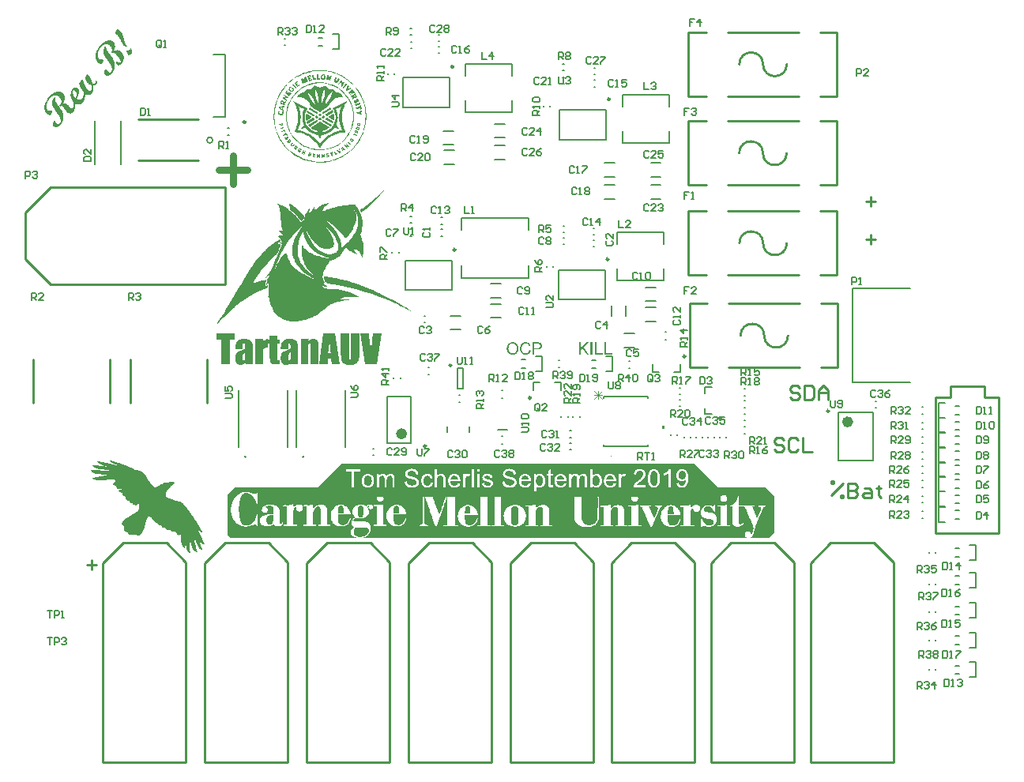
<source format=gto>
G04*
G04 #@! TF.GenerationSoftware,Altium Limited,Altium Designer,19.1.7 (138)*
G04*
G04 Layer_Color=65535*
%FSLAX25Y25*%
%MOIN*%
G70*
G01*
G75*
%ADD10C,0.00984*%
%ADD11C,0.01000*%
%ADD12C,0.02362*%
%ADD13C,0.00600*%
%ADD14C,0.00591*%
%ADD15C,0.00394*%
%ADD16C,0.00787*%
%ADD17C,0.00500*%
%ADD18C,0.00300*%
%ADD19C,0.03000*%
G36*
X256162Y341572D02*
X256187Y341605D01*
X256243Y341661D01*
X256162Y341572D01*
D02*
G37*
G36*
X232745Y335772D02*
X232578Y335661D01*
X232356Y335495D01*
X232023Y335273D01*
X231967Y335217D01*
X231745Y335050D01*
X231412Y334662D01*
X230912Y334162D01*
X230856Y334106D01*
X230801Y334050D01*
X230579Y333717D01*
X230301Y333273D01*
X230245Y333106D01*
X230190Y332884D01*
Y332828D01*
X230245Y332773D01*
X230357Y332551D01*
X230468Y332606D01*
X230690Y332662D01*
X231023Y332773D01*
X231356Y332940D01*
X231412D01*
X231523Y332995D01*
X231690Y333051D01*
X231912Y333162D01*
X232578Y333384D01*
X233301Y333606D01*
X233412D01*
X233634Y333717D01*
X233967Y333828D01*
X234467Y333939D01*
X235023Y334050D01*
X235634Y334217D01*
X237022Y334495D01*
X237411Y334606D01*
X237467D01*
X237578Y334662D01*
X237745D01*
X237967Y334717D01*
X238245Y334773D01*
X238633Y334828D01*
X239467Y334939D01*
X240467Y335050D01*
X241578Y335217D01*
X242744Y335328D01*
X244022Y335384D01*
X244077Y335328D01*
X244244Y335106D01*
X244522Y334717D01*
X244855Y334273D01*
X245188Y333717D01*
X245522Y333106D01*
X245911Y332439D01*
X246188Y331717D01*
X246244Y331606D01*
X246299Y331384D01*
X246466Y330995D01*
X246577Y330551D01*
X246744Y329995D01*
X246855Y329440D01*
X246966Y328829D01*
X247022Y328218D01*
Y328162D01*
Y327940D01*
Y327662D01*
X247077Y327273D01*
X247022Y326829D01*
Y326329D01*
X246910Y325329D01*
Y325274D01*
X246855Y325107D01*
Y324885D01*
X246799Y324551D01*
X246633Y323885D01*
X246577Y323552D01*
X246466Y323274D01*
X246188Y322552D01*
X246244Y322496D01*
X246299Y322329D01*
Y322274D01*
X246355Y322218D01*
Y322163D01*
X246466Y321996D01*
X246521Y321774D01*
X246633Y321441D01*
X246799Y321052D01*
X246910Y320663D01*
X247188Y319719D01*
Y319663D01*
X247244Y319496D01*
X247299Y319163D01*
X247355Y318830D01*
X247410Y318385D01*
X247466Y317885D01*
X247521Y316830D01*
Y316719D01*
Y316441D01*
X247466Y315997D01*
X247410Y315441D01*
X247355Y314775D01*
X247244Y314053D01*
X247022Y313275D01*
X246799Y312497D01*
Y312553D01*
Y312608D01*
Y312775D01*
Y312830D01*
Y312997D01*
X246744Y313219D01*
X246688Y313552D01*
X246577Y313886D01*
X246466Y314275D01*
X246244Y314719D01*
X245966Y315108D01*
X245911Y315163D01*
X245799Y315275D01*
X245633Y315497D01*
X245355Y315719D01*
X245022Y315941D01*
X244577Y316219D01*
X244133Y316441D01*
X243577Y316608D01*
Y316552D01*
Y316330D01*
X243633Y316052D01*
X243744Y315774D01*
Y315719D01*
X243855Y315608D01*
X243911Y315441D01*
X244077Y315219D01*
X244522Y314775D01*
X245077Y314330D01*
X245022D01*
X244799Y314386D01*
X244466Y314497D01*
X244077Y314608D01*
X243633Y314775D01*
X243133Y314941D01*
X242022Y315497D01*
X241966D01*
X241855Y315608D01*
X241689Y315719D01*
X241466Y315886D01*
X240911Y316330D01*
X240300Y316885D01*
X240244Y316941D01*
X240022Y317108D01*
X239967Y317052D01*
X239911Y316941D01*
X239744Y316774D01*
X239578Y316552D01*
X239133Y315886D01*
X238578Y315108D01*
Y315052D01*
X238467Y314941D01*
X238356Y314775D01*
X238189Y314608D01*
X237689Y314053D01*
X237078Y313441D01*
X236300Y312830D01*
X235412Y312275D01*
X234912Y311997D01*
X234356Y311830D01*
X233801Y311719D01*
X233245Y311664D01*
X233190Y311553D01*
X232967Y311219D01*
X232634Y310719D01*
X232245Y310053D01*
X231801Y309275D01*
X231301Y308386D01*
X230856Y307386D01*
X230412Y306387D01*
Y306331D01*
Y306276D01*
X230357Y305998D01*
X230301Y305553D01*
X230245Y305109D01*
Y305053D01*
Y304942D01*
Y304609D01*
Y304553D01*
Y304498D01*
X230357Y304109D01*
X230468Y303609D01*
X230690Y303109D01*
X230745Y302998D01*
X230912Y302776D01*
X231190Y302498D01*
X231468Y302331D01*
X231412D01*
X231190Y302387D01*
X230856Y302498D01*
X230523Y302609D01*
X230468D01*
X230412Y302665D01*
X230079Y302831D01*
X230190Y302720D01*
X230412Y302498D01*
X230745Y302109D01*
X231134Y301720D01*
X231579Y301276D01*
X232023Y300943D01*
X232467Y300721D01*
X232634Y300665D01*
X232745D01*
X232523Y300609D01*
X232245Y300554D01*
X231412D01*
X230967Y300665D01*
X230523Y300832D01*
X230079Y301109D01*
X230134Y301054D01*
X230245Y300887D01*
X230468Y300665D01*
X230801Y300387D01*
X231245Y300109D01*
X231856Y299887D01*
X232578Y299721D01*
X233412Y299665D01*
X234245D01*
X234634Y299609D01*
X235134D01*
X235689Y299554D01*
X236300Y299498D01*
X237634Y299332D01*
X239078Y299110D01*
X240522Y298776D01*
X241966Y298276D01*
X242078Y298221D01*
X242300Y298110D01*
X242689Y297943D01*
X243189Y297665D01*
X243744Y297388D01*
X244411Y297054D01*
X245799Y296221D01*
X245744D01*
X245633Y296276D01*
X245411D01*
X245077Y296332D01*
X244744D01*
X244300Y296388D01*
X243300Y296443D01*
X242133D01*
X240911Y296332D01*
X239689Y296165D01*
X238467Y295832D01*
X238356Y295777D01*
X238134Y295721D01*
X237800Y295554D01*
X237467Y295388D01*
X240022D01*
X240467Y295332D01*
X241022Y295277D01*
X241578D01*
X242800Y295110D01*
X242466D01*
X242244Y295165D01*
X241578D01*
X241189Y295110D01*
X240689D01*
X239578Y294999D01*
X238300Y294777D01*
X236856Y294443D01*
X235245Y293943D01*
X235189D01*
X234967Y293832D01*
X234689Y293721D01*
X234412Y293610D01*
X234301Y293554D01*
X234023Y293443D01*
X233634Y293277D01*
X233190Y293055D01*
X233079Y292999D01*
X232856Y292777D01*
X232467Y292499D01*
X231912Y292110D01*
X231301Y291610D01*
X230634Y291055D01*
X229245Y289833D01*
X229134Y289722D01*
X228857Y289499D01*
X228357Y289166D01*
X227690Y288722D01*
X226801Y288222D01*
X225746Y287666D01*
X224468Y287166D01*
X223024Y286722D01*
X222968D01*
X222857Y286666D01*
X222635Y286611D01*
X222357Y286555D01*
X221968Y286500D01*
X221580Y286389D01*
X220524Y286222D01*
X219358Y286111D01*
X218080Y286055D01*
X216747Y286111D01*
X215358Y286333D01*
X215302D01*
X215191Y286389D01*
X215025Y286444D01*
X214803Y286500D01*
X214247Y286722D01*
X213469Y287055D01*
X212636Y287499D01*
X211747Y288055D01*
X210858Y288777D01*
X210025Y289666D01*
Y289721D01*
X209914Y289777D01*
X209859Y289944D01*
X209692Y290110D01*
X209525Y290388D01*
X209359Y290722D01*
X208970Y291499D01*
X208525Y292499D01*
X208081Y293721D01*
X207748Y295165D01*
X207525Y296776D01*
X206970Y296221D01*
Y296276D01*
X207026Y296332D01*
X207081Y296499D01*
X207137Y296721D01*
X207248Y297054D01*
X207303Y297498D01*
X207414Y297998D01*
X207470Y298665D01*
Y298721D01*
Y298832D01*
Y299054D01*
Y299276D01*
Y299609D01*
Y299998D01*
X207525Y300832D01*
Y300887D01*
Y300998D01*
Y301220D01*
Y301443D01*
Y301998D01*
Y302220D01*
Y302387D01*
Y302443D01*
X207414Y302498D01*
X207359Y302443D01*
X207248Y302387D01*
X207137Y302276D01*
X206970Y302109D01*
X206914Y302054D01*
X206803Y301887D01*
X206581Y301665D01*
X206414Y301387D01*
Y301443D01*
Y301554D01*
Y301609D01*
Y301776D01*
X206470Y302054D01*
X206526Y302387D01*
X206581Y302776D01*
X206692Y303220D01*
X206859Y303665D01*
X207081Y304165D01*
X207137Y304220D01*
X207192Y304331D01*
X207303Y304498D01*
X207414Y304776D01*
X207470Y304831D01*
X207525Y304998D01*
X207636Y305164D01*
X207748Y305331D01*
Y305387D01*
X207803Y305442D01*
X207859Y305664D01*
Y305720D01*
X207748D01*
X207636Y305664D01*
X207525Y305609D01*
X207303Y305442D01*
X207026Y305220D01*
X206081Y304387D01*
X206137Y304442D01*
X206192Y304664D01*
X206359Y304942D01*
X206581Y305276D01*
X206637Y305331D01*
X206803Y305553D01*
X207026Y305887D01*
X207359Y306276D01*
Y306331D01*
X207470Y306386D01*
X207636Y306609D01*
X207914Y306942D01*
X208137Y307220D01*
X208192Y307275D01*
X208303Y307553D01*
X208525Y307886D01*
X208748Y308386D01*
Y308442D01*
X208803Y308497D01*
X208970Y308831D01*
X209136Y309275D01*
X209303Y309664D01*
X209470Y310220D01*
X209525Y310331D01*
X209636Y310608D01*
X209747Y311053D01*
X209970Y311608D01*
X210247Y312219D01*
X210581Y312941D01*
X211303Y314497D01*
X211358Y314608D01*
X211470Y314830D01*
X211636Y315219D01*
X211858Y315719D01*
X212136Y316330D01*
X212414Y316997D01*
X212969Y318496D01*
Y318552D01*
X212858Y318663D01*
X212747Y318830D01*
X212580Y318941D01*
X212525Y318996D01*
X212414Y319052D01*
X212192Y319108D01*
X211969D01*
X211784Y319071D01*
X211747Y319052D01*
X211692D01*
X211784Y319071D01*
X211858Y319108D01*
X212025Y319163D01*
X212247Y319219D01*
X212692Y319330D01*
X212914Y319274D01*
X213025Y319219D01*
Y319274D01*
Y319330D01*
Y319385D01*
X212969Y319607D01*
X212858Y319941D01*
X212692Y320274D01*
X212469Y320718D01*
X212136Y321163D01*
X211692Y321607D01*
X211192Y322052D01*
X211247D01*
X211414Y322107D01*
X211636Y322163D01*
X211969Y322218D01*
X212303D01*
X212747Y322274D01*
X213636Y322329D01*
X213580Y322385D01*
X213525Y322552D01*
X213358Y322774D01*
X213136Y323052D01*
X212525Y323718D01*
X211803Y324440D01*
X211858D01*
X211969Y324385D01*
X212192D01*
X212469Y324329D01*
X213080Y324163D01*
X213803Y323885D01*
Y323940D01*
X213747Y324051D01*
X213525Y324385D01*
Y324440D01*
X213414Y324551D01*
X213303Y324774D01*
X213192Y325107D01*
X213025Y325551D01*
X212914Y326107D01*
X212803Y326773D01*
X212692Y327607D01*
Y327662D01*
Y327718D01*
Y327995D01*
X212636Y328495D01*
X212580Y329106D01*
X212525Y329829D01*
X212469Y330606D01*
X212303Y332328D01*
Y332439D01*
X212247Y332717D01*
X212192Y333106D01*
X212025Y333606D01*
X211858Y334161D01*
X211636Y334717D01*
X211303Y335273D01*
X210914Y335717D01*
X210969D01*
X211081Y335661D01*
X211303Y335606D01*
X211525Y335550D01*
X211581D01*
X211858Y335439D01*
X212081Y335384D01*
X212358Y335273D01*
X212692Y335106D01*
X213080Y334939D01*
X213136D01*
X213303Y334828D01*
X213525Y334717D01*
X213858Y334606D01*
X214580Y334217D01*
X215413Y333662D01*
X215469Y333606D01*
X215636Y333551D01*
X215858Y333328D01*
X216191Y333106D01*
X216580Y332773D01*
X217080Y332384D01*
X217580Y331940D01*
X218135Y331384D01*
X218191Y331329D01*
X218413Y331106D01*
X218691Y330829D01*
X219080Y330384D01*
X219524Y329884D01*
X220024Y329273D01*
X220524Y328607D01*
X221024Y327884D01*
X221080D01*
X221135Y327995D01*
X221468Y328218D01*
X221968Y328496D01*
X222524Y328829D01*
Y328884D01*
Y328995D01*
Y329273D01*
Y329329D01*
Y329384D01*
X222580Y329718D01*
X222691Y330162D01*
X222913Y330773D01*
X223190Y331495D01*
X223635Y332273D01*
X224190Y333051D01*
X224913Y333884D01*
Y333828D01*
X224857Y333662D01*
X224801Y333551D01*
X224746Y333439D01*
X224690Y333273D01*
Y333217D01*
X224635Y333106D01*
X224524Y332717D01*
Y332662D01*
X224468Y332551D01*
X224357Y332217D01*
Y332162D01*
Y332106D01*
Y331828D01*
X224413Y331773D01*
X224524Y331717D01*
X224579D01*
X224690Y331773D01*
X224913Y331995D01*
X225190Y332328D01*
X225579Y332717D01*
X225912Y333106D01*
X226246Y333551D01*
X226468Y333939D01*
X226579Y334328D01*
X226635Y334273D01*
X226690Y333995D01*
Y333939D01*
X226746Y333828D01*
X226857Y333662D01*
X226912Y333384D01*
Y333328D01*
X226968Y333217D01*
X227024Y333051D01*
Y332884D01*
X227079Y332995D01*
X227301Y333217D01*
X227635Y333551D01*
X228023Y333939D01*
X228079D01*
X228134Y334050D01*
X228301Y334162D01*
X228523Y334328D01*
X228746Y334495D01*
X229079Y334717D01*
X229523Y334939D01*
X229968Y335161D01*
X230023Y335217D01*
X230190Y335273D01*
X230468Y335384D01*
X230801Y335495D01*
X231245Y335606D01*
X231745Y335717D01*
X232245Y335828D01*
X232801D01*
X232745Y335772D01*
D02*
G37*
G36*
X256021Y341383D02*
X255743Y341050D01*
X255354Y340605D01*
X254910Y340050D01*
X254354Y339439D01*
X253743Y338772D01*
X253076Y338050D01*
X251632Y336439D01*
X249966Y334828D01*
X248299Y333217D01*
X247410Y332495D01*
X246577Y331828D01*
Y331884D01*
X246521Y331940D01*
X246410Y332217D01*
X246188Y332606D01*
X245966Y333106D01*
X246022Y333162D01*
X246244Y333273D01*
X246577Y333495D01*
X247022Y333773D01*
X247521Y334106D01*
X248132Y334550D01*
X248799Y334995D01*
X249577Y335550D01*
X250355Y336161D01*
X251188Y336828D01*
X252910Y338272D01*
X254632Y339883D01*
X256162Y341572D01*
X256021Y341383D01*
D02*
G37*
G36*
X216247Y335884D02*
X216469Y335717D01*
X216858Y335495D01*
X217247Y335161D01*
X217747Y334828D01*
X218302Y334384D01*
X219469Y333495D01*
X219524Y333439D01*
X219746Y333273D01*
X220024Y333051D01*
X220357Y332773D01*
X221135Y332106D01*
X221468Y331717D01*
X221802Y331384D01*
X221857Y331329D01*
X221913Y331217D01*
X222191Y330940D01*
X222413Y330551D01*
X222468Y330384D01*
Y330273D01*
X222413Y330162D01*
X222357Y329940D01*
X222302Y329662D01*
X222246Y329273D01*
Y329218D01*
Y329162D01*
Y328995D01*
X221024Y328218D01*
Y328273D01*
Y328329D01*
X220969Y328496D01*
X220857Y328662D01*
X220691Y328940D01*
X220469Y329273D01*
X220191Y329607D01*
X219802Y330051D01*
X219746Y330106D01*
X219635Y330273D01*
X219413Y330495D01*
X219135Y330829D01*
X218413Y331551D01*
X217580Y332273D01*
X216525Y333273D01*
X216469Y333384D01*
X216191Y335939D01*
X216247Y335884D01*
D02*
G37*
G36*
X230912Y304998D02*
X231190D01*
X231634Y304942D01*
X232134Y304831D01*
X232745Y304776D01*
X233467Y304664D01*
X234245Y304498D01*
X235134Y304331D01*
X236023Y304165D01*
X238022Y303720D01*
X240189Y303220D01*
X242411Y302554D01*
X242466D01*
X242689Y302443D01*
X243022Y302387D01*
X243466Y302220D01*
X243966Y302054D01*
X244577Y301832D01*
X245299Y301609D01*
X246022Y301331D01*
X247688Y300721D01*
X249466Y299998D01*
X251299Y299276D01*
X253077Y298443D01*
X253132D01*
X253299Y298332D01*
X253521Y298221D01*
X253854Y298054D01*
X254243Y297887D01*
X254743Y297665D01*
X255243Y297388D01*
X255854Y297110D01*
X257132Y296443D01*
X258520Y295777D01*
X259965Y294999D01*
X261409Y294221D01*
X261465D01*
X261576Y294110D01*
X261798Y293999D01*
X262020Y293888D01*
X262353Y293666D01*
X262687Y293499D01*
X263520Y292999D01*
X264464Y292443D01*
X265409Y291832D01*
X266353Y291277D01*
X267131Y290722D01*
X269130Y289277D01*
X269019Y289333D01*
X268686Y289499D01*
X268186Y289833D01*
X267464Y290222D01*
X266631Y290666D01*
X265575Y291221D01*
X264409Y291832D01*
X263131Y292443D01*
X261742Y293166D01*
X260242Y293888D01*
X258687Y294554D01*
X257020Y295277D01*
X253576Y296721D01*
X251799Y297332D01*
X250021Y297943D01*
X249910Y297998D01*
X249577Y298054D01*
X249077Y298221D01*
X248410Y298443D01*
X247577Y298721D01*
X246577Y298998D01*
X245466Y299276D01*
X244188Y299609D01*
X242855Y299943D01*
X241411Y300332D01*
X239911Y300665D01*
X238356Y300998D01*
X235134Y301609D01*
X231856Y302054D01*
X231912Y302109D01*
X231967Y302331D01*
Y302387D01*
X231912Y302498D01*
X231856Y302609D01*
X231690Y302665D01*
X231523D01*
X231468Y302720D01*
X231356Y302776D01*
X231245Y302998D01*
X231023Y303387D01*
Y303442D01*
X230967Y303498D01*
X230856Y303776D01*
X230745Y304165D01*
X230634Y304664D01*
Y304720D01*
Y304776D01*
Y305053D01*
X230690D01*
X230912Y304998D01*
D02*
G37*
G36*
X212192Y320607D02*
X212303Y320385D01*
X212469Y320052D01*
X212636Y319719D01*
X212525D01*
X212303Y319663D01*
X211969Y319607D01*
X211581Y319441D01*
X211525D01*
X211470Y319330D01*
X211414Y319219D01*
X211358Y319052D01*
Y318996D01*
X211414Y318941D01*
Y318885D01*
X211470Y318830D01*
X211581Y318774D01*
X211692Y318719D01*
X212303D01*
X212580Y318607D01*
Y318552D01*
Y318496D01*
X212525Y318385D01*
X212469Y318163D01*
X212303Y317774D01*
X212136Y317274D01*
X211858Y316719D01*
X211581Y316052D01*
X210969Y314664D01*
Y314608D01*
X210914Y314552D01*
X210858Y314497D01*
Y314441D01*
Y314386D01*
X210803Y314330D01*
X210581Y314108D01*
X210192Y313830D01*
X209747Y313386D01*
X209192Y312886D01*
X208525Y312219D01*
X207803Y311497D01*
X207081Y310719D01*
X206248Y309831D01*
X205415Y308886D01*
X204526Y307831D01*
X203693Y306775D01*
X202026Y304442D01*
X201304Y303220D01*
X200582Y301998D01*
X200637D01*
X200693Y302054D01*
X200859Y302109D01*
X201082Y302165D01*
X201637Y302387D01*
X202415Y302609D01*
X203304Y302887D01*
X204304Y303165D01*
X205359Y303442D01*
X206470Y303665D01*
Y303609D01*
X206414Y303498D01*
X206359Y303331D01*
X206303Y303053D01*
X206137Y302387D01*
X206081Y301609D01*
Y301554D01*
Y301387D01*
Y301331D01*
X206137Y301276D01*
X206192Y301165D01*
X206359Y301054D01*
X206526D01*
X206637Y301109D01*
X206692Y301220D01*
Y301276D01*
X206803Y301387D01*
X206970Y301554D01*
X207192Y301831D01*
Y301776D01*
Y301609D01*
Y301331D01*
Y300943D01*
Y300832D01*
Y300609D01*
Y300498D01*
Y300332D01*
X207137D01*
X207026Y300276D01*
X206803Y300220D01*
X206526Y300109D01*
X206137Y299943D01*
X205748Y299776D01*
X205248Y299609D01*
X204748Y299387D01*
X203581Y298887D01*
X202248Y298221D01*
X200915Y297554D01*
X199471Y296721D01*
X199415D01*
X199304Y296610D01*
X199082Y296499D01*
X198860Y296332D01*
X198526Y296110D01*
X198137Y295888D01*
X197249Y295276D01*
X196249Y294610D01*
X195138Y293832D01*
X194082Y292999D01*
X193027Y292166D01*
X192971D01*
X192916Y292055D01*
X192582Y291777D01*
X192083Y291333D01*
X191416Y290722D01*
X190694Y290055D01*
X189916Y289333D01*
X188250Y287777D01*
X188138Y287666D01*
X187916Y287444D01*
X187527Y287055D01*
X187083Y286555D01*
X186583Y286000D01*
X186083Y285389D01*
X185639Y284833D01*
X185194Y284278D01*
X184250Y283000D01*
X184306Y283111D01*
X184472Y283333D01*
X184750Y283722D01*
X185139Y284333D01*
X185583Y285055D01*
X186194Y286000D01*
X186861Y287055D01*
X187694Y288333D01*
X188583Y289777D01*
X189527Y291388D01*
X190638Y293166D01*
X191805Y295110D01*
X193082Y297276D01*
X194471Y299554D01*
X195915Y302054D01*
X197471Y304720D01*
X197526Y304776D01*
X197638Y304998D01*
X197804Y305276D01*
X198082Y305720D01*
X198360Y306220D01*
X198749Y306775D01*
X199137Y307442D01*
X199637Y308164D01*
X200637Y309719D01*
X201804Y311331D01*
X203026Y312886D01*
X204248Y314386D01*
X204304Y314441D01*
X204415Y314552D01*
X204581Y314775D01*
X204859Y314997D01*
X205192Y315330D01*
X205581Y315719D01*
X206026Y316108D01*
X206526Y316552D01*
X207692Y317552D01*
X209025Y318607D01*
X210525Y319663D01*
X212136Y320663D01*
X212192Y320607D01*
D02*
G37*
G36*
X374351Y240491D02*
X373351D01*
Y241991D01*
X374351D01*
Y240491D01*
D02*
G37*
G36*
X397000Y216000D02*
X417000D01*
X419000Y214000D01*
X420752Y212248D01*
Y196752D01*
X418500Y194500D01*
Y194613D01*
X246345D01*
X246752Y194650D01*
X246937Y194687D01*
X247123Y194724D01*
X247271Y194761D01*
X247400Y194798D01*
X247474Y194835D01*
X247511D01*
X247752Y194909D01*
X247955Y194983D01*
X248159Y195057D01*
X248307Y195131D01*
X248437Y195205D01*
X248529Y195261D01*
X248585Y195279D01*
X248603Y195298D01*
X248863Y195501D01*
X249122Y195723D01*
X249325Y195964D01*
X249529Y196205D01*
X249677Y196408D01*
X249788Y196593D01*
X249862Y196704D01*
X249881Y196723D01*
Y196742D01*
X250066Y197093D01*
X250214Y197426D01*
X250306Y197741D01*
X250380Y198019D01*
X250417Y198241D01*
X250436Y198426D01*
X250454Y198537D01*
Y198556D01*
Y198574D01*
Y199111D01*
X250399Y199574D01*
X250306Y199962D01*
X250195Y200277D01*
X250066Y200536D01*
X249973Y200703D01*
X249899Y200814D01*
X249862Y200851D01*
X249732Y200980D01*
X249584Y201110D01*
X249251Y201295D01*
X248881Y201425D01*
X248511Y201517D01*
X248178Y201554D01*
X248029Y201573D01*
X247900Y201591D01*
X244550D01*
X244216Y201610D01*
X244068Y201628D01*
X243939Y201647D01*
X243828D01*
X243735Y201665D01*
X243680Y201684D01*
X243661D01*
X243550Y201721D01*
X243458Y201758D01*
X243384Y201776D01*
X243365Y201795D01*
X243291Y201869D01*
X243235Y201924D01*
X243217Y201980D01*
Y201998D01*
Y202017D01*
Y202035D01*
X243235Y202147D01*
X243254Y202239D01*
X243328Y202406D01*
X243384Y202498D01*
X243421Y202535D01*
X243606Y202683D01*
X243791Y202813D01*
X243865Y202850D01*
X243939Y202887D01*
X243976Y202905D01*
X243994D01*
X244272Y202998D01*
X244494Y203053D01*
X244587Y203072D01*
X244883D01*
X245031Y203053D01*
X245161Y203035D01*
X245179Y203016D01*
X245198D01*
X245605Y202905D01*
X245790Y202868D01*
X245956Y202850D01*
X246105D01*
X246216Y202831D01*
X246308D01*
X246604Y202850D01*
X246900Y202887D01*
X247160Y202924D01*
X247400Y202998D01*
X247585Y203053D01*
X247733Y203091D01*
X247826Y203128D01*
X247863Y203146D01*
X248122Y203257D01*
X248344Y203387D01*
X248548Y203516D01*
X248733Y203664D01*
X248900Y203831D01*
X249029Y203979D01*
X249159Y204146D01*
X249270Y204294D01*
X249436Y204571D01*
X249492Y204701D01*
X249547Y204793D01*
X249584Y204886D01*
X249603Y204960D01*
X249621Y204997D01*
Y205015D01*
X249677Y205256D01*
X249695Y205497D01*
X249714Y205737D01*
X249695Y205960D01*
X249603Y206385D01*
X249492Y206755D01*
X249344Y207052D01*
X249270Y207181D01*
X249214Y207292D01*
X249159Y207385D01*
X249103Y207440D01*
X249085Y207477D01*
X249066Y207496D01*
X249011Y207607D01*
X248992Y207699D01*
X249011Y207773D01*
Y207792D01*
X249066Y207848D01*
X249159Y207940D01*
X249270Y208051D01*
X249381Y208162D01*
X249492Y208292D01*
X249584Y208384D01*
X249658Y208458D01*
X249677Y208477D01*
X249621Y208107D01*
X249584Y207940D01*
Y207792D01*
X249566Y207681D01*
Y207588D01*
Y207514D01*
Y207496D01*
X249603Y207348D01*
X249640Y207237D01*
X249769Y207033D01*
X249936Y206904D01*
X250121Y206830D01*
X250306Y206774D01*
X250454Y206755D01*
X250602D01*
X250732Y206774D01*
X250843Y206811D01*
X251047Y206922D01*
X251121Y206959D01*
X251176Y207015D01*
X251195Y207033D01*
X251213Y207052D01*
X251306Y207144D01*
X251380Y207255D01*
X251491Y207459D01*
X251509Y207533D01*
X251528Y207607D01*
X251546Y207644D01*
Y207662D01*
X251528Y207792D01*
X251509Y207903D01*
X251435Y208107D01*
X251380Y208199D01*
X251343Y208255D01*
X251324Y208292D01*
X251306Y208310D01*
X251213Y208421D01*
X251121Y208514D01*
X250954Y208662D01*
X250880Y208699D01*
X250824Y208736D01*
X250787Y208754D01*
X250769D01*
X250547Y208829D01*
X250380Y208847D01*
X250306Y208866D01*
X250195D01*
X249955Y208847D01*
X249732Y208792D01*
X249640Y208754D01*
X249566Y208717D01*
X249510Y208699D01*
X249492D01*
X249233Y208569D01*
X249048Y208440D01*
X248992Y208384D01*
X248937Y208329D01*
X248918Y208310D01*
X248900Y208292D01*
X248788Y208199D01*
X248677Y208144D01*
X248603Y208125D01*
X248566D01*
X248455Y208144D01*
X248381Y208162D01*
X248326Y208181D01*
X248307Y208199D01*
X247992Y208366D01*
X247659Y208477D01*
X247326Y208569D01*
X247011Y208625D01*
X246678Y208662D01*
X246086D01*
X245808Y208644D01*
X245531Y208607D01*
X245309Y208569D01*
X245087Y208514D01*
X244920Y208477D01*
X244772Y208440D01*
X244661Y208403D01*
X244587Y208366D01*
X244568D01*
X244235Y208218D01*
X243939Y208033D01*
X243680Y207829D01*
X243476Y207644D01*
X243309Y207459D01*
X243198Y207311D01*
X243124Y207218D01*
X243106Y207200D01*
Y207181D01*
X242958Y206867D01*
X242847Y206570D01*
X242773Y206274D01*
X242736Y206015D01*
Y205774D01*
Y205608D01*
Y205534D01*
Y205478D01*
Y205460D01*
Y205441D01*
X242810Y205108D01*
X242902Y204812D01*
X243050Y204553D01*
X243180Y204331D01*
X243328Y204146D01*
X243439Y204016D01*
X243513Y203942D01*
X243550Y203905D01*
X244180Y203387D01*
X243920Y203313D01*
X243680Y203220D01*
X243458Y203109D01*
X243272Y202998D01*
X243124Y202850D01*
X242976Y202720D01*
X242865Y202572D01*
X242754Y202424D01*
X242606Y202147D01*
X242514Y201924D01*
X242495Y201832D01*
X242477Y201758D01*
X242458Y201721D01*
Y201702D01*
X242421Y201369D01*
Y201054D01*
X242440Y200777D01*
X242495Y200518D01*
X242569Y200277D01*
X242662Y200073D01*
X242773Y199888D01*
X242884Y199722D01*
X242995Y199574D01*
X243106Y199444D01*
X243217Y199333D01*
X243328Y199259D01*
X243402Y199185D01*
X243476Y199148D01*
X243513Y199129D01*
X243532Y199111D01*
X243421Y199074D01*
X243365Y199037D01*
X243347Y199018D01*
X243069Y198852D01*
X242958Y198778D01*
X242865Y198722D01*
X242791Y198685D01*
X242736Y198648D01*
X242717Y198611D01*
X242699D01*
X242532Y198463D01*
X242403Y198315D01*
X242347Y198241D01*
X242310Y198185D01*
X242291Y198148D01*
X242273Y198130D01*
X242143Y197871D01*
X242069Y197630D01*
X242051Y197538D01*
Y197463D01*
X242032Y197408D01*
Y197389D01*
Y197130D01*
X242069Y196890D01*
X242125Y196668D01*
X242199Y196464D01*
X242403Y196075D01*
X242662Y195761D01*
X242902Y195520D01*
X243124Y195335D01*
X243217Y195279D01*
X243291Y195224D01*
X243328Y195205D01*
X243347Y195187D01*
X243791Y194983D01*
X244290Y194817D01*
X244790Y194724D01*
X245271Y194650D01*
X245494Y194631D01*
X245697D01*
X245882Y194613D01*
X191500D01*
Y194500D01*
X190000Y196000D01*
Y213000D01*
X191000Y214000D01*
X193000Y216000D01*
X228000D01*
X238000Y226000D01*
X387000D01*
X397000Y216000D01*
D02*
G37*
G36*
X246456Y208273D02*
X246604Y208236D01*
X246826Y208107D01*
X246993Y207959D01*
X247123Y207792D01*
X247197Y207607D01*
X247252Y207477D01*
X247289Y207366D01*
Y207348D01*
Y207329D01*
X247308Y207163D01*
X247345Y206996D01*
Y206867D01*
X247363Y206755D01*
X247382Y206681D01*
Y206626D01*
Y206589D01*
Y206570D01*
Y205849D01*
X247456D01*
X247419Y205552D01*
X247382Y205293D01*
X247345Y205052D01*
X247308Y204849D01*
X247289Y204664D01*
X247271Y204516D01*
X247252Y204386D01*
X247234Y204275D01*
X247215Y204183D01*
X247197Y204109D01*
Y204016D01*
X247178Y203979D01*
Y203960D01*
X247123Y203775D01*
X247030Y203646D01*
X246956Y203553D01*
X246937Y203516D01*
X246919D01*
X246752Y203405D01*
X246604Y203350D01*
X246493Y203331D01*
X246030D01*
X245956Y203350D01*
X245864Y203368D01*
X245790Y203387D01*
X245753D01*
X245623Y203424D01*
X245549Y203479D01*
X245494Y203516D01*
X245475Y203535D01*
X245401Y203646D01*
X245346Y203757D01*
X245309Y203831D01*
X245290Y203868D01*
X245234Y204053D01*
X245179Y204257D01*
X245124Y204719D01*
X245068Y205182D01*
X245049Y205645D01*
Y205849D01*
Y206052D01*
Y206219D01*
Y206385D01*
X245068Y206496D01*
Y206607D01*
Y206663D01*
Y206681D01*
X245105Y206978D01*
X245142Y207126D01*
X245161Y207237D01*
X245198Y207329D01*
X245216Y207422D01*
X245234Y207459D01*
Y207477D01*
X245271Y207607D01*
X245327Y207718D01*
X245457Y207903D01*
X245512Y207959D01*
X245549Y208014D01*
X245586Y208033D01*
X245605Y208051D01*
X245716Y208125D01*
X245827Y208199D01*
X246049Y208255D01*
X246123Y208273D01*
X246197Y208292D01*
X246308D01*
X246456Y208273D01*
D02*
G37*
G36*
X247474Y199055D02*
X247844D01*
X248104Y199037D01*
X248344Y199000D01*
X248585Y198963D01*
X248770Y198907D01*
X248937Y198833D01*
X249066Y198796D01*
X249140Y198759D01*
X249177Y198741D01*
X249325Y198630D01*
X249436Y198500D01*
X249529Y198370D01*
X249584Y198222D01*
X249621Y198093D01*
X249640Y197982D01*
X249658Y197908D01*
Y197889D01*
Y197667D01*
X249640Y197445D01*
X249584Y197241D01*
X249529Y197075D01*
X249455Y196927D01*
X249399Y196816D01*
X249362Y196742D01*
X249344Y196723D01*
X249177Y196501D01*
X249011Y196316D01*
X248603Y195964D01*
X248159Y195686D01*
X247715Y195464D01*
X247308Y195298D01*
X247123Y195224D01*
X246974Y195187D01*
X246845Y195150D01*
X246752Y195113D01*
X246678Y195094D01*
X246660D01*
X246419Y195039D01*
X246197Y195020D01*
X246123Y195002D01*
X245993D01*
X245679Y195039D01*
X245512Y195057D01*
X245364Y195094D01*
X245234Y195131D01*
X245142Y195150D01*
X245068Y195187D01*
X245049D01*
X244864Y195261D01*
X244679Y195316D01*
X244531Y195390D01*
X244420Y195446D01*
X244309Y195501D01*
X244235Y195557D01*
X244198Y195575D01*
X244180Y195594D01*
X244013Y195723D01*
X243883Y195853D01*
X243754Y195983D01*
X243661Y196131D01*
X243495Y196445D01*
X243384Y196723D01*
X243328Y197001D01*
X243291Y197204D01*
X243272Y197297D01*
Y197352D01*
Y197389D01*
Y197408D01*
X243291Y197649D01*
X243347Y197889D01*
X243439Y198130D01*
X243550Y198333D01*
X243680Y198537D01*
X243772Y198685D01*
X243846Y198778D01*
X243883Y198815D01*
X243976Y198889D01*
X244068Y198963D01*
X244235Y199018D01*
X244309Y199037D01*
X244365Y199055D01*
X244809D01*
X245198Y199074D01*
X247326D01*
X247474Y199055D01*
D02*
G37*
G36*
X143664Y409403D02*
X143769Y409350D01*
X143926Y409272D01*
X143939Y409259D01*
X144004Y409219D01*
X144096Y409180D01*
X144201Y409101D01*
X144345Y409010D01*
X144489Y408892D01*
X144646Y408761D01*
X144803Y408604D01*
X144829Y408578D01*
X144907Y408499D01*
X144999Y408382D01*
X145143Y408212D01*
X145287Y408015D01*
X145444Y407780D01*
X145614Y407505D01*
X145771Y407217D01*
X145784Y407177D01*
X145837Y407073D01*
X145902Y406903D01*
X145994Y406654D01*
X146099Y406366D01*
X146216Y406013D01*
X146321Y405594D01*
X146426Y405149D01*
X146439Y405136D01*
Y405083D01*
X146452Y405018D01*
X146465Y404952D01*
X146517Y404717D01*
X146570Y404455D01*
X146648Y404167D01*
X146727Y403853D01*
X146805Y403591D01*
X146884Y403356D01*
X146897Y403342D01*
X146923Y403264D01*
X146962Y403172D01*
X147028Y403055D01*
X147106Y402924D01*
X147198Y402780D01*
X147316Y402636D01*
X147421Y402505D01*
X147447Y402479D01*
X147512Y402439D01*
X147551Y402400D01*
X147617Y402361D01*
X147643Y402335D01*
X147708Y402295D01*
X147787Y402243D01*
X147826Y402204D01*
X147839Y402191D01*
Y402138D01*
X147813Y402086D01*
X147800Y402021D01*
X147761Y401929D01*
X147708Y401824D01*
X147669Y401837D01*
X147564Y401863D01*
X147407Y401916D01*
X147198Y401994D01*
X146949Y402112D01*
X146714Y402243D01*
X146452Y402426D01*
X146216Y402636D01*
X146190Y402662D01*
X146125Y402727D01*
X146033Y402845D01*
X145902Y403028D01*
X145758Y403251D01*
X145588Y403526D01*
X145405Y403840D01*
X145222Y404233D01*
X145209Y404246D01*
X145195Y404285D01*
X145169Y404337D01*
X145143Y404416D01*
X145052Y404612D01*
X144947Y404848D01*
X144816Y405110D01*
X144685Y405371D01*
X144567Y405620D01*
X144449Y405816D01*
X144436Y405829D01*
X144397Y405895D01*
X144345Y406000D01*
X144253Y406117D01*
X144161Y406261D01*
X144031Y406418D01*
X143887Y406589D01*
X143730Y406746D01*
X143717Y406759D01*
X143664Y406811D01*
X143599Y406877D01*
X143520Y406955D01*
X143298Y407125D01*
X143075Y407295D01*
X143062Y407308D01*
X143023Y407322D01*
X142970Y407374D01*
X142918Y407400D01*
X142800Y407492D01*
X142748Y407518D01*
X142722Y407544D01*
Y407570D01*
X142709Y407609D01*
X142722Y407701D01*
X142748Y407806D01*
X142787Y407976D01*
X142866Y408185D01*
X142892Y408316D01*
X142957Y408460D01*
X142970Y408473D01*
Y408499D01*
X143010Y408591D01*
X143075Y408735D01*
X143128Y408892D01*
X143206Y409075D01*
X143272Y409219D01*
X143337Y409337D01*
X143376Y409403D01*
X143402Y409429D01*
X143559D01*
X143664Y409403D01*
D02*
G37*
G36*
X149345Y401366D02*
X149358Y401353D01*
X149371Y401314D01*
X149397Y401262D01*
X149449Y401183D01*
X149502Y401052D01*
X149580Y400895D01*
X149659Y400686D01*
Y400659D01*
X149698Y400594D01*
X149737Y400476D01*
X149776Y400332D01*
X149868Y400005D01*
X149894Y399848D01*
Y399691D01*
Y399665D01*
X149881Y399625D01*
X149868Y399560D01*
X149829Y399468D01*
X149790Y399351D01*
X149724Y399233D01*
X149633Y399115D01*
X149528Y398984D01*
X149476Y398932D01*
X149384Y398866D01*
X149292Y398801D01*
X149174Y398709D01*
X149030Y398618D01*
X148873Y398539D01*
X148690Y398461D01*
X148664D01*
X148612Y398434D01*
X148533Y398408D01*
X148442Y398395D01*
X148350Y398356D01*
X148258Y398343D01*
X148180D01*
X148140Y398356D01*
X148127Y398395D01*
X148114Y398434D01*
X148075Y398526D01*
Y398552D01*
X148049Y398657D01*
X148023Y398788D01*
X147957Y398984D01*
X147892Y399207D01*
X147787Y399468D01*
X147643Y399743D01*
X147486Y400031D01*
X147473Y400044D01*
X147460Y400057D01*
X147421Y400123D01*
X147394Y400175D01*
X147381Y400214D01*
X147407Y400241D01*
X147460Y400267D01*
X147538Y400293D01*
X147656Y400280D01*
X147682D01*
X147774Y400293D01*
X147918Y400306D01*
X148075Y400358D01*
X148258Y400411D01*
X148468Y400489D01*
X148651Y400594D01*
X148821Y400738D01*
X148847Y400764D01*
X148926Y400869D01*
X149017Y400987D01*
X149109Y401131D01*
X149122Y401144D01*
Y401170D01*
X149161Y401262D01*
X149214Y401340D01*
X149227Y401379D01*
X149253Y401405D01*
X149305D01*
X149345Y401366D01*
D02*
G37*
G36*
X140850Y404547D02*
X141256Y404429D01*
X141452Y404337D01*
X141648Y404219D01*
X141832Y404089D01*
X142015Y403932D01*
X142028Y403918D01*
X142080Y403866D01*
X142133Y403788D01*
X142211Y403683D01*
X142277Y403539D01*
X142368Y403369D01*
X142460Y403172D01*
X142512Y402937D01*
X142578Y402688D01*
X142604Y402400D01*
Y402086D01*
X142565Y401733D01*
X142486Y401366D01*
X142355Y400974D01*
X142172Y400555D01*
X141936Y400110D01*
X141949Y400123D01*
X142028Y400149D01*
X142133Y400201D01*
X142264Y400254D01*
X142447Y400306D01*
X142643Y400372D01*
X142879Y400424D01*
X143128Y400463D01*
X143376Y400476D01*
X143651Y400489D01*
X143939Y400463D01*
X144227Y400411D01*
X144515Y400306D01*
X144803Y400175D01*
X145091Y399992D01*
X145352Y399756D01*
X145366Y399743D01*
X145392Y399717D01*
X145457Y399652D01*
X145510Y399573D01*
X145588Y399468D01*
X145680Y399351D01*
X145863Y399063D01*
X146046Y398696D01*
X146125Y398487D01*
X146190Y398264D01*
X146256Y398015D01*
X146308Y397780D01*
X146321Y397505D01*
X146334Y397230D01*
Y397204D01*
X146321Y397165D01*
Y397086D01*
Y396982D01*
X146295Y396851D01*
X146256Y396707D01*
X146230Y396550D01*
X146177Y396366D01*
X146046Y395948D01*
X145850Y395542D01*
X145588Y395097D01*
X145405Y394887D01*
X145222Y394678D01*
X145143Y394599D01*
X145052Y394534D01*
X144934Y394442D01*
X144790Y394324D01*
X144620Y394233D01*
X144449Y394141D01*
X144266Y394089D01*
X144240D01*
X144175Y394076D01*
X144083Y394063D01*
X143978D01*
X143860Y394076D01*
X143730Y394102D01*
X143599Y394154D01*
X143494Y394233D01*
X143481Y394246D01*
X143455Y394272D01*
X143429Y394324D01*
X143389Y394390D01*
X143350Y394482D01*
X143285Y394599D01*
X143245Y394743D01*
X143206Y394914D01*
Y394940D01*
X143193Y395005D01*
X143167Y395084D01*
Y395188D01*
Y395293D01*
X143180Y395411D01*
X143206Y395516D01*
X143258Y395594D01*
X143272Y395607D01*
X143311Y395620D01*
X143363Y395647D01*
X143455Y395660D01*
X143559Y395633D01*
X143717Y395581D01*
X143900Y395476D01*
X143991Y395411D01*
X144109Y395319D01*
X144122Y395306D01*
X144188Y395267D01*
X144266Y395215D01*
X144358Y395149D01*
X144489Y395097D01*
X144593Y395071D01*
X144711Y395084D01*
X144803Y395149D01*
X144816Y395162D01*
X144855Y395228D01*
X144895Y395319D01*
X144921Y395476D01*
Y395686D01*
Y395817D01*
X144895Y395948D01*
X144855Y396118D01*
X144790Y396288D01*
X144724Y396484D01*
X144633Y396680D01*
X144620Y396694D01*
X144606Y396733D01*
X144580Y396785D01*
X144541Y396877D01*
X144476Y396968D01*
X144410Y397086D01*
X144253Y397374D01*
X144044Y397688D01*
X143795Y398015D01*
X143533Y398356D01*
X143219Y398696D01*
X143206Y398709D01*
X143167Y398748D01*
X143114Y398801D01*
X143036Y398853D01*
X142944Y398919D01*
X142840Y398997D01*
X142578Y399154D01*
X142277Y399272D01*
X142133Y399311D01*
X141963Y399324D01*
X141793Y399311D01*
X141622Y399298D01*
X141452Y399233D01*
X141295Y399128D01*
X140929Y399599D01*
X140955Y399625D01*
X141020Y399717D01*
X141112Y399835D01*
X141203Y400005D01*
X141295Y400201D01*
X141360Y400450D01*
X141374Y400699D01*
X141334Y400974D01*
X141321Y401013D01*
X141282Y401104D01*
X141243Y401248D01*
X141164Y401432D01*
X141060Y401641D01*
X140929Y401877D01*
X140759Y402099D01*
X140562Y402322D01*
X140549Y402335D01*
X140523Y402361D01*
X140484Y402400D01*
X140418Y402439D01*
X140261Y402570D01*
X140039Y402714D01*
X139777Y402845D01*
X139476Y402963D01*
X139136Y403042D01*
X138717D01*
X138599Y403028D01*
X138402Y402989D01*
X138154Y402924D01*
X137866Y402793D01*
X137552Y402636D01*
X137212Y402400D01*
X136871Y402112D01*
X136753Y401994D01*
X136688Y401903D01*
X136596Y401785D01*
X136478Y401641D01*
X136361Y401497D01*
X136243Y401301D01*
X135994Y400895D01*
X135746Y400411D01*
X135641Y400149D01*
X135549Y399874D01*
X135484Y399573D01*
X135418Y399272D01*
Y399246D01*
X135405Y399207D01*
X135392Y399115D01*
Y399010D01*
X135379Y398709D01*
X135392Y398356D01*
X135458Y397950D01*
X135562Y397531D01*
X135641Y397348D01*
X135746Y397139D01*
X135863Y396968D01*
X136007Y396798D01*
X136033Y396772D01*
X136099Y396733D01*
X136204Y396654D01*
X136348Y396589D01*
X136531Y396536D01*
X136753Y396497D01*
X136989Y396523D01*
X137277Y396602D01*
X137290Y396615D01*
X137316D01*
X137382Y396654D01*
X137460D01*
X137499Y396667D01*
X137526Y396641D01*
X137709Y396458D01*
X137722Y396419D01*
X137735Y396379D01*
X137748Y396314D01*
X137722Y396209D01*
X137696Y396078D01*
X137656Y395908D01*
X137565Y395686D01*
Y395660D01*
X137513Y395581D01*
X137460Y395476D01*
X137408Y395345D01*
X137277Y395084D01*
X137198Y394979D01*
X137146Y394900D01*
X137107Y394861D01*
X137054Y394835D01*
X136963Y394796D01*
X136845Y394783D01*
X136714Y394757D01*
X136544Y394770D01*
X136335Y394796D01*
X136308D01*
X136230Y394822D01*
X136138Y394861D01*
X135994Y394927D01*
X135837Y394979D01*
X135680Y395084D01*
X135510Y395201D01*
X135353Y395332D01*
X135340Y395345D01*
X135327Y395358D01*
X135287Y395398D01*
X135248Y395463D01*
X135130Y395607D01*
X134986Y395830D01*
X134843Y396105D01*
X134698Y396458D01*
X134568Y396851D01*
X134476Y397309D01*
Y397335D01*
X134463Y397374D01*
Y397453D01*
Y397531D01*
X134450Y397806D01*
Y398146D01*
X134476Y398565D01*
X134555Y399036D01*
X134672Y399547D01*
X134843Y400083D01*
X134855Y400097D01*
X134869Y400162D01*
X134908Y400227D01*
X134947Y400345D01*
X135013Y400463D01*
X135091Y400620D01*
X135183Y400790D01*
X135287Y401000D01*
X135405Y401196D01*
X135549Y401418D01*
X135706Y401654D01*
X135863Y401890D01*
X136256Y402387D01*
X136727Y402884D01*
X136858Y403015D01*
X136976Y403107D01*
X137094Y403225D01*
X137251Y403356D01*
X137434Y403486D01*
X137617Y403617D01*
X138049Y403918D01*
X138533Y404193D01*
X139070Y404416D01*
X139345Y404507D01*
X139620Y404573D01*
X139633Y404586D01*
X139764D01*
X139868Y404612D01*
X140471D01*
X140850Y404547D01*
D02*
G37*
G36*
X138887Y402007D02*
Y401981D01*
Y401903D01*
Y401772D01*
X138900Y401628D01*
X138926Y401445D01*
X138952Y401235D01*
X139005Y401026D01*
X139083Y400816D01*
Y400790D01*
X139136Y400712D01*
X139201Y400568D01*
X139306Y400385D01*
X139384Y400280D01*
X139476Y400136D01*
X139567Y399992D01*
X139672Y399835D01*
X139803Y399652D01*
X139947Y399455D01*
X140104Y399246D01*
X140274Y399023D01*
X140287Y399010D01*
X140326Y398971D01*
X140366Y398905D01*
X140431Y398814D01*
X140510Y398709D01*
X140614Y398578D01*
X140719Y398447D01*
X140837Y398277D01*
X141086Y397950D01*
X141334Y397570D01*
X141583Y397191D01*
X141819Y396824D01*
X141832Y396811D01*
X141845Y396772D01*
X141871Y396720D01*
X141910Y396654D01*
X142002Y396458D01*
X142120Y396209D01*
X142237Y395908D01*
X142355Y395555D01*
X142460Y395162D01*
X142538Y394743D01*
X142552Y394730D01*
X142538Y394691D01*
X142552Y394547D01*
X142565Y394324D01*
Y394037D01*
X142552Y393709D01*
X142512Y393330D01*
X142434Y392911D01*
X142316Y392505D01*
X142303Y392492D01*
X142290Y392453D01*
X142277Y392387D01*
X142237Y392322D01*
X142198Y392230D01*
X142159Y392113D01*
X142028Y391851D01*
X141858Y391550D01*
X141648Y391210D01*
X141400Y390882D01*
X141099Y390555D01*
X140968Y390424D01*
X140824Y390306D01*
X140628Y390162D01*
X140392Y390005D01*
X140143Y389861D01*
X139882Y389757D01*
X139607Y389691D01*
X139476D01*
X139358Y389704D01*
X139175Y389731D01*
X138978Y389796D01*
X138756Y389887D01*
X138520Y390018D01*
X138298Y390215D01*
X138285Y390228D01*
X138259Y390254D01*
X138219Y390293D01*
X138180Y390333D01*
X138075Y390463D01*
X137971Y390594D01*
Y390620D01*
X137984Y390686D01*
Y390791D01*
X138010Y390921D01*
X138036Y391079D01*
X138075Y391275D01*
X138180Y391668D01*
Y391694D01*
X138219Y391759D01*
X138245Y391864D01*
X138285Y391982D01*
X138390Y392217D01*
X138442Y392296D01*
X138494Y392374D01*
X138533Y392414D01*
X138573Y392427D01*
X138638Y392440D01*
X138717D01*
X138821Y392414D01*
X138913Y392348D01*
X139031Y392257D01*
X139044Y392244D01*
X139057Y392230D01*
X139096Y392191D01*
X139136Y392126D01*
X139175Y392060D01*
X139253Y391955D01*
X139345Y391838D01*
X139358Y391825D01*
X139397Y391785D01*
X139423Y391733D01*
X139489Y391668D01*
X139594Y391537D01*
X139633Y391471D01*
X139659Y391445D01*
X139672Y391432D01*
X139685Y391419D01*
X139777Y391353D01*
X139908Y391249D01*
X140091Y391170D01*
X140287Y391105D01*
X140510Y391092D01*
X140745Y391170D01*
X140850Y391249D01*
X140968Y391340D01*
X140994Y391367D01*
X141060Y391458D01*
X141151Y391602D01*
X141230Y391811D01*
X141295Y392060D01*
X141321Y392217D01*
X141334Y392387D01*
Y392571D01*
X141321Y392767D01*
X141295Y392976D01*
X141230Y393199D01*
X141217Y393212D01*
Y393264D01*
X141190Y393317D01*
X141164Y393421D01*
X141112Y393552D01*
X141046Y393696D01*
X140981Y393866D01*
X140876Y394050D01*
X140772Y394259D01*
X140667Y394495D01*
X140523Y394743D01*
X140353Y395018D01*
X140183Y395293D01*
X139986Y395594D01*
X139751Y395908D01*
X139502Y396235D01*
X139489Y396249D01*
X139450Y396314D01*
X139371Y396419D01*
X139279Y396536D01*
X139175Y396667D01*
X139044Y396851D01*
X138913Y397034D01*
X138782Y397243D01*
X138494Y397688D01*
X138219Y398146D01*
X138101Y398369D01*
X137997Y398578D01*
X137905Y398775D01*
X137853Y398958D01*
X137840Y398971D01*
Y398997D01*
X137814Y399128D01*
X137787Y399311D01*
X137748Y399560D01*
X137722Y399822D01*
Y400136D01*
X137735Y400463D01*
X137801Y400790D01*
X137814Y400830D01*
X137840Y400934D01*
X137879Y401078D01*
X137944Y401275D01*
X138023Y401458D01*
X138115Y401654D01*
X138206Y401824D01*
X138311Y401955D01*
X138337Y401981D01*
X138442Y402034D01*
X138520D01*
X138612Y402047D01*
X138743D01*
X138887Y402007D01*
D02*
G37*
G36*
X131099Y390084D02*
X131296Y389992D01*
X131413Y389901D01*
X131518Y389796D01*
X131531Y389783D01*
X131570Y389744D01*
X131636Y389678D01*
X131714Y389573D01*
X131806Y389456D01*
X131924Y389285D01*
X132042Y389115D01*
X132185Y388893D01*
X132316Y388657D01*
X132460Y388382D01*
X132617Y388094D01*
X132774Y387754D01*
X132905Y387388D01*
X133049Y387008D01*
X133180Y386589D01*
X133298Y386131D01*
X133324D01*
X133390Y386144D01*
X133481Y386157D01*
X133599Y386196D01*
X133743Y386236D01*
X133887Y386301D01*
X134031Y386393D01*
X134162Y386498D01*
X134175Y386511D01*
X134214Y386576D01*
X134267Y386681D01*
X134345Y386838D01*
X134397Y387047D01*
X134463Y387322D01*
X134489Y387663D01*
Y387846D01*
Y388055D01*
X135143Y387401D01*
Y387374D01*
X135130Y387309D01*
X135117Y387217D01*
X135104Y387100D01*
X135039Y386799D01*
X134934Y386511D01*
X134921Y386498D01*
X134908Y386458D01*
X134869Y386393D01*
X134829Y386327D01*
X134738Y386157D01*
X134620Y386013D01*
X134555Y385948D01*
X134450Y385869D01*
X134319Y385791D01*
X134162Y385712D01*
X133966Y385621D01*
X133743Y385555D01*
X133481Y385503D01*
Y385477D01*
X133494Y385411D01*
Y385280D01*
Y385123D01*
X133507Y384927D01*
Y384717D01*
X133494Y384469D01*
X133468Y384207D01*
X133429Y383932D01*
X133377Y383644D01*
X133311Y383369D01*
X133220Y383068D01*
X133102Y382793D01*
X132958Y382519D01*
X132788Y382270D01*
X132591Y382048D01*
X132565Y382021D01*
X132486Y381969D01*
X132356Y381864D01*
X132199Y381760D01*
X132002Y381668D01*
X131780Y381576D01*
X131531Y381537D01*
X131256Y381524D01*
X131230D01*
X131125Y381550D01*
X130981Y381589D01*
X130798Y381668D01*
X130576Y381760D01*
X130327Y381904D01*
X130052Y382100D01*
X130000Y382147D01*
Y382126D01*
Y382021D01*
X129987Y381747D01*
X129960Y381406D01*
X129934Y381040D01*
X129882Y380647D01*
X129816Y380241D01*
X129738Y379875D01*
X129725Y379836D01*
X129686Y379718D01*
X129620Y379548D01*
X129528Y379325D01*
X129411Y379076D01*
X129254Y378815D01*
X129044Y378527D01*
X128809Y378265D01*
X128730Y378186D01*
X128665Y378147D01*
X128508Y378016D01*
X128285Y377872D01*
X128036Y377728D01*
X127735Y377610D01*
X127408Y377519D01*
X127042Y377493D01*
X126989D01*
X126872Y377506D01*
X126701Y377545D01*
X126453Y377610D01*
X126178Y377702D01*
X125890Y377859D01*
X125654Y378016D01*
X125694Y377977D01*
Y377951D01*
Y377925D01*
Y377846D01*
Y377741D01*
Y377480D01*
Y377166D01*
Y376799D01*
X125654Y376419D01*
X125615Y376040D01*
X125563Y375699D01*
X125550Y375660D01*
X125523Y375556D01*
X125471Y375398D01*
X125406Y375202D01*
X125314Y374980D01*
X125183Y374744D01*
X125026Y374509D01*
X124843Y374299D01*
X124751Y374207D01*
X124620Y374129D01*
X124463Y374024D01*
X124280Y373920D01*
X124071Y373841D01*
X123822Y373776D01*
X123573Y373762D01*
X123547D01*
X123455Y373776D01*
X123325Y373802D01*
X123141Y373854D01*
X122945Y373920D01*
X122722Y374037D01*
X122500Y374181D01*
X122277Y374378D01*
X122264Y374391D01*
X122212Y374443D01*
X122147Y374535D01*
X122042Y374665D01*
X121924Y374810D01*
X121780Y375006D01*
X121623Y375241D01*
X121453Y375516D01*
X121440Y375529D01*
Y375556D01*
X121374Y375647D01*
X121283Y375791D01*
X121191Y375961D01*
X121060Y376145D01*
X120929Y376328D01*
X120785Y376498D01*
X120668Y376642D01*
X120641Y376668D01*
X120589Y376720D01*
X120484Y376799D01*
X120353Y376877D01*
X120196Y376930D01*
X120065Y376956D01*
X119895Y376943D01*
X119751Y376851D01*
X119725Y376825D01*
X119621Y376773D01*
X119490D01*
X119424Y376786D01*
X119346Y376838D01*
X119333Y376851D01*
X119293Y376891D01*
X119254Y376956D01*
X119202Y377035D01*
X119162Y377126D01*
Y377231D01*
X119176Y377323D01*
X119241Y377414D01*
X119660Y377781D01*
X119686Y377807D01*
X119738Y377885D01*
X119817Y377990D01*
X119908Y378160D01*
X119974Y378357D01*
X120026Y378592D01*
Y378854D01*
X119987Y379155D01*
X119974Y379194D01*
X119948Y379299D01*
X119882Y379469D01*
X119804Y379679D01*
X119673Y379914D01*
X119503Y380189D01*
X119306Y380464D01*
X119045Y380752D01*
X119018Y380778D01*
X118966Y380830D01*
X118874Y380896D01*
X118744Y381000D01*
X118573Y381092D01*
X118390Y381197D01*
X118168Y381288D01*
X117919Y381380D01*
X117657Y381432D01*
X117369Y381458D01*
X117068Y381445D01*
X116741Y381380D01*
X116401Y381275D01*
X116060Y381092D01*
X115694Y380856D01*
X115327Y380516D01*
X115210Y380398D01*
X115131Y380294D01*
X115040Y380176D01*
X114922Y380032D01*
X114791Y379875D01*
X114660Y379692D01*
X114398Y379246D01*
X114149Y378762D01*
X114032Y378487D01*
X113940Y378212D01*
X113848Y377911D01*
X113783Y377610D01*
Y377584D01*
X113770Y377545D01*
X113757Y377453D01*
X113744Y377336D01*
Y377048D01*
Y376681D01*
X113783Y376275D01*
X113901Y375870D01*
X113966Y375673D01*
X114071Y375464D01*
X114189Y375294D01*
X114333Y375124D01*
X114359Y375097D01*
X114424Y375058D01*
X114516Y374993D01*
X114647Y374914D01*
X114830Y374862D01*
X115026Y374823D01*
X115236D01*
X115498Y374875D01*
X115511Y374888D01*
X115563D01*
X115694Y374914D01*
X115864Y374901D01*
X115943Y374875D01*
X116021Y374823D01*
X116047Y374796D01*
Y374744D01*
X116060Y374679D01*
Y374574D01*
X116047Y374430D01*
X115995Y374247D01*
X115916Y374037D01*
Y374011D01*
X115877Y373946D01*
X115825Y373841D01*
X115772Y373710D01*
X115642Y373448D01*
X115563Y373344D01*
X115511Y373265D01*
X115471Y373226D01*
X115406Y373186D01*
X115327Y373160D01*
X115210Y373121D01*
X115066Y373108D01*
X114909D01*
X114725Y373134D01*
X114699D01*
X114647Y373160D01*
X114529Y373200D01*
X114411Y373265D01*
X114267Y373330D01*
X114097Y373422D01*
X113953Y373540D01*
X113783Y373684D01*
X113770Y373697D01*
X113731Y373736D01*
X113678Y373815D01*
X113600Y373920D01*
X113495Y374050D01*
X113403Y374194D01*
X113299Y374378D01*
X113194Y374587D01*
X113089Y374823D01*
X113011Y375084D01*
X112932Y375372D01*
X112867Y375673D01*
X112841Y376014D01*
X112828Y376367D01*
X112841Y376747D01*
X112893Y377139D01*
Y377166D01*
X112919Y377244D01*
X112945Y377349D01*
X112985Y377519D01*
X113037Y377702D01*
X113116Y377938D01*
X113194Y378199D01*
X113312Y378474D01*
X113430Y378775D01*
X113600Y379103D01*
X113770Y379430D01*
X113992Y379783D01*
X114215Y380137D01*
X114490Y380490D01*
X114791Y380843D01*
X115118Y381197D01*
X115262Y381341D01*
X115393Y381445D01*
X115537Y381563D01*
X115694Y381694D01*
X115877Y381851D01*
X116087Y382008D01*
X116558Y382296D01*
X117081Y382584D01*
X117356Y382702D01*
X117644Y382807D01*
X117932Y382885D01*
X118220Y382938D01*
X118246D01*
X118285Y382951D01*
X118364D01*
X118482Y382964D01*
X118613D01*
X118757Y382951D01*
X119123Y382924D01*
X119516Y382846D01*
X119935Y382715D01*
X120131Y382623D01*
X120340Y382492D01*
X120537Y382348D01*
X120720Y382191D01*
X120746Y382165D01*
X120811Y382074D01*
X120916Y381943D01*
X121021Y381760D01*
X121152Y381524D01*
X121256Y381236D01*
X121348Y380909D01*
X121414Y380529D01*
Y380477D01*
Y380424D01*
Y380346D01*
X121400Y380228D01*
X121387Y380110D01*
X121348Y379966D01*
X121309Y379796D01*
X121270Y379600D01*
X121204Y379404D01*
X121126Y379168D01*
X121021Y378932D01*
X120916Y378671D01*
X120772Y378396D01*
X120602Y378095D01*
X120419Y377781D01*
X120458Y377794D01*
X120550Y377807D01*
X120694Y377846D01*
X120890Y377885D01*
X121099Y377911D01*
X121335Y377938D01*
X121558Y377925D01*
X121793Y377898D01*
X121819D01*
X121898Y377872D01*
X122003Y377846D01*
X122147Y377781D01*
X122304Y377702D01*
X122487Y377597D01*
X122683Y377453D01*
X122880Y377283D01*
X122893Y377270D01*
X122932Y377231D01*
X122984Y377179D01*
X123050Y377087D01*
X123154Y376982D01*
X123246Y376864D01*
X123455Y376576D01*
X123468Y376563D01*
X123495Y376511D01*
X123547Y376432D01*
X123612Y376367D01*
X123743Y376184D01*
X123796Y376105D01*
X123848Y376053D01*
X123874Y376027D01*
X123927Y375974D01*
X124031Y375922D01*
X124136Y375870D01*
X124267Y375817D01*
X124411Y375804D01*
X124555Y375844D01*
X124712Y375948D01*
X124738Y375974D01*
X124791Y376053D01*
X124869Y376236D01*
X124908Y376354D01*
X124948Y376472D01*
X124987Y376642D01*
X125026Y376838D01*
X125052Y377048D01*
X125065Y377296D01*
X125092Y377584D01*
Y377898D01*
X125065Y378239D01*
X125042Y378582D01*
X124974Y378671D01*
X124869Y378801D01*
X124751Y378972D01*
X124633Y379168D01*
X124398Y379613D01*
X124280Y379862D01*
X124175Y380123D01*
X124071Y380411D01*
X124005Y380712D01*
X123940Y381040D01*
X123900Y381367D01*
Y381393D01*
Y381445D01*
Y381550D01*
X123887Y381668D01*
Y381825D01*
X123914Y382008D01*
X123927Y382205D01*
X123953Y382414D01*
X124057Y382885D01*
X124215Y383356D01*
X124319Y383592D01*
X124437Y383814D01*
X124607Y384037D01*
X124777Y384233D01*
X124869Y384325D01*
X124974Y384403D01*
X125131Y384508D01*
X125288Y384613D01*
X125484Y384704D01*
X125707Y384770D01*
X125929Y384809D01*
X126139D01*
X126296Y384783D01*
X126453Y384731D01*
X126623Y384665D01*
X126806Y384560D01*
X126976Y384417D01*
X126989Y384403D01*
X127029Y384364D01*
X127081Y384286D01*
X127133Y384181D01*
X127199Y384037D01*
X127264Y383867D01*
X127316Y383657D01*
X127343Y383422D01*
X127369Y383134D01*
X127356Y382807D01*
X127303Y382440D01*
X127225Y382048D01*
X127107Y381589D01*
X126924Y381092D01*
X126793Y380830D01*
X126675Y380555D01*
X126544Y380267D01*
X126374Y379966D01*
X126387Y379953D01*
X126440Y379927D01*
X126505Y379888D01*
X126597Y379849D01*
X126845Y379731D01*
X127160Y379652D01*
X127526Y379600D01*
X127709D01*
X127919Y379626D01*
X128102Y379679D01*
X128298Y379770D01*
X128495Y379888D01*
X128678Y380045D01*
X128743Y380110D01*
X128809Y380202D01*
X128887Y380307D01*
X128966Y380438D01*
X129057Y380582D01*
X129136Y380765D01*
X129201Y380961D01*
Y380987D01*
X129227Y381066D01*
X129241Y381210D01*
X129280Y381406D01*
X129306Y381668D01*
X129332Y382008D01*
Y382427D01*
X129344Y382870D01*
X129280Y382951D01*
X129149Y383108D01*
X129031Y383278D01*
X128769Y383697D01*
X128468Y384181D01*
X128180Y384731D01*
X127408Y386314D01*
X128665Y388173D01*
X130052Y385398D01*
X130065Y385385D01*
X130104Y385320D01*
X130144Y385228D01*
X130209Y385110D01*
X130301Y384940D01*
X130392Y384770D01*
X130523Y384587D01*
X130654Y384377D01*
X130680Y384351D01*
X130720Y384286D01*
X130785Y384194D01*
X130863Y384089D01*
X131060Y383841D01*
X131151Y383723D01*
X131243Y383631D01*
X131256Y383618D01*
X131296Y383579D01*
X131361Y383540D01*
X131439Y383487D01*
X131649Y383356D01*
X131780Y383304D01*
X131911Y383278D01*
X132120D01*
X132316Y383343D01*
X132421Y383396D01*
X132513Y383461D01*
X132539Y383487D01*
X132591Y383566D01*
X132670Y383723D01*
X132748Y383932D01*
X132788Y384076D01*
X132827Y384220D01*
X132840Y384390D01*
X132853Y384587D01*
Y384796D01*
X132840Y385045D01*
X132814Y385307D01*
X132774Y385581D01*
X132761Y385595D01*
X132735D01*
X132631Y385647D01*
X132460Y385712D01*
X132264Y385804D01*
X132028Y385935D01*
X131780Y386079D01*
X131544Y386262D01*
X131308Y386471D01*
X131296Y386485D01*
X131269Y386511D01*
X131230Y386550D01*
X131178Y386629D01*
X131112Y386694D01*
X131034Y386799D01*
X130863Y387021D01*
X130680Y387309D01*
X130497Y387649D01*
X130340Y387990D01*
X130222Y388395D01*
X130209Y388408D01*
X130222Y388448D01*
X130196Y388579D01*
X130183Y388775D01*
X130170Y389024D01*
X130183Y389272D01*
X130248Y389547D01*
X130340Y389796D01*
X130432Y389914D01*
X130510Y390018D01*
X130523Y390032D01*
X130589Y390071D01*
X130667Y390123D01*
X130785Y390136D01*
X130929Y390149D01*
X131099Y390084D01*
D02*
G37*
G36*
X117264Y380464D02*
Y380359D01*
Y380202D01*
X117278Y380006D01*
X117291Y379757D01*
X117330Y379535D01*
X117395Y379286D01*
X117474Y379050D01*
X117487Y379011D01*
X117539Y378932D01*
X117618Y378801D01*
X117670Y378697D01*
X117736Y378579D01*
X117827Y378461D01*
X117906Y378330D01*
X118024Y378160D01*
X118128Y377977D01*
X118259Y377794D01*
X118416Y377584D01*
X118573Y377349D01*
X118757Y377113D01*
X118770Y377100D01*
X118796Y377048D01*
X118861Y376982D01*
X118927Y376891D01*
X119005Y376786D01*
X119097Y376642D01*
X119319Y376341D01*
X119568Y375988D01*
X119804Y375621D01*
X120052Y375241D01*
X120249Y374888D01*
X120262Y374875D01*
Y374849D01*
X120288Y374796D01*
X120327Y374731D01*
X120406Y374548D01*
X120510Y374312D01*
X120602Y374011D01*
X120707Y373671D01*
X120785Y373304D01*
X120838Y372885D01*
X120851Y372872D01*
X120838Y372833D01*
X120851Y372689D01*
Y372480D01*
Y372192D01*
X120825Y371878D01*
X120785Y371498D01*
X120694Y371119D01*
X120576Y370713D01*
X120563Y370700D01*
Y370673D01*
X120537Y370621D01*
X120510Y370543D01*
X120419Y370346D01*
X120301Y370098D01*
X120144Y369810D01*
X119948Y369509D01*
X119712Y369195D01*
X119437Y368894D01*
X119359Y368815D01*
X119293Y368776D01*
X119123Y368632D01*
X118927Y368488D01*
X118678Y368318D01*
X118403Y368200D01*
X118115Y368095D01*
X117814Y368056D01*
X117683D01*
X117526Y368082D01*
X117356Y368121D01*
X117134Y368187D01*
X116911Y368278D01*
X116689Y368396D01*
X116492Y368566D01*
X116479Y368579D01*
X116466Y368593D01*
X116401Y368684D01*
X116348Y368815D01*
X116309Y368985D01*
X116322Y368998D01*
X116309Y369038D01*
X116322Y369103D01*
X116335Y369195D01*
X116348Y369312D01*
X116388Y369482D01*
X116414Y369666D01*
X116479Y369888D01*
Y369914D01*
X116505Y369993D01*
X116532Y370098D01*
X116584Y370229D01*
X116689Y370490D01*
X116741Y370595D01*
X116793Y370673D01*
X116820Y370700D01*
X116924Y370752D01*
X117055D01*
X117121Y370713D01*
X117212Y370647D01*
X117225Y370634D01*
X117251Y370608D01*
X117264Y370569D01*
X117317Y370516D01*
X117369Y370438D01*
X117448Y370333D01*
X117539Y370189D01*
X117552Y370176D01*
X117579Y370124D01*
X117631Y370072D01*
X117696Y369980D01*
X117814Y369836D01*
X117853Y369770D01*
X117893Y369731D01*
X117906Y369718D01*
X117945Y369679D01*
X118011Y369639D01*
X118102Y369574D01*
X118325Y369456D01*
X118456Y369404D01*
X118600Y369391D01*
X118626D01*
X118665Y369404D01*
X118744D01*
X118835Y369417D01*
X119045Y369496D01*
X119149Y369548D01*
X119267Y369639D01*
X119293Y369666D01*
X119359Y369757D01*
X119437Y369888D01*
X119529Y370085D01*
X119594Y370333D01*
X119621Y370490D01*
X119647Y370647D01*
Y370831D01*
Y371014D01*
X119607Y371210D01*
X119568Y371433D01*
X119555Y371446D01*
Y371498D01*
X119529Y371550D01*
X119503Y371655D01*
X119463Y371773D01*
X119411Y371904D01*
X119346Y372074D01*
X119267Y372257D01*
X119162Y372467D01*
X119058Y372676D01*
X118927Y372912D01*
X118770Y373173D01*
X118613Y373435D01*
X118429Y373723D01*
X118220Y374011D01*
X117984Y374325D01*
X117971Y374338D01*
X117932Y374404D01*
X117853Y374482D01*
X117788Y374600D01*
X117670Y374744D01*
X117566Y374901D01*
X117435Y375084D01*
X117291Y375281D01*
X117003Y375699D01*
X116741Y376145D01*
X116505Y376563D01*
X116401Y376773D01*
X116322Y376956D01*
X116309Y376969D01*
Y376995D01*
X116270Y377113D01*
X116218Y377323D01*
X116165Y377558D01*
X116113Y377846D01*
X116087Y378186D01*
Y378553D01*
X116126Y378906D01*
X116139Y378919D01*
Y378945D01*
X116165Y379076D01*
X116204Y379246D01*
X116270Y379469D01*
X116348Y379705D01*
X116466Y379953D01*
X116597Y380189D01*
X116754Y380372D01*
X116780Y380398D01*
X116872Y380438D01*
X116950Y380464D01*
X117029Y380490D01*
X117147Y380503D01*
X117278D01*
X117264Y380464D01*
D02*
G37*
G36*
X229978Y392072D02*
X230460Y392035D01*
X231015Y391961D01*
X231645Y391887D01*
X232311Y391776D01*
X233052Y391628D01*
X233830Y391479D01*
X234644Y391257D01*
X235496Y390998D01*
X236348Y390702D01*
X237199Y390332D01*
X238051Y389961D01*
X238903Y389480D01*
X238940Y389443D01*
X239088Y389369D01*
X239347Y389221D01*
X239643Y388998D01*
X240014Y388739D01*
X240458Y388406D01*
X240976Y388036D01*
X241495Y387591D01*
X242050Y387110D01*
X242643Y386591D01*
X243235Y385999D01*
X243828Y385369D01*
X244420Y384666D01*
X244976Y383925D01*
X245531Y383148D01*
X246049Y382333D01*
X246087Y382296D01*
X246161Y382148D01*
X246309Y381889D01*
X246457Y381555D01*
X246642Y381148D01*
X246864Y380630D01*
X247123Y380074D01*
X247382Y379445D01*
X247605Y378741D01*
X247864Y377963D01*
X248086Y377149D01*
X248271Y376297D01*
X248419Y375408D01*
X248568Y374483D01*
X248642Y373520D01*
X248679Y372520D01*
Y372446D01*
Y372298D01*
Y372002D01*
X248642Y371631D01*
X248604Y371150D01*
X248531Y370595D01*
X248456Y370002D01*
X248345Y369298D01*
X248197Y368595D01*
X248049Y367817D01*
X247827Y367003D01*
X247568Y366151D01*
X247271Y365299D01*
X246901Y364447D01*
X246531Y363596D01*
X246049Y362744D01*
X246012Y362707D01*
X245938Y362559D01*
X245790Y362300D01*
X245568Y362003D01*
X245309Y361633D01*
X244976Y361189D01*
X244605Y360707D01*
X244161Y360189D01*
X243679Y359634D01*
X243161Y359041D01*
X242569Y358449D01*
X241939Y357856D01*
X241236Y357264D01*
X240495Y356708D01*
X239717Y356153D01*
X238903Y355634D01*
X238866Y355597D01*
X238718Y355523D01*
X238458Y355375D01*
X238125Y355227D01*
X237718Y355042D01*
X237199Y354820D01*
X236644Y354560D01*
X236014Y354338D01*
X235311Y354079D01*
X234533Y353820D01*
X233718Y353598D01*
X232867Y353413D01*
X231978Y353264D01*
X231052Y353116D01*
X230089Y353042D01*
X229090Y353005D01*
X228571D01*
X228201Y353042D01*
X227720Y353079D01*
X227164Y353153D01*
X226535Y353227D01*
X225868Y353339D01*
X225128Y353487D01*
X224350Y353635D01*
X223535Y353857D01*
X222684Y354116D01*
X221832Y354412D01*
X220943Y354783D01*
X220091Y355190D01*
X219240Y355634D01*
X219203Y355671D01*
X219055Y355745D01*
X218795Y355894D01*
X218499Y356116D01*
X218129Y356375D01*
X217685Y356708D01*
X217203Y357079D01*
X216685Y357523D01*
X216129Y358004D01*
X215537Y358523D01*
X214944Y359115D01*
X214352Y359745D01*
X213759Y360411D01*
X213204Y361152D01*
X212648Y361929D01*
X212130Y362744D01*
X212093Y362781D01*
X212019Y362966D01*
X211908Y363189D01*
X211723Y363522D01*
X211538Y363929D01*
X211315Y364447D01*
X211093Y365003D01*
X210834Y365633D01*
X210612Y366336D01*
X210352Y367114D01*
X210130Y367891D01*
X209945Y368743D01*
X209760Y369669D01*
X209649Y370595D01*
X209575Y371557D01*
X209538Y372520D01*
Y372594D01*
Y372742D01*
Y373039D01*
X209575Y373409D01*
X209612Y373890D01*
X209686Y374446D01*
X209760Y375075D01*
X209871Y375742D01*
X209982Y376482D01*
X210167Y377260D01*
X210390Y378075D01*
X210649Y378926D01*
X210945Y379778D01*
X211278Y380630D01*
X211686Y381481D01*
X212130Y382333D01*
X212167Y382370D01*
X212241Y382518D01*
X212389Y382777D01*
X212611Y383074D01*
X212871Y383444D01*
X213204Y383888D01*
X213574Y384407D01*
X214019Y384925D01*
X214500Y385480D01*
X215018Y386073D01*
X215611Y386666D01*
X216240Y387258D01*
X216907Y387850D01*
X217647Y388406D01*
X218425Y388961D01*
X219240Y389480D01*
X219277Y389517D01*
X219462Y389591D01*
X219684Y389739D01*
X220017Y389887D01*
X220462Y390072D01*
X220943Y390294D01*
X221536Y390554D01*
X222165Y390813D01*
X222869Y391035D01*
X223646Y391294D01*
X224461Y391516D01*
X225313Y391702D01*
X226201Y391850D01*
X227127Y391998D01*
X228090Y392072D01*
X229090Y392109D01*
X229608D01*
X229978Y392072D01*
D02*
G37*
G36*
X340322Y275100D02*
X342564Y272059D01*
X341669D01*
X339848Y274642D01*
X339012Y273835D01*
Y272059D01*
X338331D01*
Y277180D01*
X339012D01*
Y274634D01*
X341543Y277180D01*
X342468D01*
X340322Y275100D01*
D02*
G37*
G36*
X349757Y272666D02*
X352280D01*
Y272059D01*
X349076D01*
Y277180D01*
X349757D01*
Y272666D01*
D02*
G37*
G36*
X345776D02*
X348299D01*
Y272059D01*
X345095D01*
Y277180D01*
X345776D01*
Y272666D01*
D02*
G37*
G36*
X343926Y272059D02*
X343245D01*
Y277180D01*
X343926D01*
Y272059D01*
D02*
G37*
G36*
X226521Y278665D02*
X226706Y278628D01*
X226928Y278591D01*
X227150Y278517D01*
X227372Y278406D01*
X227576Y278277D01*
X227594Y278258D01*
X227668Y278203D01*
X227761Y278129D01*
X227872Y278018D01*
X227983Y277870D01*
X228094Y277703D01*
X228187Y277499D01*
X228261Y277296D01*
Y277277D01*
X228279Y277185D01*
X228316Y277036D01*
X228353Y276833D01*
X228372Y276555D01*
X228409Y276204D01*
X228427Y275796D01*
Y275574D01*
Y275315D01*
Y267874D01*
X225188D01*
Y275204D01*
Y275223D01*
Y275260D01*
Y275315D01*
Y275389D01*
Y275574D01*
Y275796D01*
X225170Y276019D01*
X225151Y276241D01*
X225133Y276426D01*
Y276500D01*
X225114Y276555D01*
Y276574D01*
X225096Y276592D01*
X225040Y276685D01*
X224985Y276722D01*
X224910Y276759D01*
X224818Y276777D01*
X224707Y276796D01*
X224651D01*
X224522Y276759D01*
X224466Y276722D01*
X224392Y276685D01*
X224318Y276611D01*
X224281Y276518D01*
Y276500D01*
X224263Y276463D01*
Y276370D01*
X224244Y276222D01*
X224226Y276037D01*
Y275778D01*
X224207Y275630D01*
Y275445D01*
Y275260D01*
Y275037D01*
Y267874D01*
X220968D01*
Y278480D01*
X224263D01*
X224207Y277481D01*
X224226Y277499D01*
X224263Y277573D01*
X224337Y277684D01*
X224448Y277814D01*
X224577Y277962D01*
X224707Y278110D01*
X224873Y278240D01*
X225059Y278369D01*
X225077Y278388D01*
X225151Y278425D01*
X225244Y278462D01*
X225392Y278536D01*
X225558Y278591D01*
X225762Y278628D01*
X225984Y278665D01*
X226225Y278684D01*
X226373D01*
X226521Y278665D01*
D02*
G37*
G36*
X206993Y274945D02*
X206845D01*
X206697Y274926D01*
X206493Y274908D01*
X206289Y274889D01*
X206067Y274852D01*
X205864Y274778D01*
X205679Y274704D01*
X205660Y274686D01*
X205623Y274667D01*
X205549Y274612D01*
X205456Y274538D01*
X205382Y274427D01*
X205290Y274316D01*
X205234Y274186D01*
X205179Y274019D01*
Y274001D01*
X205160Y273927D01*
X205142Y273797D01*
Y273612D01*
X205123Y273501D01*
Y273353D01*
X205105Y273186D01*
Y273020D01*
X205086Y272816D01*
Y272576D01*
Y272335D01*
Y272057D01*
Y267874D01*
X201847D01*
Y278480D01*
X205068D01*
X204958Y277095D01*
X204994Y277148D01*
X205031Y277222D01*
X205086Y277314D01*
X205253Y277555D01*
X205475Y277851D01*
X205753Y278129D01*
X206104Y278388D01*
X206308Y278499D01*
X206511Y278591D01*
X206752Y278647D01*
X206993Y278684D01*
Y274945D01*
D02*
G37*
G36*
X253175Y267874D02*
X248085D01*
X246142Y280831D01*
X249695D01*
Y280813D01*
Y280776D01*
X249714Y280701D01*
Y280591D01*
X249732Y280461D01*
X249751Y280313D01*
X249769Y280128D01*
X249788Y279943D01*
X249825Y279720D01*
X249844Y279480D01*
X249881Y279221D01*
X249899Y278943D01*
X249973Y278332D01*
X250029Y277684D01*
X250103Y276981D01*
X250177Y276259D01*
X250251Y275500D01*
X250325Y274741D01*
X250454Y273223D01*
X250510Y272465D01*
X250565Y271761D01*
Y271780D01*
Y271798D01*
Y271854D01*
X250584Y271928D01*
Y272020D01*
X250602Y272131D01*
X250621Y272391D01*
X250639Y272724D01*
X250676Y273094D01*
X250695Y273520D01*
X250732Y274001D01*
X250787Y274501D01*
X250824Y275019D01*
X250862Y275574D01*
X250917Y276148D01*
X251010Y277296D01*
X251065Y277851D01*
X251121Y278406D01*
X251361Y280831D01*
X254915D01*
X253175Y267874D01*
D02*
G37*
G36*
X245605Y272150D02*
Y272131D01*
Y272094D01*
Y272020D01*
Y271909D01*
Y271798D01*
Y271650D01*
X245586Y271335D01*
Y271002D01*
X245568Y270651D01*
X245531Y270336D01*
X245512Y270206D01*
X245494Y270077D01*
Y270058D01*
X245475Y269984D01*
X245438Y269855D01*
X245382Y269707D01*
X245308Y269521D01*
X245216Y269318D01*
X245086Y269096D01*
X244920Y268855D01*
X244901Y268837D01*
X244827Y268763D01*
X244735Y268652D01*
X244587Y268503D01*
X244420Y268355D01*
X244198Y268207D01*
X243957Y268041D01*
X243680Y267911D01*
X243643Y267893D01*
X243550Y267856D01*
X243384Y267819D01*
X243161Y267763D01*
X242902Y267689D01*
X242587Y267652D01*
X242254Y267615D01*
X241866Y267596D01*
X241681D01*
X241569Y267615D01*
X241458D01*
X241181Y267652D01*
X240866Y267689D01*
X240514Y267744D01*
X240181Y267837D01*
X239830Y267967D01*
X239811D01*
X239792Y267985D01*
X239682Y268041D01*
X239533Y268115D01*
X239330Y268244D01*
X239108Y268374D01*
X238885Y268559D01*
X238682Y268744D01*
X238497Y268966D01*
X238478Y269003D01*
X238423Y269077D01*
X238349Y269207D01*
X238275Y269373D01*
X238182Y269559D01*
X238090Y269781D01*
X238016Y270021D01*
X237979Y270280D01*
Y270317D01*
Y270354D01*
X237960Y270428D01*
Y270502D01*
Y270614D01*
X237942Y270743D01*
Y270891D01*
Y271076D01*
X237923Y271280D01*
Y271521D01*
Y271780D01*
X237905Y272076D01*
Y272391D01*
Y272761D01*
Y273149D01*
Y280831D01*
X241273D01*
Y271095D01*
Y271058D01*
Y270965D01*
Y270817D01*
X241292Y270632D01*
Y270447D01*
X241310Y270280D01*
X241329Y270114D01*
X241347Y270003D01*
X241366Y269966D01*
X241421Y269892D01*
X241551Y269818D01*
X241625Y269799D01*
X241718Y269781D01*
X241773D01*
X241903Y269818D01*
X242032Y269892D01*
X242106Y269947D01*
X242143Y270040D01*
Y270058D01*
X242162Y270095D01*
X242180Y270169D01*
X242199Y270299D01*
Y270447D01*
X242217Y270669D01*
X242236Y270928D01*
Y271261D01*
Y280831D01*
X245605D01*
Y272150D01*
D02*
G37*
G36*
X237368Y267874D02*
X233943D01*
X233758Y270206D01*
X232518D01*
X232333Y267874D01*
X228872D01*
X230574Y280831D01*
X235424D01*
X237368Y267874D01*
D02*
G37*
G36*
X216618Y278665D02*
X216766Y278647D01*
X217136Y278610D01*
X217525Y278536D01*
X217932Y278443D01*
X218321Y278295D01*
X218506Y278203D01*
X218673Y278092D01*
X218691D01*
X218710Y278073D01*
X218802Y277980D01*
X218950Y277870D01*
X219117Y277703D01*
X219283Y277499D01*
X219450Y277240D01*
X219580Y276981D01*
X219672Y276666D01*
Y276648D01*
Y276629D01*
X219691Y276574D01*
X219709Y276500D01*
Y276389D01*
X219728Y276259D01*
X219746Y276111D01*
X219765Y275926D01*
X219783Y275704D01*
X219802Y275445D01*
X219820Y275167D01*
Y274852D01*
X219839Y274482D01*
X219857Y274093D01*
Y273668D01*
Y273186D01*
Y267874D01*
X216711D01*
Y268818D01*
X216692Y268800D01*
X216655Y268725D01*
X216599Y268615D01*
X216507Y268503D01*
X216396Y268355D01*
X216266Y268226D01*
X216100Y268078D01*
X215933Y267967D01*
X215915Y267948D01*
X215859Y267930D01*
X215748Y267874D01*
X215618Y267837D01*
X215452Y267781D01*
X215267Y267726D01*
X215063Y267707D01*
X214823Y267689D01*
X214674D01*
X214508Y267707D01*
X214304Y267744D01*
X214064Y267800D01*
X213805Y267893D01*
X213545Y268004D01*
X213268Y268152D01*
X213231Y268170D01*
X213157Y268244D01*
X213046Y268392D01*
X212990Y268485D01*
X212916Y268596D01*
X212842Y268725D01*
X212786Y268874D01*
X212731Y269040D01*
X212675Y269244D01*
X212638Y269447D01*
X212601Y269688D01*
X212564Y269947D01*
Y270243D01*
Y271113D01*
Y271132D01*
Y271169D01*
Y271224D01*
Y271298D01*
X212583Y271502D01*
X212620Y271761D01*
X212657Y272020D01*
X212712Y272298D01*
X212805Y272539D01*
X212934Y272724D01*
X212953Y272742D01*
X213009Y272798D01*
X213138Y272890D01*
X213305Y273001D01*
X213416Y273075D01*
X213545Y273149D01*
X213693Y273242D01*
X213878Y273335D01*
X214064Y273427D01*
X214286Y273520D01*
X214526Y273612D01*
X214786Y273723D01*
X214804D01*
X214860Y273760D01*
X214934Y273779D01*
X215045Y273834D01*
X215156Y273871D01*
X215304Y273927D01*
X215600Y274056D01*
X215896Y274204D01*
X216174Y274334D01*
X216285Y274408D01*
X216377Y274464D01*
X216451Y274519D01*
X216488Y274556D01*
Y274575D01*
X216507Y274593D01*
X216526Y274667D01*
X216563Y274760D01*
X216581Y274871D01*
X216599Y275019D01*
X216618Y275223D01*
Y275445D01*
Y275463D01*
Y275482D01*
Y275574D01*
Y275722D01*
X216599Y275889D01*
X216581Y276074D01*
X216563Y276259D01*
X216526Y276407D01*
X216488Y276537D01*
Y276555D01*
X216470Y276574D01*
X216396Y276666D01*
X216266Y276759D01*
X216174Y276777D01*
X216081Y276796D01*
X216026D01*
X215915Y276777D01*
X215767Y276703D01*
X215711Y276648D01*
X215674Y276574D01*
Y276555D01*
X215655Y276537D01*
Y276463D01*
X215637Y276370D01*
X215618Y276222D01*
Y276037D01*
X215600Y275778D01*
Y275482D01*
Y274371D01*
X212564Y274371D01*
Y275075D01*
Y275093D01*
Y275130D01*
Y275185D01*
Y275278D01*
X212583Y275500D01*
X212601Y275778D01*
X212638Y276093D01*
X212675Y276407D01*
X212749Y276703D01*
X212842Y276981D01*
X212860Y277018D01*
X212897Y277092D01*
X212971Y277222D01*
X213083Y277388D01*
X213249Y277555D01*
X213434Y277758D01*
X213675Y277962D01*
X213971Y278166D01*
X213990D01*
X214008Y278184D01*
X214064Y278221D01*
X214138Y278240D01*
X214323Y278332D01*
X214582Y278425D01*
X214897Y278517D01*
X215285Y278610D01*
X215729Y278665D01*
X216211Y278684D01*
X216470D01*
X216618Y278665D01*
D02*
G37*
G36*
X211139Y278240D02*
X212009D01*
Y276555D01*
X211139D01*
Y270854D01*
Y270836D01*
Y270817D01*
Y270762D01*
Y270688D01*
Y270521D01*
X211158Y270317D01*
Y270114D01*
X211176Y269910D01*
X211195Y269762D01*
X211213Y269725D01*
X211232Y269688D01*
X211269Y269670D01*
X211306Y269651D01*
X211380Y269633D01*
X211509Y269614D01*
X211657Y269596D01*
X211879Y269577D01*
X212139D01*
Y267874D01*
X210454D01*
X210213Y267893D01*
X209954D01*
X209695Y267911D01*
X209455Y267930D01*
X209251Y267948D01*
X209232D01*
X209177Y267967D01*
X209084Y268004D01*
X208973Y268041D01*
X208844Y268096D01*
X208714Y268170D01*
X208566Y268263D01*
X208418Y268374D01*
X208400Y268392D01*
X208363Y268429D01*
X208307Y268503D01*
X208233Y268596D01*
X208159Y268707D01*
X208085Y268837D01*
X208011Y268985D01*
X207974Y269133D01*
Y269151D01*
X207955Y269225D01*
Y269355D01*
X207937Y269559D01*
Y269670D01*
X207918Y269818D01*
Y269984D01*
Y270169D01*
X207900Y270373D01*
Y270614D01*
Y270873D01*
Y271150D01*
Y276555D01*
X207196D01*
Y278240D01*
X207900D01*
Y279906D01*
X211139D01*
Y278240D01*
D02*
G37*
G36*
X197497Y278665D02*
X197645Y278647D01*
X198015Y278610D01*
X198404Y278536D01*
X198811Y278443D01*
X199200Y278295D01*
X199385Y278203D01*
X199552Y278092D01*
X199570D01*
X199589Y278073D01*
X199681Y277980D01*
X199829Y277870D01*
X199996Y277703D01*
X200163Y277499D01*
X200329Y277240D01*
X200459Y276981D01*
X200551Y276666D01*
Y276648D01*
Y276629D01*
X200570Y276574D01*
X200588Y276500D01*
Y276389D01*
X200607Y276259D01*
X200625Y276111D01*
X200644Y275926D01*
X200662Y275704D01*
X200681Y275445D01*
X200699Y275167D01*
Y274852D01*
X200718Y274482D01*
X200736Y274093D01*
Y273668D01*
Y273186D01*
Y267874D01*
X197590D01*
Y268818D01*
X197571Y268800D01*
X197534Y268725D01*
X197479Y268615D01*
X197386Y268503D01*
X197275Y268355D01*
X197145Y268226D01*
X196979Y268078D01*
X196812Y267967D01*
X196794Y267948D01*
X196738Y267930D01*
X196627Y267874D01*
X196498Y267837D01*
X196331Y267781D01*
X196146Y267726D01*
X195942Y267707D01*
X195702Y267689D01*
X195554D01*
X195387Y267707D01*
X195183Y267744D01*
X194943Y267800D01*
X194684Y267893D01*
X194424Y268004D01*
X194147Y268152D01*
X194110Y268170D01*
X194036Y268244D01*
X193925Y268392D01*
X193869Y268485D01*
X193795Y268596D01*
X193721Y268725D01*
X193666Y268874D01*
X193610Y269040D01*
X193554Y269244D01*
X193517Y269447D01*
X193481Y269688D01*
X193444Y269947D01*
Y270243D01*
Y271113D01*
Y271132D01*
Y271169D01*
Y271224D01*
Y271298D01*
X193462Y271502D01*
X193499Y271761D01*
X193536Y272020D01*
X193592Y272298D01*
X193684Y272539D01*
X193814Y272724D01*
X193832Y272742D01*
X193888Y272798D01*
X194017Y272890D01*
X194184Y273001D01*
X194295Y273075D01*
X194424Y273149D01*
X194573Y273242D01*
X194758Y273335D01*
X194943Y273427D01*
X195165Y273520D01*
X195405Y273612D01*
X195665Y273723D01*
X195683D01*
X195739Y273760D01*
X195813Y273779D01*
X195924Y273834D01*
X196035Y273871D01*
X196183Y273927D01*
X196479Y274056D01*
X196775Y274204D01*
X197053Y274334D01*
X197164Y274408D01*
X197257Y274464D01*
X197331Y274519D01*
X197368Y274556D01*
Y274575D01*
X197386Y274593D01*
X197405Y274667D01*
X197442Y274760D01*
X197460Y274871D01*
X197479Y275019D01*
X197497Y275222D01*
Y275445D01*
Y275463D01*
Y275482D01*
Y275574D01*
Y275722D01*
X197479Y275889D01*
X197460Y276074D01*
X197442Y276259D01*
X197405Y276407D01*
X197368Y276537D01*
Y276555D01*
X197349Y276574D01*
X197275Y276666D01*
X197145Y276759D01*
X197053Y276777D01*
X196960Y276796D01*
X196905D01*
X196794Y276777D01*
X196646Y276703D01*
X196590Y276648D01*
X196553Y276574D01*
Y276555D01*
X196535Y276537D01*
Y276463D01*
X196516Y276370D01*
X196498Y276222D01*
Y276037D01*
X196479Y275778D01*
Y275482D01*
Y274371D01*
X193444D01*
Y275075D01*
Y275093D01*
Y275130D01*
Y275185D01*
Y275278D01*
X193462Y275500D01*
X193481Y275778D01*
X193517Y276093D01*
X193554Y276407D01*
X193629Y276703D01*
X193721Y276981D01*
X193740Y277018D01*
X193777Y277092D01*
X193851Y277222D01*
X193962Y277388D01*
X194128Y277555D01*
X194314Y277758D01*
X194554Y277962D01*
X194850Y278166D01*
X194869D01*
X194887Y278184D01*
X194943Y278221D01*
X195017Y278240D01*
X195202Y278332D01*
X195461Y278425D01*
X195776Y278517D01*
X196165Y278610D01*
X196609Y278665D01*
X197090Y278684D01*
X197349D01*
X197497Y278665D01*
D02*
G37*
G36*
X192925Y278240D02*
X190926D01*
Y267874D01*
X187557D01*
Y278240D01*
X185558D01*
Y280831D01*
X192925D01*
Y278240D01*
D02*
G37*
G36*
X315995Y277261D02*
X316062Y277254D01*
X316143Y277246D01*
X316225Y277239D01*
X316321Y277217D01*
X316521Y277172D01*
X316743Y277106D01*
X316854Y277062D01*
X316957Y277010D01*
X317061Y276943D01*
X317164Y276876D01*
X317172Y276869D01*
X317187Y276862D01*
X317216Y276839D01*
X317253Y276802D01*
X317290Y276765D01*
X317342Y276714D01*
X317394Y276654D01*
X317453Y276595D01*
X317512Y276521D01*
X317571Y276432D01*
X317638Y276344D01*
X317697Y276247D01*
X317749Y276136D01*
X317808Y276026D01*
X317853Y275907D01*
X317897Y275774D01*
X317231Y275618D01*
Y275626D01*
X317224Y275641D01*
X317209Y275670D01*
X317194Y275707D01*
X317179Y275752D01*
X317157Y275811D01*
X317098Y275929D01*
X317024Y276062D01*
X316935Y276196D01*
X316824Y276322D01*
X316706Y276432D01*
X316691Y276447D01*
X316646Y276477D01*
X316572Y276514D01*
X316476Y276566D01*
X316350Y276610D01*
X316210Y276654D01*
X316040Y276684D01*
X315855Y276691D01*
X315795D01*
X315758Y276684D01*
X315707D01*
X315647Y276677D01*
X315507Y276654D01*
X315351Y276625D01*
X315189Y276573D01*
X315018Y276499D01*
X314863Y276403D01*
X314856D01*
X314848Y276388D01*
X314796Y276351D01*
X314730Y276292D01*
X314648Y276203D01*
X314552Y276092D01*
X314463Y275966D01*
X314382Y275811D01*
X314308Y275641D01*
Y275633D01*
X314301Y275618D01*
X314293Y275596D01*
X314286Y275559D01*
X314271Y275515D01*
X314256Y275463D01*
X314234Y275337D01*
X314204Y275189D01*
X314175Y275026D01*
X314160Y274849D01*
X314153Y274656D01*
Y274649D01*
Y274627D01*
Y274590D01*
Y274545D01*
X314160Y274494D01*
Y274427D01*
X314167Y274353D01*
X314175Y274272D01*
X314197Y274094D01*
X314234Y273902D01*
X314278Y273709D01*
X314338Y273517D01*
Y273510D01*
X314345Y273495D01*
X314360Y273472D01*
X314375Y273435D01*
X314419Y273347D01*
X314486Y273243D01*
X314567Y273125D01*
X314671Y272999D01*
X314789Y272888D01*
X314930Y272784D01*
X314937D01*
X314952Y272777D01*
X314974Y272762D01*
X315004Y272747D01*
X315041Y272732D01*
X315085Y272710D01*
X315189Y272666D01*
X315322Y272621D01*
X315470Y272585D01*
X315633Y272555D01*
X315803Y272547D01*
X315855D01*
X315899Y272555D01*
X315951D01*
X316003Y272562D01*
X316136Y272592D01*
X316291Y272629D01*
X316447Y272688D01*
X316609Y272769D01*
X316691Y272814D01*
X316765Y272873D01*
X316772Y272881D01*
X316780Y272888D01*
X316802Y272910D01*
X316831Y272932D01*
X316861Y272969D01*
X316898Y273014D01*
X316942Y273058D01*
X316979Y273117D01*
X317024Y273184D01*
X317076Y273258D01*
X317120Y273332D01*
X317164Y273421D01*
X317201Y273517D01*
X317238Y273620D01*
X317275Y273731D01*
X317305Y273850D01*
X317986Y273680D01*
Y273672D01*
X317978Y273643D01*
X317964Y273598D01*
X317941Y273539D01*
X317919Y273472D01*
X317890Y273391D01*
X317853Y273302D01*
X317808Y273206D01*
X317705Y272999D01*
X317571Y272792D01*
X317490Y272688D01*
X317409Y272585D01*
X317320Y272496D01*
X317216Y272407D01*
X317209Y272399D01*
X317194Y272385D01*
X317157Y272370D01*
X317120Y272340D01*
X317061Y272303D01*
X317002Y272266D01*
X316920Y272229D01*
X316839Y272192D01*
X316743Y272148D01*
X316639Y272111D01*
X316528Y272074D01*
X316410Y272037D01*
X316284Y272007D01*
X316151Y271992D01*
X316010Y271978D01*
X315862Y271970D01*
X315781D01*
X315721Y271978D01*
X315655D01*
X315573Y271985D01*
X315485Y272000D01*
X315381Y272015D01*
X315166Y272052D01*
X314944Y272111D01*
X314722Y272192D01*
X314619Y272244D01*
X314515Y272303D01*
X314508Y272311D01*
X314493Y272318D01*
X314463Y272340D01*
X314434Y272370D01*
X314389Y272399D01*
X314338Y272444D01*
X314278Y272496D01*
X314219Y272555D01*
X314160Y272621D01*
X314093Y272688D01*
X313960Y272858D01*
X313834Y273058D01*
X313723Y273280D01*
Y273287D01*
X313709Y273310D01*
X313701Y273347D01*
X313679Y273391D01*
X313664Y273450D01*
X313642Y273524D01*
X313612Y273606D01*
X313590Y273694D01*
X313568Y273791D01*
X313538Y273902D01*
X313501Y274131D01*
X313472Y274390D01*
X313457Y274656D01*
Y274664D01*
Y274693D01*
Y274738D01*
X313464Y274790D01*
Y274864D01*
X313472Y274938D01*
X313479Y275034D01*
X313494Y275130D01*
X313531Y275345D01*
X313583Y275581D01*
X313657Y275818D01*
X313760Y276048D01*
X313768Y276055D01*
X313775Y276077D01*
X313790Y276107D01*
X313820Y276144D01*
X313849Y276196D01*
X313886Y276255D01*
X313982Y276388D01*
X314108Y276536D01*
X314256Y276684D01*
X314426Y276832D01*
X314626Y276958D01*
X314634Y276965D01*
X314656Y276973D01*
X314685Y276987D01*
X314722Y277010D01*
X314782Y277032D01*
X314841Y277054D01*
X314915Y277084D01*
X314996Y277113D01*
X315085Y277143D01*
X315181Y277172D01*
X315388Y277217D01*
X315625Y277254D01*
X315869Y277269D01*
X315943D01*
X315995Y277261D01*
D02*
G37*
G36*
X321035Y277172D02*
X321160Y277165D01*
X321294Y277158D01*
X321419Y277143D01*
X321530Y277128D01*
X321545D01*
X321597Y277113D01*
X321664Y277098D01*
X321752Y277076D01*
X321849Y277039D01*
X321952Y276995D01*
X322063Y276943D01*
X322159Y276884D01*
X322174Y276876D01*
X322204Y276854D01*
X322248Y276810D01*
X322307Y276758D01*
X322374Y276691D01*
X322441Y276603D01*
X322515Y276506D01*
X322574Y276395D01*
X322581Y276381D01*
X322596Y276344D01*
X322626Y276277D01*
X322655Y276188D01*
X322677Y276085D01*
X322707Y275966D01*
X322722Y275833D01*
X322729Y275693D01*
Y275685D01*
Y275663D01*
Y275633D01*
X322722Y275581D01*
X322714Y275530D01*
X322707Y275463D01*
X322692Y275389D01*
X322677Y275308D01*
X322626Y275137D01*
X322596Y275049D01*
X322552Y274952D01*
X322500Y274856D01*
X322448Y274767D01*
X322381Y274679D01*
X322307Y274590D01*
X322300Y274583D01*
X322285Y274568D01*
X322263Y274545D01*
X322226Y274523D01*
X322182Y274486D01*
X322122Y274449D01*
X322048Y274405D01*
X321967Y274368D01*
X321871Y274324D01*
X321760Y274279D01*
X321641Y274242D01*
X321501Y274212D01*
X321353Y274183D01*
X321190Y274161D01*
X321005Y274146D01*
X320813Y274138D01*
X319503D01*
Y272059D01*
X318822D01*
Y277180D01*
X320924D01*
X321035Y277172D01*
D02*
G37*
G36*
X310453Y277261D02*
X310519D01*
X310586Y277254D01*
X310675Y277239D01*
X310763Y277224D01*
X310956Y277187D01*
X311178Y277128D01*
X311392Y277039D01*
X311503Y276987D01*
X311614Y276928D01*
X311622Y276921D01*
X311637Y276913D01*
X311666Y276891D01*
X311711Y276869D01*
X311755Y276832D01*
X311814Y276788D01*
X311940Y276684D01*
X312073Y276551D01*
X312221Y276388D01*
X312362Y276196D01*
X312480Y275981D01*
Y275974D01*
X312495Y275952D01*
X312510Y275922D01*
X312525Y275877D01*
X312554Y275818D01*
X312576Y275752D01*
X312606Y275670D01*
X312636Y275581D01*
X312658Y275485D01*
X312687Y275382D01*
X312717Y275263D01*
X312739Y275145D01*
X312769Y274886D01*
X312784Y274605D01*
Y274597D01*
Y274568D01*
Y274531D01*
X312776Y274471D01*
Y274405D01*
X312769Y274324D01*
X312754Y274235D01*
X312747Y274138D01*
X312710Y273924D01*
X312650Y273687D01*
X312569Y273450D01*
X312525Y273332D01*
X312465Y273214D01*
Y273206D01*
X312451Y273184D01*
X312436Y273154D01*
X312406Y273110D01*
X312377Y273058D01*
X312340Y273006D01*
X312236Y272866D01*
X312110Y272718D01*
X311962Y272562D01*
X311785Y272414D01*
X311577Y272281D01*
X311570D01*
X311555Y272266D01*
X311518Y272252D01*
X311474Y272229D01*
X311422Y272207D01*
X311363Y272185D01*
X311289Y272155D01*
X311207Y272126D01*
X311119Y272096D01*
X311022Y272066D01*
X310808Y272022D01*
X310578Y271985D01*
X310334Y271970D01*
X310260D01*
X310216Y271978D01*
X310149D01*
X310075Y271992D01*
X309994Y272000D01*
X309898Y272015D01*
X309698Y272059D01*
X309483Y272118D01*
X309261Y272207D01*
X309150Y272259D01*
X309039Y272318D01*
X309032Y272325D01*
X309017Y272333D01*
X308987Y272355D01*
X308943Y272385D01*
X308899Y272414D01*
X308847Y272459D01*
X308721Y272570D01*
X308580Y272703D01*
X308432Y272866D01*
X308299Y273051D01*
X308173Y273265D01*
Y273273D01*
X308159Y273295D01*
X308144Y273324D01*
X308129Y273369D01*
X308107Y273428D01*
X308085Y273495D01*
X308055Y273569D01*
X308033Y273650D01*
X308003Y273746D01*
X307974Y273843D01*
X307929Y274064D01*
X307900Y274294D01*
X307885Y274545D01*
Y274553D01*
Y274560D01*
Y274605D01*
X307892Y274671D01*
Y274760D01*
X307907Y274864D01*
X307922Y274989D01*
X307944Y275130D01*
X307974Y275278D01*
X308003Y275433D01*
X308048Y275596D01*
X308107Y275759D01*
X308173Y275929D01*
X308247Y276092D01*
X308344Y276255D01*
X308447Y276403D01*
X308566Y276543D01*
X308573Y276551D01*
X308595Y276573D01*
X308640Y276610D01*
X308691Y276654D01*
X308758Y276714D01*
X308839Y276773D01*
X308936Y276839D01*
X309047Y276906D01*
X309165Y276973D01*
X309298Y277039D01*
X309446Y277098D01*
X309602Y277158D01*
X309772Y277202D01*
X309949Y277239D01*
X310134Y277261D01*
X310334Y277269D01*
X310401D01*
X310453Y277261D01*
D02*
G37*
G36*
X140758Y227253D02*
X140943Y227216D01*
X141165Y227179D01*
X141387Y227142D01*
X141572Y227105D01*
X141720Y227068D01*
X141795Y227031D01*
X141832D01*
X141906Y226994D01*
X142017Y226957D01*
X142202Y226920D01*
X142387Y226846D01*
X142646Y226772D01*
X143202Y226587D01*
X143831Y226402D01*
X144498Y226179D01*
X145164Y225957D01*
X145794Y225735D01*
X145831D01*
X145905Y225698D01*
X146016Y225661D01*
X146201Y225587D01*
X146497Y225476D01*
X146831Y225328D01*
X147275Y225143D01*
X147830Y224920D01*
X147867D01*
X147942Y224883D01*
X148053Y224846D01*
X148201Y224772D01*
X148645Y224587D01*
X149127Y224365D01*
X149682Y224143D01*
X150237Y223884D01*
X150756Y223624D01*
X151200Y223402D01*
X151274Y223365D01*
X151422Y223291D01*
X151645Y223217D01*
X151941Y223180D01*
X152126D01*
X152311Y223143D01*
X152533Y223069D01*
X152607D01*
X152718Y223032D01*
X152866Y222995D01*
X153015Y222921D01*
X153052D01*
X153163Y222884D01*
X153348Y222810D01*
X153607Y222662D01*
X153644D01*
X153681Y222625D01*
X153829Y222551D01*
X154014Y222477D01*
X154051Y222439D01*
X154088Y222402D01*
X154125D01*
X154163Y222365D01*
X154385Y222254D01*
X154681Y222032D01*
X155014Y221773D01*
X155051Y221736D01*
X155125Y221662D01*
X155236Y221477D01*
X155385Y221254D01*
X155422Y221217D01*
X155496Y221069D01*
X155607Y220958D01*
X155644Y220884D01*
X155681Y220810D01*
X155792Y220625D01*
X155977Y220292D01*
X156199Y219847D01*
Y219810D01*
X156273Y219736D01*
X156310Y219625D01*
X156384Y219477D01*
X156570Y219144D01*
X156755Y218847D01*
X156792D01*
X156829Y218774D01*
X156903Y218699D01*
X156977Y218588D01*
X157088Y218440D01*
X157199Y218255D01*
X157236Y218218D01*
X157273Y218181D01*
X157458Y217959D01*
X157680Y217663D01*
X157903Y217440D01*
X157977Y217366D01*
X158051Y217255D01*
X158162Y217107D01*
X158199Y217070D01*
X158310Y216959D01*
X158532Y216663D01*
X158569Y216626D01*
X158643Y216552D01*
X158754Y216478D01*
X158902Y216330D01*
X158939Y216292D01*
X159088Y216218D01*
X159236Y216144D01*
X159458Y216033D01*
X159532D01*
X159754Y216070D01*
X160050Y216144D01*
X160273Y216255D01*
X160495Y216404D01*
X160569Y216441D01*
X160754Y216552D01*
X161013Y216737D01*
X161383Y216959D01*
X161828Y217181D01*
X162346Y217440D01*
X162902Y217663D01*
X163494Y217848D01*
X163531D01*
X163605Y217885D01*
X163753D01*
X163938Y217922D01*
X164309Y217885D01*
X164457Y217811D01*
X164605Y217700D01*
X164642D01*
X164679Y217774D01*
X164864Y217885D01*
X165049Y217996D01*
X165086Y218070D01*
X165161D01*
X165272Y218107D01*
X165457Y218144D01*
X165716Y218218D01*
X165753D01*
X165790Y218255D01*
X165975Y218292D01*
X166234Y218366D01*
X166493Y218403D01*
X167123D01*
X167901Y217811D01*
X167827Y217774D01*
X167716Y217737D01*
X167678Y217700D01*
X167493Y217514D01*
Y217477D01*
X167419Y217440D01*
X167271Y217218D01*
X167197Y217144D01*
X167049Y217070D01*
X167012D01*
X166975Y217033D01*
X166790Y216922D01*
X166531Y216774D01*
X166271Y216552D01*
X166234Y216515D01*
X166123Y216441D01*
X165975Y216293D01*
X165790Y216107D01*
X165753Y216070D01*
X165642Y215959D01*
X165383Y215663D01*
X165346Y215626D01*
X165272Y215515D01*
X165161Y215367D01*
X164975Y215107D01*
X164938Y215071D01*
X164864Y214922D01*
X164753Y214774D01*
X164642Y214663D01*
Y214626D01*
X164568Y214552D01*
X164457Y214367D01*
X164309Y214108D01*
X164272Y214034D01*
X164161Y213885D01*
X164050Y213700D01*
X163938Y213552D01*
Y212367D01*
X163976Y212330D01*
X164087Y212219D01*
X164272Y212071D01*
X164531Y211886D01*
X164901Y211664D01*
X165346Y211441D01*
X165901Y211182D01*
X166568Y210923D01*
X166605D01*
X166679Y210886D01*
X166790Y210849D01*
X166938Y210812D01*
X167160Y210738D01*
X167456Y210664D01*
X167790Y210553D01*
X168197Y210442D01*
X168234D01*
X168382Y210405D01*
X168604Y210331D01*
X168863Y210257D01*
X169419Y210108D01*
X169715Y209997D01*
X169974Y209923D01*
X170011D01*
X170123Y209849D01*
X170271Y209812D01*
X170456Y209701D01*
X170863Y209479D01*
X171048Y209368D01*
X171196Y209220D01*
X171270Y209146D01*
X171418Y208998D01*
X171567Y208849D01*
X171715Y208701D01*
X171752Y208664D01*
X171789Y208627D01*
X172011Y208442D01*
X172233Y208183D01*
X172455Y207924D01*
Y207887D01*
X172529Y207813D01*
X172603Y207664D01*
X172715Y207516D01*
X172974Y207109D01*
X173344Y206628D01*
X173381Y206591D01*
X173418Y206554D01*
X173492Y206405D01*
X173640Y206257D01*
X173788Y206072D01*
X173974Y205813D01*
X174196Y205517D01*
X174418Y205146D01*
X174455Y205109D01*
X174529Y204998D01*
X174640Y204813D01*
X174788Y204628D01*
X175121Y204147D01*
X175307Y203924D01*
X175455Y203739D01*
X175492Y203702D01*
X175529Y203665D01*
X175603Y203554D01*
X175714Y203406D01*
X175862Y203221D01*
X176047Y202962D01*
X176232Y202702D01*
X176418Y202369D01*
X176455Y202332D01*
X176529Y202221D01*
X176640Y202073D01*
X176751Y201851D01*
X177047Y201443D01*
X177195Y201258D01*
X177306Y201110D01*
Y201073D01*
X177380Y200999D01*
X177454Y200888D01*
X177529Y200740D01*
X177751Y200370D01*
X178010Y199888D01*
Y199851D01*
X178084Y199777D01*
X178158Y199629D01*
X178269Y199444D01*
X178380Y199222D01*
X178528Y198962D01*
X178824Y198370D01*
X178862Y198333D01*
X178899Y198222D01*
X178973Y198074D01*
X179084Y197889D01*
X179269Y197481D01*
X179380Y197296D01*
X179454Y197111D01*
X179417Y197074D01*
X179380Y197037D01*
Y197000D01*
X178973D01*
X177529Y198629D01*
Y198592D01*
X177566Y198444D01*
X177603Y198222D01*
X177640Y198000D01*
X177677Y197926D01*
X177714Y197815D01*
X177788Y197703D01*
X177899Y197518D01*
X177973Y197296D01*
X178084Y197074D01*
X178232Y196778D01*
Y196741D01*
X178306Y196630D01*
X178343Y196481D01*
X178454Y196333D01*
X178639Y195926D01*
X178713Y195741D01*
X178788Y195556D01*
Y195519D01*
X178824Y195482D01*
X178936Y195259D01*
X179084Y194889D01*
X179269Y194482D01*
X179491Y193963D01*
X179750Y193445D01*
X179973Y192889D01*
X180232Y192371D01*
Y192334D01*
X180269Y192186D01*
Y192075D01*
X180306Y191927D01*
X180195D01*
X180046Y191964D01*
X179861Y192001D01*
X179676Y192112D01*
X179454Y192223D01*
X179232Y192408D01*
X179010Y192630D01*
X178973Y192667D01*
X178936Y192741D01*
X178862Y192889D01*
X178713Y193075D01*
X178528Y193371D01*
X178269Y193778D01*
X177936Y194297D01*
Y194223D01*
Y194074D01*
Y193926D01*
Y193852D01*
Y193815D01*
X177973Y193741D01*
X178047Y193593D01*
X178121Y193408D01*
X178232Y193149D01*
X178343Y192815D01*
X178491Y192445D01*
X178639Y192038D01*
X178676Y192001D01*
X178713Y191853D01*
X178788Y191630D01*
X178899Y191408D01*
X179084Y190853D01*
X179195Y190594D01*
X179269Y190409D01*
X179306Y190372D01*
X179343Y190223D01*
X179380Y190001D01*
X179417Y189779D01*
X179380D01*
X179306Y189742D01*
X179084Y189705D01*
X178973D01*
X178751Y189779D01*
X178713D01*
X178676Y189816D01*
X178454Y189964D01*
X178232Y190149D01*
X178121Y190260D01*
X178084Y190372D01*
Y190409D01*
X178010Y190557D01*
X177899Y190779D01*
X177714Y191112D01*
Y191149D01*
X177677Y191186D01*
X177566Y191371D01*
X177417Y191630D01*
X177343Y191853D01*
Y191890D01*
X177306Y192075D01*
X177195Y192297D01*
X177010Y192630D01*
Y192667D01*
X176973Y192704D01*
X176862Y192889D01*
X176751Y193149D01*
X176677Y193371D01*
Y193408D01*
X176640Y193482D01*
X176603Y193593D01*
X176492Y193778D01*
X176381Y194037D01*
X176232Y194371D01*
X176010Y194815D01*
X175751Y195296D01*
Y195222D01*
X175788Y195148D01*
X175825Y195000D01*
X175862Y194815D01*
X175899Y194593D01*
X175973Y194297D01*
X176047Y193963D01*
X176121Y193519D01*
X176232Y193075D01*
X176344Y192519D01*
X176492Y191890D01*
X176677Y191186D01*
X176862Y190409D01*
X177047Y189557D01*
X177269Y188594D01*
X177232D01*
X177084Y188631D01*
X176862Y188705D01*
X176603Y188816D01*
X176306Y188964D01*
X176010Y189224D01*
X175751Y189557D01*
X175492Y189964D01*
Y190001D01*
X175455Y190075D01*
X175381Y190223D01*
X175307Y190445D01*
X175159Y190779D01*
X175010Y191186D01*
X174862Y191742D01*
X174640Y192371D01*
Y192408D01*
X174603Y192482D01*
X174566Y192593D01*
X174529Y192741D01*
X174455Y193112D01*
X174344Y193556D01*
Y193593D01*
X174270Y193667D01*
X174085Y193926D01*
Y193889D01*
Y193852D01*
X174048Y193630D01*
Y193593D01*
X174011Y193519D01*
Y193408D01*
X173974Y193297D01*
Y193260D01*
Y193223D01*
X174011Y193001D01*
Y192964D01*
X174048Y192889D01*
X174122Y192667D01*
X174159Y192593D01*
Y192445D01*
Y192297D01*
Y192149D01*
Y192112D01*
Y192075D01*
Y191853D01*
Y191519D01*
Y191112D01*
Y190742D01*
Y190372D01*
Y190112D01*
Y190038D01*
Y189964D01*
Y189927D01*
Y189779D01*
Y189557D01*
X174196Y189298D01*
Y189224D01*
X174233Y189038D01*
X174307Y188853D01*
X174344Y188668D01*
X174307Y188594D01*
X174270Y188446D01*
X174233Y188335D01*
X174159Y188187D01*
X174122Y188224D01*
X174011Y188298D01*
X173863Y188446D01*
X173677Y188594D01*
X173307Y189001D01*
X173122Y189224D01*
X173011Y189446D01*
Y189483D01*
X172974Y189557D01*
X172937Y189742D01*
X172863Y189964D01*
X172789Y190297D01*
X172715Y190742D01*
X172603Y191297D01*
X172529Y191927D01*
X172196Y190334D01*
X172159Y190372D01*
X172048Y190445D01*
X171863Y190557D01*
X171678Y190779D01*
X171456Y191001D01*
X171196Y191297D01*
X170974Y191667D01*
X170752Y192075D01*
Y192112D01*
X170678Y192186D01*
X170641Y192334D01*
X170604Y192482D01*
Y192519D01*
X170567Y192667D01*
Y192889D01*
X170530Y193112D01*
X170456Y193667D01*
Y193926D01*
X170419Y194149D01*
Y195815D01*
Y196778D01*
X169604Y195704D01*
X169567Y195741D01*
X169493Y195815D01*
X169308Y195926D01*
X169086Y196074D01*
X169049Y196111D01*
X168901Y196222D01*
X168752Y196370D01*
X168641Y196555D01*
Y196592D01*
X168604Y196667D01*
X168419Y196889D01*
X168382Y196926D01*
X168345Y197000D01*
X168234Y197111D01*
X168086Y197222D01*
X168049Y197259D01*
X167975Y197333D01*
X167864Y197444D01*
X167790Y197518D01*
X167716Y197481D01*
X167567Y197444D01*
X167456Y197370D01*
X167308Y197296D01*
X167271D01*
X167234Y197259D01*
X167049Y197222D01*
X166790Y197185D01*
X166493Y197222D01*
X166160Y197815D01*
X165086D01*
X164938Y197889D01*
X164716Y197963D01*
X164420Y198148D01*
X164346Y198222D01*
X164235Y198370D01*
X164050Y198666D01*
X163901Y199037D01*
X163790D01*
X163642Y198999D01*
X163494Y198962D01*
X163457D01*
X163383Y198925D01*
X162976D01*
X162791Y198962D01*
X162642Y199074D01*
X162494Y199185D01*
X162457Y199222D01*
X162420Y199333D01*
X162383Y199444D01*
X162309Y199518D01*
X162235Y199629D01*
X162161Y199814D01*
X162013Y200036D01*
X161606D01*
X161383Y200110D01*
X161124Y200184D01*
X160865Y200370D01*
X160643Y200666D01*
X160495Y201036D01*
X159791D01*
X159754Y201073D01*
X159680Y201184D01*
X159569Y201332D01*
X159421Y201518D01*
X159273Y201703D01*
X159125Y201851D01*
X159051Y201962D01*
X158976Y202036D01*
X158939Y202073D01*
X158902D01*
X158828Y202147D01*
X158680Y202221D01*
X158495Y202332D01*
X158273Y202480D01*
X157977Y202665D01*
X158199Y203147D01*
X158162Y203184D01*
X158051Y203295D01*
X157866Y203443D01*
X157569Y203554D01*
X157532D01*
X157495Y203591D01*
X157310Y203665D01*
X157125Y203739D01*
X156977Y203813D01*
X156940D01*
X156903Y203776D01*
X156681Y203628D01*
X156570Y203517D01*
X156421Y203332D01*
X156273Y203147D01*
X156125Y202888D01*
X156088Y202814D01*
X156014Y202665D01*
X155903Y202406D01*
X155792Y202073D01*
X155644Y201666D01*
X155496Y201184D01*
X155385Y200703D01*
X155273Y200184D01*
Y200147D01*
X155236Y200036D01*
X155199Y199851D01*
X155125Y199592D01*
X155051Y199296D01*
X154940Y198962D01*
X154792Y198555D01*
X154644Y198148D01*
X154607Y198111D01*
X154570Y197963D01*
X154459Y197777D01*
X154348Y197518D01*
X154014Y196926D01*
X153829Y196630D01*
X153644Y196333D01*
X153607Y196296D01*
X153570Y196222D01*
X153459Y196148D01*
X153274Y196037D01*
X153015Y195889D01*
X152718Y195778D01*
X152311Y195704D01*
X151830Y195630D01*
X151311Y196222D01*
X151274Y196185D01*
X151163Y196148D01*
X150978Y196037D01*
X150719Y195963D01*
X150460Y195889D01*
X150126Y195815D01*
X149793D01*
X149460Y195852D01*
X149386D01*
X149238Y195889D01*
X149052Y195963D01*
X148867Y196000D01*
X148830D01*
X148756Y196037D01*
X148608Y196111D01*
X148423Y196222D01*
X148386Y196259D01*
X148312Y196370D01*
X148201Y196555D01*
X148127Y196778D01*
X148090D01*
X147978Y196815D01*
X147793Y196889D01*
X147571Y197000D01*
X147275Y197148D01*
X147016Y197370D01*
X146720Y197703D01*
X146423Y198111D01*
Y199592D01*
X146349Y199629D01*
X146201Y199703D01*
X146016Y199851D01*
X145757Y200073D01*
X145720Y200147D01*
X145609Y200295D01*
X145460Y200555D01*
X145386Y200814D01*
Y200888D01*
X145460Y201036D01*
X145609Y201332D01*
X145720Y201480D01*
X145905Y201666D01*
X145979Y201740D01*
X146127Y201888D01*
X146423Y202147D01*
X146831Y202480D01*
X147386Y202888D01*
X148016Y203369D01*
X148756Y203887D01*
X149645Y204406D01*
X149682D01*
X149756Y204480D01*
X149941Y204554D01*
X150163Y204702D01*
X150423Y204887D01*
X150793Y205109D01*
X151200Y205369D01*
X151681Y205702D01*
X151719Y205739D01*
X151793Y205776D01*
X151941Y205887D01*
X152089Y206035D01*
X152422Y206405D01*
X152570Y206591D01*
X152681Y206813D01*
Y206850D01*
Y206924D01*
X152718Y207109D01*
X152755Y207368D01*
Y207405D01*
X152792Y207442D01*
X152830Y207627D01*
X152866Y207813D01*
Y207998D01*
Y208035D01*
Y208146D01*
Y208331D01*
X152830Y208553D01*
Y208627D01*
X152792Y208775D01*
X152755Y208998D01*
X152644Y209220D01*
X152607Y209183D01*
X152533Y209109D01*
X152385Y208961D01*
X152200Y208812D01*
X151793Y208516D01*
X151608Y208405D01*
X151422Y208368D01*
X151348D01*
X151237Y208405D01*
X151126Y208442D01*
X150941Y208516D01*
X150719Y208590D01*
X150497Y208738D01*
X150200Y208924D01*
X150126Y209405D01*
X149238D01*
X148793Y209923D01*
Y210368D01*
X147978D01*
X146942Y211330D01*
Y211960D01*
X145609Y212515D01*
Y213589D01*
X145572D01*
X145460Y213663D01*
X145238Y213737D01*
X145090Y213811D01*
X144905Y213885D01*
X144868D01*
X144831Y213923D01*
X144609Y214071D01*
X144387Y214293D01*
X144275Y214404D01*
X144202Y214552D01*
X144238Y214589D01*
X144313Y214700D01*
X144498Y214811D01*
X144794Y214922D01*
X144831D01*
X144868Y214959D01*
X145090Y215070D01*
X145312Y215219D01*
X145460Y215478D01*
X145423Y215441D01*
X145275Y215367D01*
X145053Y215293D01*
X144794Y215219D01*
X144757D01*
X144609Y215181D01*
X144387Y215144D01*
X144127D01*
X144016Y215181D01*
X143609D01*
X143313Y215478D01*
X143498Y215811D01*
X143053Y216144D01*
Y216218D01*
X143017Y216367D01*
Y216404D01*
Y216441D01*
Y216626D01*
X141683Y217070D01*
Y217625D01*
X141720Y217663D01*
X141795Y217774D01*
X141980Y217959D01*
X142128Y218033D01*
X142313Y218144D01*
X142350D01*
X142387Y218181D01*
X142609Y218329D01*
X142831Y218514D01*
X142943Y218625D01*
X143017Y218736D01*
X142128Y219440D01*
X141535D01*
X141387Y219403D01*
X141017Y219366D01*
X140647Y219255D01*
X140610D01*
X140498Y219218D01*
X140276D01*
X139980Y219181D01*
X139499D01*
X139277Y219144D01*
X139240D01*
X139202Y219107D01*
X139128D01*
X139017Y219070D01*
X137203D01*
X137055Y219107D01*
X136721D01*
X136647Y219070D01*
X136462Y218959D01*
X136425Y218922D01*
X136277Y218884D01*
X136240D01*
X136129Y218959D01*
Y218996D01*
X136055Y219033D01*
X135870Y219107D01*
X135351D01*
X135277Y219070D01*
X134907D01*
X134759Y219107D01*
X134388Y219181D01*
X133944Y219292D01*
X133907D01*
X133833Y219329D01*
X133722Y219403D01*
X133574Y219477D01*
X133241Y219662D01*
X132944Y219884D01*
X133018D01*
X133167Y219921D01*
X133389Y219995D01*
X133648Y220070D01*
X134240Y220181D01*
X134500Y220255D01*
X134722Y220292D01*
X134944D01*
X135203Y220329D01*
X135277D01*
X135462Y220366D01*
X135648Y220440D01*
X135833Y220477D01*
X135870D01*
X135981Y220514D01*
X136129Y220551D01*
X136610D01*
X136795Y220588D01*
X136944Y220662D01*
X136981Y220699D01*
X137055Y220736D01*
X137240Y220773D01*
X137573D01*
X137721Y220810D01*
X137906Y220884D01*
X138017Y220995D01*
X138277D01*
X138425Y221032D01*
X138795Y221106D01*
X139128Y221254D01*
X138869D01*
X138832Y221291D01*
X138573D01*
X138388Y221328D01*
X138017Y221365D01*
X137536Y221403D01*
X137425D01*
X137277Y221440D01*
X137129D01*
X136758Y221477D01*
X136351D01*
X136166Y221514D01*
X135277D01*
X135129Y221551D01*
X135018Y221588D01*
X134833Y221625D01*
X134648Y221662D01*
X134388Y221699D01*
X134352D01*
X134277Y221736D01*
X134166Y221773D01*
X134018Y221810D01*
X133685Y221958D01*
X133500Y222069D01*
X133389Y222180D01*
X133315Y222217D01*
X133130Y222365D01*
X133092Y222402D01*
X133055Y222439D01*
X132907Y222514D01*
X132870Y222551D01*
X132796Y222625D01*
Y222662D01*
X132759Y222699D01*
X132648Y222847D01*
Y222884D01*
X132611Y222958D01*
X132500Y223180D01*
X133167D01*
X133389Y223217D01*
X135499D01*
X135870Y223180D01*
X136314Y223143D01*
X136425D01*
X136573Y223106D01*
X137018D01*
X137314Y223069D01*
X139277D01*
X139536Y223032D01*
X139832D01*
X139906Y223069D01*
X140054Y223143D01*
X139980D01*
X139906Y223180D01*
X139758D01*
X139573Y223217D01*
X139350Y223254D01*
X139091Y223291D01*
X138795Y223328D01*
X138758D01*
X138647Y223365D01*
X138499Y223402D01*
X138277Y223439D01*
X137832Y223513D01*
X137610D01*
X137425Y223550D01*
X137351D01*
X137166Y223587D01*
X136907Y223624D01*
X136832D01*
X136647Y223661D01*
X136425Y223698D01*
X136092D01*
X135833Y223661D01*
X135796D01*
X135722Y223698D01*
X135610Y223735D01*
X135462Y223773D01*
X135425D01*
X135351Y223810D01*
X135092Y223884D01*
X135055D01*
X134981Y223921D01*
X134870Y223958D01*
X134685Y224032D01*
X134463Y224143D01*
X134203Y224291D01*
X133907Y224513D01*
X133537Y224772D01*
X133500Y224809D01*
X133352Y224957D01*
X133130Y225143D01*
X132907Y225365D01*
X134018D01*
X134129Y225291D01*
X134240Y225217D01*
X134500D01*
X134722Y225254D01*
X135092Y225217D01*
X135573Y225143D01*
X135685D01*
X135833Y225106D01*
X135981D01*
X136351Y225069D01*
X136795D01*
X136944Y225031D01*
X137166Y224957D01*
X137203D01*
X137314Y224920D01*
X137425D01*
X137499Y224883D01*
X137906D01*
X138128Y224846D01*
X138203D01*
X138314Y224809D01*
X138388Y224735D01*
X138425D01*
X138536Y224698D01*
X138758D01*
X138943Y224735D01*
X139128Y224772D01*
X139091D01*
X139017Y224809D01*
X138943D01*
X138795Y224846D01*
X138425Y224957D01*
X138055Y225069D01*
X138017D01*
X137980Y225106D01*
X137869Y225143D01*
X137721Y225217D01*
X137351Y225402D01*
X136907Y225624D01*
X136870D01*
X136795Y225698D01*
X136684Y225735D01*
X136536Y225809D01*
X136240Y225957D01*
X135944Y226105D01*
X135907Y226142D01*
X135833Y226217D01*
X135685Y226365D01*
X135425Y226513D01*
X135351Y226550D01*
X135240Y226698D01*
X135092Y226846D01*
X134981Y227068D01*
X135018D01*
X135129Y227031D01*
X135425Y226957D01*
X135499D01*
X135647Y226920D01*
X135981D01*
X136129Y226883D01*
X136351Y226809D01*
X136388D01*
X136499Y226772D01*
X136647D01*
X136721Y226735D01*
X137314D01*
X137351Y226698D01*
X137499Y226587D01*
X137721D01*
X137906Y226550D01*
X138166Y226513D01*
X138499Y226439D01*
X138943Y226365D01*
X139425Y226254D01*
X139499D01*
X139647Y226217D01*
X139906Y226142D01*
X140202Y226068D01*
X140573Y225957D01*
X140943Y225883D01*
X141313Y225772D01*
X141646Y225698D01*
X141720D01*
X141869Y225624D01*
X142128Y225550D01*
X142461Y225476D01*
X142757Y225402D01*
X143091Y225291D01*
X143350Y225254D01*
X143572Y225217D01*
X143646D01*
X143720Y225180D01*
X143868D01*
X144053Y225143D01*
X144275Y225069D01*
X144609Y224994D01*
X144572Y225031D01*
X144424Y225106D01*
X144202Y225217D01*
X143868Y225291D01*
X143831D01*
X143794Y225328D01*
X143609Y225365D01*
X143387Y225476D01*
X143239Y225587D01*
X143165D01*
X143017Y225624D01*
X142720Y225735D01*
X142387Y225846D01*
X141980Y226068D01*
X141535Y226365D01*
X141054Y226772D01*
X140573Y227290D01*
X140610D01*
X140758Y227253D01*
D02*
G37*
%LPC*%
G36*
X223302Y324440D02*
X223368Y324329D01*
X223357Y324385D01*
X223302Y324440D01*
D02*
G37*
G36*
X243577Y332995D02*
X243744Y332717D01*
X243800Y332606D01*
X243966Y332384D01*
X244133Y331940D01*
X244300Y331384D01*
Y331329D01*
Y331217D01*
X244355Y331051D01*
Y330829D01*
X244411Y330495D01*
Y330106D01*
Y329662D01*
Y329162D01*
Y329106D01*
Y328884D01*
X244355Y328607D01*
X244244Y328162D01*
X244077Y327607D01*
X243855Y326996D01*
X243577Y326273D01*
X243189Y325496D01*
X243133Y325385D01*
X242966Y325107D01*
X242744Y324662D01*
X242355Y324107D01*
X241911Y323385D01*
X241355Y322607D01*
X240689Y321718D01*
X239911Y320830D01*
Y320941D01*
X239856Y320996D01*
X239800Y321163D01*
X239689Y321385D01*
X239467Y321718D01*
X239245Y322052D01*
X238856Y322496D01*
X238411Y322996D01*
X237856Y323552D01*
X237134Y324218D01*
X236300Y324996D01*
X235300Y325885D01*
X234078Y326829D01*
X232745Y327940D01*
X231190Y329106D01*
X231245Y329051D01*
X231412Y328940D01*
X231634Y328718D01*
X231967Y328384D01*
X232023D01*
X232079Y328273D01*
X232190Y328162D01*
X232412Y327940D01*
X232690Y327718D01*
X233023Y327329D01*
X233412Y326940D01*
X233856Y326440D01*
X233912Y326385D01*
X234078Y326218D01*
X234356Y325885D01*
X234634Y325551D01*
X235023Y325107D01*
X235356Y324607D01*
X236134Y323552D01*
X236189Y323496D01*
X236300Y323329D01*
X236467Y322996D01*
X236689Y322607D01*
X236911Y322163D01*
X237189Y321607D01*
X237467Y320996D01*
X237689Y320330D01*
X237745Y320274D01*
X237800Y320052D01*
X237911Y319663D01*
X237967Y319274D01*
X238078Y318774D01*
X238134Y318219D01*
Y317608D01*
X238078Y317052D01*
X238134Y317108D01*
X238245Y317163D01*
X238411Y317330D01*
X238689Y317497D01*
X238744Y317552D01*
X239022Y317774D01*
X239189Y317997D01*
X239467Y318219D01*
X239744Y318496D01*
X240133Y318830D01*
X240189Y318885D01*
X240300Y318996D01*
X240522Y319219D01*
X240800Y319441D01*
X241411Y320107D01*
X242078Y320830D01*
X242133Y320885D01*
X242244Y320996D01*
X242411Y321218D01*
X242633Y321552D01*
X242911Y321941D01*
X243189Y322329D01*
X243466Y322829D01*
X243800Y323385D01*
X243855Y323440D01*
X243966Y323663D01*
X244077Y323940D01*
X244300Y324329D01*
X244522Y324774D01*
X244688Y325274D01*
X245077Y326329D01*
Y326385D01*
X245133Y326607D01*
X245188Y326885D01*
X245244Y327273D01*
Y327718D01*
Y328273D01*
Y328884D01*
X245133Y329495D01*
Y329551D01*
X245077Y329773D01*
X244966Y330106D01*
X244855Y330551D01*
X244688Y331051D01*
X244411Y331606D01*
X244133Y332162D01*
X243744Y332717D01*
Y332773D01*
X243689Y332828D01*
X243577Y332995D01*
D02*
G37*
G36*
X231690Y326107D02*
X231745Y326051D01*
X231801Y325996D01*
X231912Y325774D01*
X232134Y325440D01*
X232412Y324996D01*
X232856Y324329D01*
X233134Y323885D01*
X233412Y323440D01*
X233467Y323385D01*
X233578Y323163D01*
X233745Y322885D01*
X233912Y322496D01*
X234134Y322052D01*
X234356Y321496D01*
X234745Y320385D01*
X234856Y319774D01*
X234967Y319163D01*
Y318608D01*
X234856Y318052D01*
X234634Y317552D01*
X234301Y317163D01*
X233801Y316830D01*
X233190Y316608D01*
X233134D01*
X232967Y316552D01*
X231801D01*
X231301Y316608D01*
X230745Y316719D01*
X230134Y316941D01*
X230079Y316997D01*
X229857Y317052D01*
X229579Y317219D01*
X229190Y317441D01*
X228801Y317719D01*
X228301Y318052D01*
X227357Y318885D01*
X227301Y318941D01*
X227135Y319108D01*
X226912Y319330D01*
X226635Y319663D01*
X226357Y320052D01*
X225968Y320441D01*
X225246Y321385D01*
X225190Y321441D01*
X225079Y321607D01*
X224913Y321830D01*
X224690Y322163D01*
X224246Y322885D01*
X223802Y323607D01*
X223368Y324329D01*
X223413Y324107D01*
X223579Y323718D01*
X223746Y323218D01*
Y323163D01*
X223802Y323052D01*
X223913Y322885D01*
X224024Y322607D01*
X224246Y322218D01*
X224468Y321718D01*
X224801Y321163D01*
X225135Y320496D01*
X225190Y320441D01*
X225357Y320163D01*
X225579Y319830D01*
X225857Y319385D01*
X226190Y318885D01*
X226579Y318330D01*
X227468Y317219D01*
X227523Y317163D01*
X227690Y316997D01*
X227968Y316719D01*
X228301Y316441D01*
X228801Y316052D01*
X229301Y315663D01*
X229968Y315275D01*
X230634Y314941D01*
X230745Y314886D01*
X230967Y314830D01*
X231356Y314664D01*
X231856Y314552D01*
X232412Y314441D01*
X233079Y314386D01*
X233801Y314441D01*
X234578Y314552D01*
X234689Y314608D01*
X234912Y314664D01*
X235245Y314830D01*
X235634Y315108D01*
X236023Y315441D01*
X236356Y315886D01*
X236634Y316441D01*
X236745Y317163D01*
Y317274D01*
Y317552D01*
X236689Y317941D01*
X236634Y318552D01*
X236467Y319219D01*
X236189Y319996D01*
X235856Y320830D01*
X235356Y321718D01*
Y321774D01*
X235300Y321830D01*
X235078Y322163D01*
X234801Y322607D01*
X234356Y323218D01*
X233801Y323885D01*
X233190Y324607D01*
X232467Y325385D01*
X231690Y326107D01*
D02*
G37*
G36*
X221913Y324107D02*
Y324051D01*
X221857Y323996D01*
X221802Y323829D01*
X221691Y323663D01*
X221413Y323107D01*
X221135Y322385D01*
X220802Y321607D01*
X220469Y320663D01*
X220191Y319719D01*
X219969Y318774D01*
Y318663D01*
X219913Y318330D01*
X219802Y317885D01*
X219746Y317274D01*
X219691Y316608D01*
Y315886D01*
Y315163D01*
X219746Y314441D01*
Y314386D01*
X219802Y314164D01*
X219913Y313775D01*
X220024Y313330D01*
X220191Y312830D01*
X220357Y312275D01*
X220858Y311053D01*
X220913Y310997D01*
X221024Y310775D01*
X221135Y310497D01*
X221357Y310164D01*
X221968Y309275D01*
X222691Y308442D01*
X222746Y308386D01*
X222857Y308275D01*
X223079Y308109D01*
X223357Y307831D01*
X223968Y307275D01*
X224635Y306664D01*
X224690Y306609D01*
X224801Y306553D01*
X224968Y306442D01*
X225190Y306276D01*
X225690Y305942D01*
X226246Y305664D01*
X226801Y305387D01*
X226579Y305609D01*
X226190Y305887D01*
X225746Y306331D01*
X225190Y306831D01*
X224635Y307386D01*
X224079Y308053D01*
X223524Y308720D01*
X223468Y308831D01*
X223302Y309053D01*
X223079Y309386D01*
X222857Y309886D01*
X222580Y310386D01*
X222302Y310997D01*
X222024Y311608D01*
X221857Y312219D01*
Y312275D01*
X221802Y312497D01*
X221746Y312830D01*
X221691Y313219D01*
X221580Y313664D01*
X221524Y314164D01*
X221357Y315275D01*
Y315330D01*
Y315497D01*
Y315774D01*
Y316108D01*
Y316830D01*
X221413Y317219D01*
X221468Y317552D01*
X221635Y318330D01*
X221691Y318274D01*
X221802Y318108D01*
X221968Y317830D01*
X222246Y317441D01*
X222524Y317052D01*
X222913Y316608D01*
X223357Y316163D01*
X223857Y315719D01*
X223913Y315663D01*
X224135Y315552D01*
X224413Y315330D01*
X224746Y315108D01*
X225190Y314830D01*
X225690Y314552D01*
X226801Y314053D01*
X226857D01*
X227079Y313997D01*
X227357Y313886D01*
X227746Y313775D01*
X228190Y313608D01*
X228635Y313497D01*
X229690Y313219D01*
X229745D01*
X229912Y313164D01*
X230190Y313108D01*
X230523Y313053D01*
X231245Y312886D01*
X231967Y312775D01*
X232801D01*
X232745Y312830D01*
X232412Y312886D01*
X231856Y313053D01*
X231245Y313275D01*
X230468Y313497D01*
X229634Y313830D01*
X228801Y314275D01*
X227968Y314719D01*
X227857Y314775D01*
X227635Y314941D01*
X227246Y315219D01*
X226801Y315608D01*
X226246Y316052D01*
X225746Y316552D01*
X225190Y317108D01*
X224746Y317663D01*
X224690Y317719D01*
X224579Y317941D01*
X224357Y318219D01*
X224135Y318608D01*
X223857Y319108D01*
X223579Y319607D01*
X222968Y320663D01*
X222913Y320719D01*
X222857Y320941D01*
X222746Y321218D01*
X222580Y321552D01*
X222302Y322329D01*
X222080Y323163D01*
X221913Y324107D01*
D02*
G37*
G36*
X222357Y326718D02*
X222246Y326662D01*
X221968Y326440D01*
X221524Y326107D01*
X220913Y325662D01*
X220191Y325051D01*
X219358Y324274D01*
X218469Y323329D01*
X217524Y322274D01*
X217469Y322218D01*
X217302Y321996D01*
X217024Y321663D01*
X216691Y321218D01*
X216247Y320607D01*
X215747Y319941D01*
X215191Y319108D01*
X214636Y318219D01*
X214025Y317219D01*
X213414Y316108D01*
X212803Y314941D01*
X212192Y313664D01*
X211581Y312330D01*
X211025Y310886D01*
X210525Y309442D01*
X210118Y308016D01*
X210081Y307942D01*
Y307886D01*
X210118Y308016D01*
X210192Y308164D01*
X210303Y308497D01*
X210470Y308886D01*
X210692Y309331D01*
X210914Y309886D01*
X211470Y310997D01*
Y311053D01*
X211581Y311164D01*
X211636Y311331D01*
X211803Y311553D01*
X212136Y312108D01*
X212580Y312775D01*
X213136Y313497D01*
X213747Y314164D01*
X214358Y314775D01*
X214636Y314997D01*
X214969Y315163D01*
Y315052D01*
X215025Y314775D01*
X215136Y314386D01*
X215302Y313775D01*
X215525Y313108D01*
X215858Y312275D01*
X216302Y311386D01*
X216802Y310442D01*
X216858Y310386D01*
X216913Y310275D01*
X217080Y310053D01*
X217302Y309775D01*
X217636Y309386D01*
X218024Y308997D01*
X218524Y308553D01*
X219080Y308053D01*
X219746Y307498D01*
X220524Y306942D01*
X221357Y306387D01*
X222357Y305831D01*
X223468Y305220D01*
X224635Y304664D01*
X225968Y304109D01*
X227412Y303554D01*
X227301Y303609D01*
X227079Y303720D01*
X226635Y303887D01*
X226024Y304165D01*
X225968D01*
X225857Y304276D01*
X225635Y304387D01*
X225357Y304553D01*
X224968Y304831D01*
X224468Y305165D01*
X223857Y305609D01*
X223135Y306109D01*
X223024Y306164D01*
X222802Y306387D01*
X222413Y306720D01*
X221968Y307109D01*
X221413Y307609D01*
X220858Y308220D01*
X220302Y308831D01*
X219746Y309497D01*
X219691Y309553D01*
X219635Y309664D01*
X219469Y309831D01*
X219302Y310108D01*
X219080Y310442D01*
X218858Y310831D01*
X218580Y311331D01*
X218358Y311830D01*
X217858Y312997D01*
X217524Y314386D01*
X217413Y315108D01*
X217358Y315886D01*
Y316719D01*
X217413Y317552D01*
Y317608D01*
X217469Y317774D01*
X217524Y317997D01*
X217580Y318330D01*
X217691Y318774D01*
X217858Y319219D01*
X218024Y319774D01*
X218247Y320385D01*
X218524Y321052D01*
X218913Y321774D01*
X219302Y322552D01*
X219746Y323329D01*
X220302Y324163D01*
X220913Y324996D01*
X221580Y325885D01*
X222357Y326718D01*
D02*
G37*
G36*
X296350Y223688D02*
X295406D01*
Y222610D01*
X296350D01*
Y223688D01*
D02*
G37*
G36*
X309071Y223821D02*
X308926D01*
X308638Y223810D01*
X308382Y223777D01*
X308138Y223733D01*
X307927Y223688D01*
X307760Y223644D01*
X307682Y223622D01*
X307627Y223599D01*
X307582Y223577D01*
X307549Y223566D01*
X307527Y223555D01*
X307516D01*
X307293Y223444D01*
X307093Y223322D01*
X306927Y223188D01*
X306793Y223066D01*
X306693Y222955D01*
X306616Y222866D01*
X306560Y222799D01*
X306549Y222788D01*
Y222777D01*
X306438Y222588D01*
X306360Y222399D01*
X306305Y222211D01*
X306271Y222044D01*
X306249Y221899D01*
X306227Y221788D01*
Y221744D01*
Y221710D01*
Y221699D01*
Y221688D01*
X306238Y221499D01*
X306271Y221322D01*
X306316Y221155D01*
X306360Y221011D01*
X306404Y220900D01*
X306449Y220811D01*
X306482Y220755D01*
X306493Y220733D01*
X306604Y220577D01*
X306738Y220433D01*
X306871Y220311D01*
X307004Y220211D01*
X307116Y220122D01*
X307215Y220066D01*
X307282Y220022D01*
X307293Y220011D01*
X307304D01*
X307393Y219966D01*
X307493Y219922D01*
X307716Y219844D01*
X307971Y219766D01*
X308215Y219689D01*
X308438Y219622D01*
X308538Y219600D01*
X308627Y219577D01*
X308693Y219555D01*
X308749Y219544D01*
X308782Y219533D01*
X308793D01*
X308982Y219489D01*
X309160Y219444D01*
X309315Y219400D01*
X309449Y219366D01*
X309582Y219333D01*
X309693Y219300D01*
X309793Y219277D01*
X309871Y219244D01*
X309949Y219222D01*
X310004Y219211D01*
X310093Y219178D01*
X310149Y219166D01*
X310160Y219155D01*
X310326Y219089D01*
X310471Y219011D01*
X310593Y218933D01*
X310682Y218866D01*
X310760Y218800D01*
X310804Y218755D01*
X310837Y218722D01*
X310848Y218711D01*
X310926Y218611D01*
X310982Y218500D01*
X311015Y218389D01*
X311049Y218300D01*
X311060Y218211D01*
X311071Y218144D01*
Y218089D01*
Y218078D01*
X311060Y217944D01*
X311037Y217822D01*
X311004Y217711D01*
X310960Y217622D01*
X310915Y217533D01*
X310882Y217478D01*
X310860Y217433D01*
X310848Y217422D01*
X310760Y217311D01*
X310648Y217222D01*
X310537Y217144D01*
X310437Y217067D01*
X310337Y217022D01*
X310260Y216978D01*
X310204Y216955D01*
X310182Y216944D01*
X310015Y216889D01*
X309838Y216844D01*
X309660Y216822D01*
X309504Y216800D01*
X309371Y216789D01*
X309260Y216778D01*
X309160D01*
X308915Y216789D01*
X308693Y216811D01*
X308493Y216844D01*
X308315Y216889D01*
X308171Y216933D01*
X308060Y216967D01*
X308027Y216978D01*
X307993Y216989D01*
X307982Y217000D01*
X307971D01*
X307793Y217089D01*
X307627Y217189D01*
X307504Y217289D01*
X307393Y217389D01*
X307304Y217466D01*
X307249Y217544D01*
X307215Y217589D01*
X307204Y217600D01*
X307127Y217744D01*
X307049Y217900D01*
X307004Y218067D01*
X306960Y218211D01*
X306927Y218355D01*
X306904Y218455D01*
Y218500D01*
X306893Y218533D01*
Y218544D01*
Y218555D01*
X305938Y218466D01*
X305960Y218189D01*
X306005Y217922D01*
X306071Y217689D01*
X306149Y217478D01*
X306227Y217311D01*
X306260Y217244D01*
X306282Y217189D01*
X306316Y217144D01*
X306327Y217111D01*
X306349Y217089D01*
Y217078D01*
X306516Y216867D01*
X306693Y216678D01*
X306882Y216522D01*
X307060Y216389D01*
X307215Y216289D01*
X307349Y216222D01*
X307393Y216200D01*
X307427Y216178D01*
X307449Y216167D01*
X307460D01*
X307738Y216067D01*
X308027Y215989D01*
X308315Y215945D01*
X308593Y215900D01*
X308727Y215889D01*
X308838Y215878D01*
X308938D01*
X309026Y215867D01*
X309204D01*
X309504Y215878D01*
X309782Y215911D01*
X310037Y215967D01*
X310248Y216022D01*
X310426Y216067D01*
X310504Y216100D01*
X310571Y216122D01*
X310615Y216144D01*
X310648Y216156D01*
X310671Y216167D01*
X310682D01*
X310915Y216289D01*
X311115Y216422D01*
X311293Y216567D01*
X311437Y216700D01*
X311548Y216811D01*
X311626Y216911D01*
X311682Y216978D01*
X311693Y216989D01*
Y217000D01*
X311815Y217211D01*
X311904Y217411D01*
X311960Y217600D01*
X312004Y217778D01*
X312026Y217933D01*
X312048Y218055D01*
Y218155D01*
X312037Y218377D01*
X312004Y218589D01*
X311948Y218777D01*
X311893Y218933D01*
X311826Y219066D01*
X311782Y219166D01*
X311737Y219222D01*
X311726Y219244D01*
X311593Y219411D01*
X311437Y219566D01*
X311271Y219700D01*
X311104Y219822D01*
X310960Y219911D01*
X310837Y219977D01*
X310793Y220000D01*
X310760Y220022D01*
X310737Y220033D01*
X310726D01*
X310637Y220077D01*
X310526Y220111D01*
X310404Y220155D01*
X310271Y220200D01*
X309993Y220277D01*
X309704Y220355D01*
X309571Y220389D01*
X309449Y220422D01*
X309326Y220455D01*
X309226Y220477D01*
X309149Y220499D01*
X309082Y220511D01*
X309037Y220522D01*
X309026D01*
X308804Y220577D01*
X308604Y220622D01*
X308426Y220677D01*
X308271Y220722D01*
X308126Y220777D01*
X308004Y220822D01*
X307893Y220866D01*
X307793Y220900D01*
X307716Y220944D01*
X307649Y220977D01*
X307604Y221000D01*
X307560Y221033D01*
X307504Y221066D01*
X307493Y221077D01*
X307393Y221188D01*
X307327Y221300D01*
X307271Y221411D01*
X307238Y221522D01*
X307215Y221611D01*
X307204Y221688D01*
Y221733D01*
Y221755D01*
X307227Y221933D01*
X307271Y222088D01*
X307338Y222222D01*
X307416Y222344D01*
X307482Y222433D01*
X307549Y222511D01*
X307593Y222555D01*
X307615Y222566D01*
X307704Y222622D01*
X307793Y222677D01*
X308004Y222766D01*
X308226Y222821D01*
X308449Y222866D01*
X308649Y222888D01*
X308738Y222899D01*
X308804Y222910D01*
X308960D01*
X309271Y222899D01*
X309549Y222855D01*
X309771Y222788D01*
X309960Y222722D01*
X310104Y222655D01*
X310215Y222588D01*
X310271Y222544D01*
X310293Y222533D01*
X310449Y222377D01*
X310571Y222211D01*
X310671Y222033D01*
X310737Y221855D01*
X310782Y221688D01*
X310815Y221566D01*
X310826Y221511D01*
X310837Y221477D01*
Y221455D01*
Y221444D01*
X311815Y221522D01*
X311793Y221766D01*
X311737Y221988D01*
X311682Y222199D01*
X311604Y222377D01*
X311537Y222522D01*
X311482Y222633D01*
X311459Y222666D01*
X311437Y222699D01*
X311426Y222710D01*
Y222722D01*
X311282Y222910D01*
X311126Y223077D01*
X310960Y223221D01*
X310793Y223333D01*
X310648Y223433D01*
X310537Y223488D01*
X310493Y223510D01*
X310460Y223533D01*
X310437Y223544D01*
X310426D01*
X310182Y223633D01*
X309915Y223699D01*
X309671Y223755D01*
X309437Y223788D01*
X309226Y223810D01*
X309149D01*
X309071Y223821D01*
D02*
G37*
G36*
X267853D02*
X267708D01*
X267420Y223810D01*
X267164Y223777D01*
X266919Y223733D01*
X266708Y223688D01*
X266542Y223644D01*
X266464Y223622D01*
X266408Y223599D01*
X266364Y223577D01*
X266331Y223566D01*
X266308Y223555D01*
X266297D01*
X266075Y223444D01*
X265875Y223322D01*
X265708Y223188D01*
X265575Y223066D01*
X265475Y222955D01*
X265398Y222866D01*
X265342Y222799D01*
X265331Y222788D01*
Y222777D01*
X265220Y222588D01*
X265142Y222399D01*
X265086Y222211D01*
X265053Y222044D01*
X265031Y221899D01*
X265009Y221788D01*
Y221744D01*
Y221710D01*
Y221699D01*
Y221688D01*
X265020Y221499D01*
X265053Y221322D01*
X265097Y221155D01*
X265142Y221011D01*
X265186Y220900D01*
X265231Y220811D01*
X265264Y220755D01*
X265275Y220733D01*
X265386Y220577D01*
X265520Y220433D01*
X265653Y220311D01*
X265786Y220211D01*
X265897Y220122D01*
X265997Y220066D01*
X266064Y220022D01*
X266075Y220011D01*
X266086D01*
X266175Y219966D01*
X266275Y219922D01*
X266497Y219844D01*
X266753Y219766D01*
X266997Y219689D01*
X267219Y219622D01*
X267319Y219600D01*
X267408Y219577D01*
X267475Y219555D01*
X267531Y219544D01*
X267564Y219533D01*
X267575D01*
X267764Y219489D01*
X267942Y219444D01*
X268097Y219400D01*
X268231Y219366D01*
X268364Y219333D01*
X268475Y219300D01*
X268575Y219277D01*
X268653Y219244D01*
X268730Y219222D01*
X268786Y219211D01*
X268875Y219178D01*
X268930Y219166D01*
X268942Y219155D01*
X269108Y219089D01*
X269253Y219011D01*
X269375Y218933D01*
X269464Y218866D01*
X269542Y218800D01*
X269586Y218755D01*
X269619Y218722D01*
X269630Y218711D01*
X269708Y218611D01*
X269764Y218500D01*
X269797Y218389D01*
X269830Y218300D01*
X269842Y218211D01*
X269853Y218144D01*
Y218089D01*
Y218078D01*
X269842Y217944D01*
X269819Y217822D01*
X269786Y217711D01*
X269742Y217622D01*
X269697Y217533D01*
X269664Y217478D01*
X269641Y217433D01*
X269630Y217422D01*
X269542Y217311D01*
X269430Y217222D01*
X269319Y217144D01*
X269219Y217067D01*
X269119Y217022D01*
X269041Y216978D01*
X268986Y216955D01*
X268964Y216944D01*
X268797Y216889D01*
X268619Y216844D01*
X268442Y216822D01*
X268286Y216800D01*
X268153Y216789D01*
X268042Y216778D01*
X267942D01*
X267697Y216789D01*
X267475Y216811D01*
X267275Y216844D01*
X267097Y216889D01*
X266953Y216933D01*
X266842Y216967D01*
X266808Y216978D01*
X266775Y216989D01*
X266764Y217000D01*
X266753D01*
X266575Y217089D01*
X266408Y217189D01*
X266286Y217289D01*
X266175Y217389D01*
X266086Y217466D01*
X266031Y217544D01*
X265997Y217589D01*
X265986Y217600D01*
X265909Y217744D01*
X265831Y217900D01*
X265786Y218067D01*
X265742Y218211D01*
X265708Y218355D01*
X265686Y218455D01*
Y218500D01*
X265675Y218533D01*
Y218544D01*
Y218555D01*
X264720Y218466D01*
X264742Y218189D01*
X264786Y217922D01*
X264853Y217689D01*
X264931Y217478D01*
X265009Y217311D01*
X265042Y217244D01*
X265064Y217189D01*
X265097Y217144D01*
X265109Y217111D01*
X265131Y217089D01*
Y217078D01*
X265298Y216867D01*
X265475Y216678D01*
X265664Y216522D01*
X265842Y216389D01*
X265997Y216289D01*
X266131Y216222D01*
X266175Y216200D01*
X266209Y216178D01*
X266231Y216167D01*
X266242D01*
X266520Y216067D01*
X266808Y215989D01*
X267097Y215945D01*
X267375Y215900D01*
X267508Y215889D01*
X267619Y215878D01*
X267720D01*
X267808Y215867D01*
X267986D01*
X268286Y215878D01*
X268564Y215911D01*
X268819Y215967D01*
X269030Y216022D01*
X269208Y216067D01*
X269286Y216100D01*
X269353Y216122D01*
X269397Y216144D01*
X269430Y216156D01*
X269453Y216167D01*
X269464D01*
X269697Y216289D01*
X269897Y216422D01*
X270075Y216567D01*
X270219Y216700D01*
X270330Y216811D01*
X270408Y216911D01*
X270464Y216978D01*
X270475Y216989D01*
Y217000D01*
X270597Y217211D01*
X270686Y217411D01*
X270741Y217600D01*
X270786Y217778D01*
X270808Y217933D01*
X270830Y218055D01*
Y218155D01*
X270819Y218377D01*
X270786Y218589D01*
X270730Y218777D01*
X270675Y218933D01*
X270608Y219066D01*
X270564Y219166D01*
X270519Y219222D01*
X270508Y219244D01*
X270375Y219411D01*
X270219Y219566D01*
X270053Y219700D01*
X269886Y219822D01*
X269742Y219911D01*
X269619Y219977D01*
X269575Y220000D01*
X269542Y220022D01*
X269519Y220033D01*
X269508D01*
X269419Y220077D01*
X269308Y220111D01*
X269186Y220155D01*
X269053Y220200D01*
X268775Y220277D01*
X268486Y220355D01*
X268353Y220389D01*
X268231Y220422D01*
X268108Y220455D01*
X268008Y220477D01*
X267931Y220499D01*
X267864Y220511D01*
X267819Y220522D01*
X267808D01*
X267586Y220577D01*
X267386Y220622D01*
X267208Y220677D01*
X267053Y220722D01*
X266908Y220777D01*
X266786Y220822D01*
X266675Y220866D01*
X266575Y220900D01*
X266497Y220944D01*
X266431Y220977D01*
X266386Y221000D01*
X266342Y221033D01*
X266286Y221066D01*
X266275Y221077D01*
X266175Y221188D01*
X266108Y221300D01*
X266053Y221411D01*
X266020Y221522D01*
X265997Y221611D01*
X265986Y221688D01*
Y221733D01*
Y221755D01*
X266008Y221933D01*
X266053Y222088D01*
X266120Y222222D01*
X266197Y222344D01*
X266264Y222433D01*
X266331Y222511D01*
X266375Y222555D01*
X266397Y222566D01*
X266486Y222622D01*
X266575Y222677D01*
X266786Y222766D01*
X267008Y222821D01*
X267231Y222866D01*
X267431Y222888D01*
X267519Y222899D01*
X267586Y222910D01*
X267742D01*
X268053Y222899D01*
X268331Y222855D01*
X268553Y222788D01*
X268742Y222722D01*
X268886Y222655D01*
X268997Y222588D01*
X269053Y222544D01*
X269075Y222533D01*
X269230Y222377D01*
X269353Y222211D01*
X269453Y222033D01*
X269519Y221855D01*
X269564Y221688D01*
X269597Y221566D01*
X269608Y221511D01*
X269619Y221477D01*
Y221455D01*
Y221444D01*
X270597Y221522D01*
X270575Y221766D01*
X270519Y221988D01*
X270464Y222199D01*
X270386Y222377D01*
X270319Y222522D01*
X270264Y222633D01*
X270241Y222666D01*
X270219Y222699D01*
X270208Y222710D01*
Y222722D01*
X270064Y222910D01*
X269908Y223077D01*
X269742Y223221D01*
X269575Y223333D01*
X269430Y223433D01*
X269319Y223488D01*
X269275Y223510D01*
X269241Y223533D01*
X269219Y223544D01*
X269208D01*
X268964Y223633D01*
X268697Y223699D01*
X268453Y223755D01*
X268219Y223788D01*
X268008Y223810D01*
X267931D01*
X267853Y223821D01*
D02*
G37*
G36*
X321892Y221699D02*
X321770D01*
X321570Y221688D01*
X321392Y221666D01*
X321236Y221633D01*
X321103Y221588D01*
X320992Y221544D01*
X320903Y221511D01*
X320859Y221488D01*
X320836Y221477D01*
X320703Y221388D01*
X320570Y221288D01*
X320459Y221188D01*
X320359Y221077D01*
X320270Y220988D01*
X320214Y220911D01*
X320170Y220866D01*
X320159Y220844D01*
Y221577D01*
X319303D01*
Y214141D01*
X320248D01*
Y216578D01*
X320336Y216467D01*
X320436Y216367D01*
X320548Y216278D01*
X320636Y216211D01*
X320725Y216144D01*
X320792Y216100D01*
X320848Y216078D01*
X320859Y216067D01*
X321003Y216000D01*
X321147Y215956D01*
X321292Y215922D01*
X321425Y215900D01*
X321536Y215889D01*
X321625Y215878D01*
X321703D01*
X321936Y215889D01*
X322170Y215933D01*
X322370Y215989D01*
X322558Y216055D01*
X322714Y216122D01*
X322825Y216178D01*
X322869Y216200D01*
X322903Y216222D01*
X322914Y216233D01*
X322925D01*
X323136Y216389D01*
X323314Y216556D01*
X323469Y216722D01*
X323592Y216889D01*
X323692Y217044D01*
X323769Y217167D01*
X323792Y217211D01*
X323814Y217244D01*
X323825Y217267D01*
Y217278D01*
X323925Y217544D01*
X324003Y217811D01*
X324058Y218067D01*
X324103Y218311D01*
X324125Y218511D01*
Y218600D01*
X324136Y218677D01*
Y218822D01*
X324125Y219111D01*
X324092Y219389D01*
X324047Y219633D01*
X323992Y219855D01*
X323936Y220033D01*
X323914Y220111D01*
X323892Y220177D01*
X323869Y220222D01*
X323858Y220255D01*
X323847Y220277D01*
Y220288D01*
X323736Y220522D01*
X323603Y220733D01*
X323469Y220911D01*
X323336Y221055D01*
X323214Y221166D01*
X323114Y221255D01*
X323047Y221300D01*
X323036Y221322D01*
X323025D01*
X322814Y221444D01*
X322603Y221544D01*
X322392Y221611D01*
X322192Y221655D01*
X322025Y221677D01*
X321947Y221688D01*
X321892Y221699D01*
D02*
G37*
G36*
X357277D02*
X357199D01*
X357077Y221688D01*
X356966Y221666D01*
X356855Y221633D01*
X356766Y221599D01*
X356699Y221566D01*
X356633Y221533D01*
X356599Y221511D01*
X356588Y221499D01*
X356488Y221411D01*
X356388Y221300D01*
X356288Y221166D01*
X356200Y221044D01*
X356111Y220922D01*
X356055Y220822D01*
X356011Y220744D01*
X355999Y220733D01*
Y221577D01*
X355144D01*
Y216000D01*
X356088D01*
Y218911D01*
X356100Y219133D01*
X356111Y219333D01*
X356133Y219522D01*
X356166Y219689D01*
X356200Y219822D01*
X356222Y219922D01*
X356233Y219988D01*
X356244Y220011D01*
X356288Y220133D01*
X356344Y220233D01*
X356399Y220322D01*
X356455Y220400D01*
X356511Y220455D01*
X356544Y220499D01*
X356577Y220522D01*
X356588Y220533D01*
X356677Y220600D01*
X356777Y220644D01*
X356877Y220677D01*
X356955Y220700D01*
X357033Y220711D01*
X357088Y220722D01*
X357144D01*
X357266Y220711D01*
X357388Y220688D01*
X357510Y220655D01*
X357611Y220622D01*
X357699Y220588D01*
X357766Y220555D01*
X357810Y220533D01*
X357821Y220522D01*
X358166Y221388D01*
X357977Y221488D01*
X357799Y221566D01*
X357644Y221622D01*
X357499Y221666D01*
X357377Y221688D01*
X357277Y221699D01*
D02*
G37*
G36*
X291562D02*
X291484D01*
X291361Y221688D01*
X291250Y221666D01*
X291139Y221633D01*
X291051Y221599D01*
X290984Y221566D01*
X290917Y221533D01*
X290884Y221511D01*
X290873Y221499D01*
X290773Y221411D01*
X290673Y221300D01*
X290573Y221166D01*
X290484Y221044D01*
X290395Y220922D01*
X290339Y220822D01*
X290295Y220744D01*
X290284Y220733D01*
Y221577D01*
X289428D01*
Y216000D01*
X290373D01*
Y218911D01*
X290384Y219133D01*
X290395Y219333D01*
X290417Y219522D01*
X290451Y219689D01*
X290484Y219822D01*
X290506Y219922D01*
X290517Y219988D01*
X290528Y220011D01*
X290573Y220133D01*
X290628Y220233D01*
X290684Y220322D01*
X290739Y220400D01*
X290795Y220455D01*
X290828Y220499D01*
X290862Y220522D01*
X290873Y220533D01*
X290962Y220600D01*
X291062Y220644D01*
X291161Y220677D01*
X291239Y220700D01*
X291317Y220711D01*
X291373Y220722D01*
X291428D01*
X291550Y220711D01*
X291673Y220688D01*
X291795Y220655D01*
X291895Y220622D01*
X291984Y220588D01*
X292050Y220555D01*
X292095Y220533D01*
X292106Y220522D01*
X292450Y221388D01*
X292261Y221488D01*
X292084Y221566D01*
X291928Y221622D01*
X291784Y221666D01*
X291662Y221688D01*
X291562Y221699D01*
D02*
G37*
G36*
X340157D02*
X340079D01*
X339879Y221688D01*
X339701Y221655D01*
X339523Y221611D01*
X339357Y221544D01*
X339201Y221466D01*
X339057Y221388D01*
X338934Y221300D01*
X338812Y221211D01*
X338701Y221111D01*
X338612Y221022D01*
X338535Y220944D01*
X338468Y220866D01*
X338412Y220799D01*
X338379Y220755D01*
X338357Y220722D01*
X338346Y220711D01*
X338279Y220877D01*
X338190Y221022D01*
X338090Y221144D01*
X338001Y221244D01*
X337912Y221333D01*
X337846Y221388D01*
X337801Y221422D01*
X337779Y221433D01*
X337624Y221522D01*
X337457Y221588D01*
X337290Y221633D01*
X337124Y221666D01*
X336990Y221688D01*
X336868Y221699D01*
X336768D01*
X336568Y221688D01*
X336379Y221655D01*
X336213Y221622D01*
X336068Y221577D01*
X335946Y221522D01*
X335857Y221488D01*
X335802Y221455D01*
X335779Y221444D01*
X335624Y221344D01*
X335490Y221233D01*
X335368Y221122D01*
X335268Y221011D01*
X335191Y220922D01*
X335124Y220844D01*
X335090Y220799D01*
X335079Y220777D01*
Y221577D01*
X334235D01*
Y216000D01*
X335179D01*
Y218889D01*
X335191Y219155D01*
X335202Y219389D01*
X335224Y219588D01*
X335257Y219755D01*
X335291Y219877D01*
X335313Y219966D01*
X335324Y220022D01*
X335335Y220044D01*
X335402Y220188D01*
X335479Y220311D01*
X335557Y220422D01*
X335635Y220511D01*
X335713Y220577D01*
X335768Y220622D01*
X335813Y220655D01*
X335824Y220666D01*
X335957Y220733D01*
X336079Y220788D01*
X336213Y220822D01*
X336324Y220855D01*
X336413Y220866D01*
X336490Y220877D01*
X336557D01*
X336746Y220866D01*
X336901Y220833D01*
X337035Y220777D01*
X337135Y220722D01*
X337212Y220655D01*
X337268Y220611D01*
X337301Y220566D01*
X337313Y220555D01*
X337390Y220422D01*
X337446Y220277D01*
X337490Y220122D01*
X337512Y219966D01*
X337535Y219833D01*
X337546Y219711D01*
Y219666D01*
Y219644D01*
Y219622D01*
Y219611D01*
Y216000D01*
X338490D01*
Y219233D01*
X338512Y219533D01*
X338557Y219789D01*
X338612Y220000D01*
X338690Y220177D01*
X338757Y220311D01*
X338824Y220400D01*
X338868Y220455D01*
X338879Y220477D01*
X339035Y220611D01*
X339201Y220711D01*
X339368Y220777D01*
X339523Y220833D01*
X339657Y220855D01*
X339768Y220866D01*
X339812Y220877D01*
X339868D01*
X339990Y220866D01*
X340090Y220855D01*
X340190Y220833D01*
X340268Y220799D01*
X340346Y220766D01*
X340390Y220744D01*
X340423Y220733D01*
X340434Y220722D01*
X340523Y220655D01*
X340590Y220588D01*
X340646Y220522D01*
X340690Y220455D01*
X340723Y220400D01*
X340745Y220355D01*
X340768Y220322D01*
Y220311D01*
X340801Y220211D01*
X340823Y220077D01*
X340834Y219944D01*
X340845Y219811D01*
X340857Y219689D01*
Y219588D01*
Y219522D01*
Y219511D01*
Y219500D01*
Y216000D01*
X341801D01*
Y220000D01*
X341779Y220155D01*
X341757Y220311D01*
X341734Y220444D01*
X341701Y220577D01*
X341656Y220688D01*
X341623Y220788D01*
X341579Y220888D01*
X341534Y220966D01*
X341501Y221044D01*
X341423Y221144D01*
X341379Y221211D01*
X341356Y221233D01*
X341179Y221388D01*
X340968Y221499D01*
X340757Y221588D01*
X340557Y221644D01*
X340368Y221677D01*
X340290Y221688D01*
X340212D01*
X340157Y221699D01*
D02*
G37*
G36*
X258909D02*
X258831D01*
X258631Y221688D01*
X258454Y221655D01*
X258276Y221611D01*
X258109Y221544D01*
X257954Y221466D01*
X257809Y221388D01*
X257687Y221300D01*
X257565Y221211D01*
X257454Y221111D01*
X257365Y221022D01*
X257287Y220944D01*
X257221Y220866D01*
X257165Y220799D01*
X257132Y220755D01*
X257109Y220722D01*
X257098Y220711D01*
X257032Y220877D01*
X256943Y221022D01*
X256843Y221144D01*
X256754Y221244D01*
X256665Y221333D01*
X256598Y221388D01*
X256554Y221422D01*
X256532Y221433D01*
X256376Y221522D01*
X256209Y221588D01*
X256043Y221633D01*
X255876Y221666D01*
X255743Y221688D01*
X255621Y221699D01*
X255521D01*
X255321Y221688D01*
X255132Y221655D01*
X254965Y221622D01*
X254821Y221577D01*
X254698Y221522D01*
X254610Y221488D01*
X254554Y221455D01*
X254532Y221444D01*
X254376Y221344D01*
X254243Y221233D01*
X254121Y221122D01*
X254021Y221011D01*
X253943Y220922D01*
X253876Y220844D01*
X253843Y220799D01*
X253832Y220777D01*
Y221577D01*
X252988D01*
Y216000D01*
X253932D01*
Y218889D01*
X253943Y219155D01*
X253954Y219389D01*
X253976Y219588D01*
X254010Y219755D01*
X254043Y219877D01*
X254065Y219966D01*
X254076Y220022D01*
X254087Y220044D01*
X254154Y220188D01*
X254232Y220311D01*
X254310Y220422D01*
X254387Y220511D01*
X254465Y220577D01*
X254521Y220622D01*
X254565Y220655D01*
X254576Y220666D01*
X254710Y220733D01*
X254832Y220788D01*
X254965Y220822D01*
X255076Y220855D01*
X255165Y220866D01*
X255243Y220877D01*
X255310D01*
X255499Y220866D01*
X255654Y220833D01*
X255787Y220777D01*
X255887Y220722D01*
X255965Y220655D01*
X256021Y220611D01*
X256054Y220566D01*
X256065Y220555D01*
X256143Y220422D01*
X256198Y220277D01*
X256243Y220122D01*
X256265Y219966D01*
X256287Y219833D01*
X256298Y219711D01*
Y219666D01*
Y219644D01*
Y219622D01*
Y219611D01*
Y216000D01*
X257243D01*
Y219233D01*
X257265Y219533D01*
X257309Y219789D01*
X257365Y220000D01*
X257443Y220177D01*
X257509Y220311D01*
X257576Y220400D01*
X257621Y220455D01*
X257632Y220477D01*
X257787Y220611D01*
X257954Y220711D01*
X258120Y220777D01*
X258276Y220833D01*
X258409Y220855D01*
X258520Y220866D01*
X258565Y220877D01*
X258620D01*
X258743Y220866D01*
X258843Y220855D01*
X258943Y220833D01*
X259020Y220799D01*
X259098Y220766D01*
X259142Y220744D01*
X259176Y220733D01*
X259187Y220722D01*
X259276Y220655D01*
X259343Y220588D01*
X259398Y220522D01*
X259442Y220455D01*
X259476Y220400D01*
X259498Y220355D01*
X259520Y220322D01*
Y220311D01*
X259554Y220211D01*
X259576Y220077D01*
X259587Y219944D01*
X259598Y219811D01*
X259609Y219689D01*
Y219588D01*
Y219522D01*
Y219511D01*
Y219500D01*
Y216000D01*
X260554D01*
Y220000D01*
X260531Y220155D01*
X260509Y220311D01*
X260487Y220444D01*
X260454Y220577D01*
X260409Y220688D01*
X260376Y220788D01*
X260331Y220888D01*
X260287Y220966D01*
X260254Y221044D01*
X260176Y221144D01*
X260131Y221211D01*
X260109Y221233D01*
X259931Y221388D01*
X259720Y221499D01*
X259509Y221588D01*
X259309Y221644D01*
X259120Y221677D01*
X259043Y221688D01*
X258965D01*
X258909Y221699D01*
D02*
G37*
G36*
X299727D02*
X299461D01*
X299305Y221677D01*
X299172Y221666D01*
X299050Y221644D01*
X298950Y221622D01*
X298872Y221599D01*
X298827Y221588D01*
X298805Y221577D01*
X298672Y221533D01*
X298550Y221488D01*
X298450Y221444D01*
X298361Y221399D01*
X298294Y221366D01*
X298250Y221333D01*
X298216Y221322D01*
X298205Y221311D01*
X298094Y221233D01*
X298005Y221144D01*
X297927Y221044D01*
X297861Y220966D01*
X297805Y220888D01*
X297772Y220833D01*
X297750Y220788D01*
X297739Y220777D01*
X297683Y220655D01*
X297639Y220544D01*
X297617Y220422D01*
X297594Y220322D01*
X297583Y220222D01*
X297572Y220155D01*
Y220111D01*
Y220089D01*
X297583Y219933D01*
X297605Y219800D01*
X297639Y219666D01*
X297672Y219555D01*
X297705Y219466D01*
X297739Y219389D01*
X297761Y219344D01*
X297772Y219333D01*
X297861Y219211D01*
X297961Y219111D01*
X298061Y219022D01*
X298161Y218944D01*
X298250Y218889D01*
X298316Y218844D01*
X298361Y218822D01*
X298383Y218811D01*
X298461Y218777D01*
X298561Y218733D01*
X298783Y218655D01*
X299016Y218589D01*
X299261Y218511D01*
X299472Y218455D01*
X299572Y218422D01*
X299661Y218400D01*
X299727Y218377D01*
X299783Y218366D01*
X299816Y218355D01*
X299827D01*
X299972Y218322D01*
X300094Y218289D01*
X300205Y218255D01*
X300305Y218222D01*
X300394Y218200D01*
X300472Y218166D01*
X300605Y218122D01*
X300694Y218089D01*
X300749Y218055D01*
X300783Y218044D01*
X300794Y218033D01*
X300894Y217967D01*
X300961Y217878D01*
X301016Y217800D01*
X301049Y217722D01*
X301072Y217644D01*
X301083Y217589D01*
Y217544D01*
Y217533D01*
X301072Y217400D01*
X301038Y217289D01*
X300983Y217178D01*
X300927Y217089D01*
X300861Y217011D01*
X300816Y216955D01*
X300772Y216922D01*
X300761Y216911D01*
X300627Y216822D01*
X300483Y216767D01*
X300316Y216722D01*
X300161Y216689D01*
X300016Y216667D01*
X299905Y216655D01*
X299794D01*
X299561Y216667D01*
X299361Y216700D01*
X299194Y216744D01*
X299050Y216800D01*
X298938Y216856D01*
X298850Y216900D01*
X298805Y216933D01*
X298783Y216944D01*
X298661Y217067D01*
X298561Y217211D01*
X298494Y217355D01*
X298439Y217489D01*
X298394Y217611D01*
X298372Y217722D01*
X298350Y217789D01*
Y217800D01*
Y217811D01*
X297416Y217667D01*
X297494Y217355D01*
X297594Y217078D01*
X297716Y216856D01*
X297839Y216667D01*
X297950Y216511D01*
X298050Y216411D01*
X298116Y216344D01*
X298128Y216333D01*
X298139Y216322D01*
X298250Y216244D01*
X298372Y216178D01*
X298639Y216067D01*
X298916Y215989D01*
X299183Y215933D01*
X299305Y215911D01*
X299416Y215900D01*
X299527Y215889D01*
X299616D01*
X299694Y215878D01*
X299794D01*
X300038Y215889D01*
X300250Y215911D01*
X300449Y215945D01*
X300627Y215989D01*
X300772Y216033D01*
X300883Y216067D01*
X300950Y216089D01*
X300961Y216100D01*
X300972D01*
X301161Y216200D01*
X301316Y216300D01*
X301449Y216411D01*
X301572Y216511D01*
X301660Y216600D01*
X301716Y216678D01*
X301761Y216722D01*
X301772Y216744D01*
X301860Y216900D01*
X301927Y217067D01*
X301983Y217211D01*
X302016Y217344D01*
X302038Y217466D01*
X302049Y217555D01*
Y217633D01*
X302038Y217811D01*
X302016Y217967D01*
X301972Y218100D01*
X301938Y218222D01*
X301894Y218322D01*
X301849Y218389D01*
X301827Y218433D01*
X301816Y218444D01*
X301727Y218555D01*
X301627Y218655D01*
X301527Y218744D01*
X301427Y218811D01*
X301327Y218866D01*
X301260Y218900D01*
X301216Y218922D01*
X301194Y218933D01*
X301116Y218966D01*
X301027Y219000D01*
X300816Y219077D01*
X300583Y219155D01*
X300349Y219222D01*
X300138Y219289D01*
X300038Y219311D01*
X299961Y219333D01*
X299894Y219355D01*
X299838Y219366D01*
X299805Y219377D01*
X299794D01*
X299672Y219411D01*
X299561Y219444D01*
X299461Y219466D01*
X299372Y219500D01*
X299227Y219533D01*
X299116Y219566D01*
X299039Y219600D01*
X298994Y219611D01*
X298972Y219622D01*
X298961D01*
X298872Y219666D01*
X298794Y219700D01*
X298727Y219744D01*
X298683Y219777D01*
X298639Y219811D01*
X298616Y219844D01*
X298605Y219855D01*
X298594Y219866D01*
X298528Y219977D01*
X298494Y220089D01*
Y220133D01*
X298483Y220166D01*
Y220188D01*
Y220200D01*
X298494Y220300D01*
X298528Y220400D01*
X298572Y220488D01*
X298627Y220555D01*
X298672Y220622D01*
X298716Y220666D01*
X298750Y220688D01*
X298761Y220700D01*
X298883Y220777D01*
X299027Y220833D01*
X299183Y220866D01*
X299327Y220900D01*
X299472Y220911D01*
X299583Y220922D01*
X299694D01*
X299883Y220911D01*
X300061Y220888D01*
X300205Y220844D01*
X300316Y220799D01*
X300416Y220755D01*
X300483Y220711D01*
X300527Y220688D01*
X300538Y220677D01*
X300649Y220577D01*
X300727Y220466D01*
X300794Y220355D01*
X300850Y220255D01*
X300883Y220155D01*
X300905Y220077D01*
X300916Y220033D01*
Y220011D01*
X301838Y220133D01*
X301794Y220322D01*
X301749Y220488D01*
X301694Y220633D01*
X301638Y220766D01*
X301583Y220855D01*
X301538Y220933D01*
X301516Y220977D01*
X301505Y220988D01*
X301405Y221099D01*
X301294Y221199D01*
X301172Y221288D01*
X301049Y221366D01*
X300938Y221422D01*
X300850Y221466D01*
X300794Y221488D01*
X300783Y221499D01*
X300772D01*
X300583Y221566D01*
X300383Y221611D01*
X300194Y221655D01*
X300016Y221677D01*
X299850Y221688D01*
X299727Y221699D01*
D02*
G37*
G36*
X274452D02*
X274363D01*
X274097Y221688D01*
X273852Y221644D01*
X273619Y221588D01*
X273430Y221533D01*
X273263Y221466D01*
X273197Y221433D01*
X273141Y221411D01*
X273097Y221388D01*
X273063Y221366D01*
X273041Y221355D01*
X273030D01*
X272819Y221222D01*
X272630Y221055D01*
X272475Y220888D01*
X272341Y220722D01*
X272241Y220577D01*
X272175Y220455D01*
X272152Y220411D01*
X272130Y220377D01*
X272119Y220355D01*
Y220344D01*
X272019Y220077D01*
X271952Y219811D01*
X271897Y219544D01*
X271864Y219300D01*
X271852Y219189D01*
X271841Y219089D01*
Y219000D01*
X271830Y218922D01*
Y218766D01*
X271841Y218511D01*
X271864Y218278D01*
X271897Y218044D01*
X271941Y217844D01*
X271986Y217644D01*
X272052Y217478D01*
X272108Y217311D01*
X272175Y217167D01*
X272241Y217044D01*
X272297Y216933D01*
X272363Y216833D01*
X272408Y216756D01*
X272452Y216700D01*
X272486Y216655D01*
X272508Y216633D01*
X272519Y216622D01*
X272652Y216489D01*
X272797Y216378D01*
X272941Y216278D01*
X273097Y216189D01*
X273252Y216122D01*
X273397Y216055D01*
X273697Y215967D01*
X273830Y215945D01*
X273952Y215922D01*
X274063Y215900D01*
X274163Y215889D01*
X274241Y215878D01*
X274352D01*
X274519Y215889D01*
X274685Y215900D01*
X274974Y215967D01*
X275241Y216044D01*
X275463Y216144D01*
X275552Y216200D01*
X275641Y216244D01*
X275719Y216289D01*
X275774Y216333D01*
X275819Y216367D01*
X275852Y216389D01*
X275874Y216400D01*
X275885Y216411D01*
X275996Y216522D01*
X276096Y216633D01*
X276274Y216878D01*
X276419Y217133D01*
X276519Y217367D01*
X276596Y217589D01*
X276619Y217678D01*
X276641Y217766D01*
X276652Y217833D01*
X276663Y217878D01*
X276674Y217911D01*
Y217922D01*
X275741Y218044D01*
X275696Y217800D01*
X275630Y217578D01*
X275541Y217400D01*
X275463Y217255D01*
X275385Y217133D01*
X275319Y217056D01*
X275285Y217000D01*
X275263Y216989D01*
X275119Y216878D01*
X274963Y216800D01*
X274808Y216733D01*
X274663Y216700D01*
X274541Y216678D01*
X274430Y216667D01*
X274363Y216655D01*
X274341D01*
X274219Y216667D01*
X274097Y216678D01*
X273874Y216733D01*
X273686Y216811D01*
X273519Y216911D01*
X273397Y217000D01*
X273297Y217078D01*
X273241Y217133D01*
X273219Y217155D01*
X273141Y217255D01*
X273075Y217378D01*
X272974Y217622D01*
X272897Y217900D01*
X272852Y218166D01*
X272819Y218411D01*
X272808Y218511D01*
Y218611D01*
X272797Y218677D01*
Y218744D01*
Y218777D01*
Y218789D01*
Y218989D01*
X272819Y219178D01*
X272841Y219355D01*
X272863Y219511D01*
X272897Y219655D01*
X272941Y219789D01*
X272974Y219911D01*
X273019Y220022D01*
X273063Y220111D01*
X273097Y220188D01*
X273141Y220255D01*
X273175Y220311D01*
X273197Y220355D01*
X273219Y220389D01*
X273241Y220400D01*
Y220411D01*
X273330Y220499D01*
X273419Y220577D01*
X273608Y220711D01*
X273808Y220799D01*
X273986Y220855D01*
X274152Y220900D01*
X274274Y220911D01*
X274330Y220922D01*
X274397D01*
X274563Y220911D01*
X274719Y220877D01*
X274852Y220833D01*
X274974Y220777D01*
X275063Y220722D01*
X275141Y220677D01*
X275185Y220644D01*
X275197Y220633D01*
X275308Y220522D01*
X275408Y220389D01*
X275497Y220244D01*
X275552Y220111D01*
X275607Y219988D01*
X275641Y219888D01*
X275652Y219822D01*
X275663Y219811D01*
Y219800D01*
X276585Y219944D01*
X276507Y220244D01*
X276396Y220499D01*
X276274Y220722D01*
X276152Y220900D01*
X276030Y221044D01*
X275930Y221144D01*
X275863Y221211D01*
X275852Y221233D01*
X275841D01*
X275607Y221388D01*
X275363Y221499D01*
X275119Y221588D01*
X274885Y221644D01*
X274674Y221677D01*
X274585Y221688D01*
X274519D01*
X274452Y221699D01*
D02*
G37*
G36*
X381875Y223722D02*
X381797D01*
X381608Y223710D01*
X381430Y223688D01*
X381253Y223655D01*
X381097Y223610D01*
X380797Y223488D01*
X380664Y223433D01*
X380553Y223366D01*
X380441Y223288D01*
X380353Y223233D01*
X380264Y223166D01*
X380197Y223110D01*
X380141Y223066D01*
X380108Y223033D01*
X380086Y223010D01*
X380075Y222999D01*
X379953Y222866D01*
X379853Y222710D01*
X379753Y222566D01*
X379675Y222410D01*
X379608Y222244D01*
X379553Y222088D01*
X379475Y221799D01*
X379442Y221655D01*
X379419Y221533D01*
X379408Y221411D01*
X379397Y221311D01*
X379386Y221233D01*
Y221122D01*
X379397Y220911D01*
X379419Y220722D01*
X379442Y220533D01*
X379486Y220355D01*
X379542Y220200D01*
X379597Y220044D01*
X379653Y219911D01*
X379719Y219789D01*
X379775Y219677D01*
X379831Y219577D01*
X379886Y219500D01*
X379942Y219422D01*
X379986Y219366D01*
X380008Y219333D01*
X380030Y219311D01*
X380042Y219300D01*
X380164Y219178D01*
X380297Y219077D01*
X380430Y218977D01*
X380575Y218900D01*
X380708Y218833D01*
X380841Y218777D01*
X381097Y218700D01*
X381208Y218666D01*
X381319Y218644D01*
X381408Y218633D01*
X381497Y218622D01*
X381564Y218611D01*
X381652D01*
X381864Y218622D01*
X382064Y218655D01*
X382241Y218700D01*
X382408Y218755D01*
X382530Y218800D01*
X382630Y218844D01*
X382697Y218878D01*
X382719Y218889D01*
X382897Y219000D01*
X383052Y219122D01*
X383186Y219244D01*
X383297Y219355D01*
X383375Y219466D01*
X383441Y219544D01*
X383486Y219600D01*
X383497Y219622D01*
Y219533D01*
Y219477D01*
Y219444D01*
Y219433D01*
X383486Y219211D01*
X383474Y219000D01*
X383452Y218811D01*
X383430Y218633D01*
X383397Y218489D01*
X383375Y218377D01*
X383363Y218333D01*
Y218300D01*
X383352Y218289D01*
Y218278D01*
X383297Y218078D01*
X383241Y217900D01*
X383186Y217744D01*
X383130Y217611D01*
X383086Y217511D01*
X383041Y217433D01*
X383019Y217378D01*
X383008Y217367D01*
X382919Y217244D01*
X382830Y217144D01*
X382741Y217056D01*
X382652Y216978D01*
X382586Y216911D01*
X382519Y216867D01*
X382475Y216844D01*
X382464Y216833D01*
X382341Y216767D01*
X382208Y216722D01*
X382086Y216689D01*
X381964Y216667D01*
X381864Y216655D01*
X381786Y216644D01*
X381708D01*
X381530Y216655D01*
X381364Y216689D01*
X381219Y216733D01*
X381097Y216789D01*
X381008Y216833D01*
X380930Y216878D01*
X380886Y216911D01*
X380875Y216922D01*
X380764Y217044D01*
X380675Y217189D01*
X380597Y217344D01*
X380541Y217500D01*
X380497Y217633D01*
X380464Y217755D01*
X380453Y217800D01*
Y217822D01*
X380441Y217844D01*
Y217855D01*
X379531Y217778D01*
X379597Y217455D01*
X379686Y217178D01*
X379797Y216933D01*
X379908Y216733D01*
X380019Y216578D01*
X380075Y216511D01*
X380119Y216456D01*
X380153Y216422D01*
X380186Y216389D01*
X380197Y216378D01*
X380208Y216367D01*
X380319Y216278D01*
X380441Y216200D01*
X380686Y216078D01*
X380900Y216000D01*
X382494D01*
X382530Y216011D01*
X382741Y216100D01*
X382830Y216133D01*
X382919Y216178D01*
X382986Y216222D01*
X383052Y216255D01*
X383097Y216278D01*
X383130Y216300D01*
X383152Y216322D01*
X383163D01*
X383386Y216511D01*
X383586Y216722D01*
X383741Y216944D01*
X383875Y217155D01*
X383986Y217344D01*
X384030Y217433D01*
X384063Y217500D01*
X384086Y217566D01*
X384108Y217611D01*
X384119Y217633D01*
Y217644D01*
X384174Y217811D01*
X384230Y218000D01*
X384308Y218377D01*
X384363Y218777D01*
X384397Y219155D01*
X384419Y219322D01*
X384430Y219489D01*
Y219633D01*
X384441Y219755D01*
Y220255D01*
X384430Y220499D01*
X384408Y220722D01*
X384386Y220933D01*
X384363Y221122D01*
X384341Y221300D01*
X384308Y221466D01*
X384275Y221611D01*
X384241Y221733D01*
X384219Y221844D01*
X384186Y221944D01*
X384163Y222022D01*
X384141Y222077D01*
X384119Y222122D01*
X384108Y222144D01*
Y222155D01*
X383975Y222422D01*
X383830Y222655D01*
X383663Y222855D01*
X383519Y223022D01*
X383375Y223144D01*
X383263Y223233D01*
X383219Y223266D01*
X383186Y223288D01*
X383175Y223310D01*
X383163D01*
X382930Y223444D01*
X382697Y223544D01*
X382464Y223622D01*
X382252Y223666D01*
X382064Y223699D01*
X381986Y223710D01*
X381930D01*
X381875Y223722D01*
D02*
G37*
G36*
X376964D02*
X376353D01*
X376242Y223533D01*
X376120Y223355D01*
X375975Y223177D01*
X375842Y223022D01*
X375709Y222888D01*
X375609Y222777D01*
X375564Y222744D01*
X375531Y222710D01*
X375520Y222699D01*
X375509Y222688D01*
X375275Y222499D01*
X375042Y222322D01*
X374820Y222166D01*
X374598Y222044D01*
X374409Y221933D01*
X374331Y221888D01*
X374264Y221855D01*
X374209Y221822D01*
X374164Y221811D01*
X374142Y221788D01*
X374131D01*
Y220877D01*
X374298Y220944D01*
X374464Y221022D01*
X374631Y221099D01*
X374786Y221177D01*
X374920Y221244D01*
X375031Y221300D01*
X375098Y221344D01*
X375109Y221355D01*
X375120D01*
X375320Y221477D01*
X375498Y221599D01*
X375653Y221710D01*
X375775Y221811D01*
X375886Y221888D01*
X375953Y221955D01*
X376009Y221999D01*
X376020Y222010D01*
Y216000D01*
X376964D01*
Y223722D01*
D02*
G37*
G36*
X364110D02*
X363999D01*
X363799Y223710D01*
X363610Y223699D01*
X363432Y223666D01*
X363265Y223633D01*
X363110Y223588D01*
X362965Y223544D01*
X362832Y223488D01*
X362710Y223433D01*
X362599Y223377D01*
X362510Y223322D01*
X362432Y223277D01*
X362366Y223233D01*
X362310Y223199D01*
X362277Y223166D01*
X362254Y223155D01*
X362243Y223144D01*
X362132Y223033D01*
X362032Y222910D01*
X361932Y222777D01*
X361855Y222644D01*
X361721Y222377D01*
X361632Y222111D01*
X361599Y221988D01*
X361566Y221866D01*
X361543Y221766D01*
X361521Y221677D01*
X361510Y221599D01*
Y221544D01*
X361499Y221511D01*
Y221499D01*
X362466Y221399D01*
X362488Y221655D01*
X362532Y221877D01*
X362599Y222077D01*
X362677Y222233D01*
X362743Y222366D01*
X362810Y222455D01*
X362854Y222511D01*
X362877Y222533D01*
X363043Y222666D01*
X363221Y222766D01*
X363410Y222844D01*
X363577Y222888D01*
X363732Y222921D01*
X363865Y222933D01*
X363910Y222944D01*
X363977D01*
X364210Y222933D01*
X364421Y222888D01*
X364599Y222821D01*
X364754Y222755D01*
X364876Y222677D01*
X364954Y222622D01*
X365010Y222577D01*
X365032Y222555D01*
X365165Y222399D01*
X365265Y222244D01*
X365343Y222088D01*
X365388Y221933D01*
X365421Y221811D01*
X365432Y221699D01*
X365443Y221633D01*
Y221622D01*
Y221611D01*
X365421Y221411D01*
X365376Y221199D01*
X365299Y221011D01*
X365221Y220833D01*
X365132Y220688D01*
X365054Y220566D01*
X365032Y220522D01*
X365010Y220488D01*
X364987Y220477D01*
Y220466D01*
X364899Y220344D01*
X364788Y220222D01*
X364665Y220089D01*
X364532Y219955D01*
X364254Y219689D01*
X363977Y219422D01*
X363832Y219300D01*
X363710Y219189D01*
X363588Y219089D01*
X363488Y219000D01*
X363410Y218933D01*
X363343Y218878D01*
X363299Y218844D01*
X363288Y218833D01*
X363010Y218600D01*
X362754Y218377D01*
X362543Y218178D01*
X362377Y218011D01*
X362232Y217866D01*
X362132Y217766D01*
X362077Y217700D01*
X362054Y217689D01*
Y217678D01*
X361899Y217489D01*
X361777Y217311D01*
X361666Y217133D01*
X361577Y216978D01*
X361510Y216844D01*
X361466Y216744D01*
X361443Y216678D01*
X361432Y216667D01*
Y216655D01*
X361388Y216533D01*
X361366Y216422D01*
X361343Y216311D01*
X361332Y216211D01*
X361321Y216122D01*
Y216000D01*
X366421D01*
Y216911D01*
X362632D01*
X362766Y217100D01*
X362832Y217178D01*
X362888Y217255D01*
X362943Y217322D01*
X362988Y217367D01*
X363021Y217400D01*
X363032Y217411D01*
X363088Y217466D01*
X363154Y217522D01*
X363310Y217667D01*
X363488Y217833D01*
X363677Y218000D01*
X363854Y218144D01*
X363932Y218211D01*
X363999Y218278D01*
X364054Y218322D01*
X364099Y218355D01*
X364121Y218377D01*
X364132Y218389D01*
X364310Y218544D01*
X364488Y218689D01*
X364643Y218833D01*
X364788Y218955D01*
X364921Y219077D01*
X365032Y219189D01*
X365143Y219289D01*
X365232Y219377D01*
X365321Y219466D01*
X365388Y219533D01*
X365443Y219588D01*
X365499Y219644D01*
X365554Y219711D01*
X365576Y219733D01*
X365732Y219922D01*
X365865Y220089D01*
X365976Y220255D01*
X366065Y220389D01*
X366132Y220511D01*
X366176Y220600D01*
X366198Y220655D01*
X366210Y220677D01*
X366276Y220844D01*
X366321Y221011D01*
X366365Y221166D01*
X366387Y221300D01*
X366399Y221422D01*
X366410Y221511D01*
Y221566D01*
Y221588D01*
X366399Y221755D01*
X366376Y221911D01*
X366354Y222066D01*
X366310Y222199D01*
X366198Y222466D01*
X366087Y222677D01*
X366021Y222777D01*
X365965Y222855D01*
X365910Y222933D01*
X365854Y222988D01*
X365810Y223033D01*
X365787Y223077D01*
X365765Y223088D01*
X365754Y223099D01*
X365632Y223210D01*
X365499Y223310D01*
X365354Y223388D01*
X365210Y223455D01*
X364921Y223566D01*
X364632Y223644D01*
X364510Y223666D01*
X364388Y223688D01*
X364277Y223699D01*
X364188Y223710D01*
X364110Y223722D01*
D02*
G37*
G36*
X296350Y221577D02*
X295406D01*
Y216000D01*
X296350D01*
Y221577D01*
D02*
G37*
G36*
X293939Y223688D02*
X292995D01*
Y216000D01*
X293939D01*
Y223688D01*
D02*
G37*
G36*
X278430D02*
X277485D01*
Y216000D01*
X278430D01*
Y219044D01*
X278441Y219277D01*
X278452Y219477D01*
X278474Y219655D01*
X278507Y219800D01*
X278541Y219911D01*
X278563Y220000D01*
X278574Y220044D01*
X278585Y220066D01*
X278652Y220200D01*
X278730Y220322D01*
X278818Y220422D01*
X278907Y220511D01*
X278985Y220577D01*
X279052Y220622D01*
X279096Y220655D01*
X279107Y220666D01*
X279252Y220744D01*
X279385Y220799D01*
X279518Y220833D01*
X279629Y220866D01*
X279741Y220877D01*
X279818Y220888D01*
X279885D01*
X280085Y220877D01*
X280263Y220833D01*
X280407Y220788D01*
X280529Y220722D01*
X280629Y220666D01*
X280696Y220611D01*
X280740Y220566D01*
X280751Y220555D01*
X280852Y220422D01*
X280929Y220255D01*
X280985Y220089D01*
X281029Y219922D01*
X281051Y219766D01*
X281063Y219644D01*
Y219600D01*
Y219566D01*
Y219544D01*
Y219533D01*
Y216000D01*
X282007D01*
Y219522D01*
X281996Y219811D01*
X281974Y220066D01*
X281940Y220277D01*
X281907Y220455D01*
X281874Y220600D01*
X281840Y220700D01*
X281818Y220755D01*
X281807Y220777D01*
X281718Y220933D01*
X281618Y221066D01*
X281507Y221177D01*
X281407Y221277D01*
X281307Y221355D01*
X281229Y221411D01*
X281174Y221444D01*
X281151Y221455D01*
X280974Y221533D01*
X280796Y221599D01*
X280618Y221644D01*
X280451Y221666D01*
X280307Y221688D01*
X280185Y221699D01*
X280085D01*
X279907Y221688D01*
X279729Y221666D01*
X279563Y221633D01*
X279407Y221577D01*
X279118Y221455D01*
X278996Y221388D01*
X278885Y221322D01*
X278785Y221244D01*
X278685Y221177D01*
X278607Y221111D01*
X278552Y221055D01*
X278496Y221000D01*
X278463Y220966D01*
X278441Y220944D01*
X278430Y220933D01*
Y223688D01*
D02*
G37*
G36*
X246088D02*
X240000D01*
Y222777D01*
X242533D01*
Y216000D01*
X243555D01*
Y222777D01*
X246088D01*
Y223688D01*
D02*
G37*
G36*
X326380Y223521D02*
X325436Y222955D01*
Y221577D01*
X324736D01*
Y220844D01*
X325436D01*
Y217622D01*
Y217466D01*
Y217333D01*
X325447Y217211D01*
X325458Y217089D01*
Y216989D01*
X325469Y216900D01*
X325491Y216756D01*
X325514Y216644D01*
X325525Y216567D01*
X325547Y216522D01*
Y216511D01*
X325591Y216411D01*
X325658Y216333D01*
X325725Y216255D01*
X325780Y216200D01*
X325847Y216144D01*
X325891Y216111D01*
X325925Y216089D01*
X325936Y216078D01*
X326058Y216022D01*
X326180Y215989D01*
X326314Y215956D01*
X326447Y215945D01*
X326558Y215933D01*
X326647Y215922D01*
X326736D01*
X326980Y215933D01*
X327102Y215945D01*
X327214Y215967D01*
X327313Y215978D01*
X327391Y215989D01*
X327436Y216000D01*
X327458D01*
X327336Y216833D01*
X327247Y216822D01*
X327158Y216811D01*
X327080D01*
X327025Y216800D01*
X326913D01*
X326769Y216811D01*
X326669Y216833D01*
X326614Y216856D01*
X326591Y216867D01*
X326514Y216922D01*
X326469Y216978D01*
X326436Y217022D01*
X326425Y217044D01*
X326414Y217100D01*
X326402Y217178D01*
X326391Y217355D01*
X326380Y217433D01*
Y217500D01*
Y217544D01*
Y217566D01*
Y220844D01*
X327336D01*
Y221577D01*
X326380D01*
Y223521D01*
D02*
G37*
G36*
X351567Y221699D02*
X351455D01*
X351244Y221688D01*
X351045Y221666D01*
X350856Y221633D01*
X350678Y221577D01*
X350511Y221522D01*
X350356Y221455D01*
X350211Y221388D01*
X350089Y221311D01*
X349967Y221244D01*
X349867Y221166D01*
X349778Y221099D01*
X349711Y221044D01*
X349656Y220988D01*
X349611Y220955D01*
X349589Y220933D01*
X349578Y220922D01*
X349456Y220766D01*
X349345Y220600D01*
X349245Y220433D01*
X349156Y220255D01*
X349089Y220066D01*
X349033Y219888D01*
X348945Y219533D01*
X348911Y219377D01*
X348889Y219222D01*
X348878Y219089D01*
X348867Y218966D01*
X348856Y218866D01*
Y218733D01*
X348867Y218489D01*
X348889Y218255D01*
X348922Y218033D01*
X348967Y217833D01*
X349022Y217644D01*
X349078Y217466D01*
X349145Y217311D01*
X349211Y217167D01*
X349278Y217044D01*
X349345Y216933D01*
X349400Y216844D01*
X349456Y216767D01*
X349500Y216700D01*
X349534Y216655D01*
X349556Y216633D01*
X349567Y216622D01*
X349711Y216489D01*
X349856Y216378D01*
X350011Y216278D01*
X350178Y216189D01*
X350333Y216122D01*
X350500Y216055D01*
X350811Y215967D01*
X350956Y215945D01*
X351089Y215922D01*
X351211Y215900D01*
X351311Y215889D01*
X351389Y215878D01*
X351511D01*
X351855Y215900D01*
X352167Y215956D01*
X352444Y216022D01*
X352555Y216067D01*
X352666Y216111D01*
X352766Y216156D01*
X352855Y216200D01*
X352922Y216233D01*
X352989Y216267D01*
X353033Y216300D01*
X353066Y216322D01*
X353089Y216344D01*
X353100D01*
X353322Y216544D01*
X353500Y216756D01*
X353655Y216978D01*
X353766Y217189D01*
X353855Y217378D01*
X353889Y217466D01*
X353922Y217533D01*
X353944Y217600D01*
X353955Y217644D01*
X353966Y217667D01*
Y217678D01*
X352989Y217800D01*
X352900Y217589D01*
X352800Y217411D01*
X352700Y217255D01*
X352611Y217133D01*
X352533Y217044D01*
X352467Y216978D01*
X352411Y216933D01*
X352400Y216922D01*
X352255Y216833D01*
X352111Y216767D01*
X351956Y216722D01*
X351822Y216689D01*
X351700Y216667D01*
X351600Y216655D01*
X351511D01*
X351378Y216667D01*
X351255Y216678D01*
X351033Y216733D01*
X350833Y216811D01*
X350656Y216900D01*
X350522Y216978D01*
X350422Y217056D01*
X350356Y217111D01*
X350344Y217133D01*
X350333D01*
X350178Y217333D01*
X350056Y217555D01*
X349967Y217800D01*
X349900Y218022D01*
X349867Y218222D01*
X349845Y218311D01*
X349833Y218389D01*
Y218455D01*
X349822Y218500D01*
Y218533D01*
Y218544D01*
X353989D01*
X354000Y218655D01*
Y218789D01*
X353989Y219044D01*
X353966Y219277D01*
X353933Y219500D01*
X353889Y219711D01*
X353833Y219900D01*
X353778Y220077D01*
X353711Y220233D01*
X353644Y220377D01*
X353577Y220511D01*
X353511Y220622D01*
X353455Y220711D01*
X353400Y220788D01*
X353355Y220855D01*
X353322Y220900D01*
X353300Y220922D01*
X353289Y220933D01*
X353155Y221066D01*
X353011Y221188D01*
X352855Y221288D01*
X352700Y221377D01*
X352544Y221455D01*
X352400Y221511D01*
X352244Y221566D01*
X352111Y221599D01*
X351967Y221633D01*
X351844Y221655D01*
X351733Y221677D01*
X351644Y221688D01*
X351567Y221699D01*
D02*
G37*
G36*
X344123Y223688D02*
X343179D01*
Y216000D01*
X344056D01*
Y216700D01*
X344167Y216556D01*
X344279Y216433D01*
X344401Y216322D01*
X344534Y216222D01*
X344656Y216144D01*
X344790Y216078D01*
X344912Y216022D01*
X345034Y215978D01*
X345256Y215922D01*
X345356Y215900D01*
X345434Y215889D01*
X345501D01*
X345556Y215878D01*
X345601D01*
X345778Y215889D01*
X345956Y215911D01*
X346123Y215945D01*
X346278Y216000D01*
X346578Y216122D01*
X346700Y216200D01*
X346823Y216267D01*
X346934Y216344D01*
X347023Y216411D01*
X347100Y216478D01*
X347178Y216533D01*
X347234Y216589D01*
X347267Y216622D01*
X347289Y216644D01*
X347300Y216655D01*
X347423Y216811D01*
X347534Y216978D01*
X347634Y217144D01*
X347711Y217333D01*
X347778Y217511D01*
X347834Y217700D01*
X347922Y218055D01*
X347956Y218222D01*
X347978Y218377D01*
X347989Y218511D01*
X348000Y218633D01*
X348011Y218733D01*
Y218866D01*
X348000Y219089D01*
X347989Y219300D01*
X347956Y219489D01*
X347922Y219655D01*
X347889Y219800D01*
X347867Y219911D01*
X347856Y219944D01*
X347845Y219977D01*
X347834Y219988D01*
Y220000D01*
X347767Y220188D01*
X347689Y220366D01*
X347611Y220522D01*
X347534Y220655D01*
X347467Y220755D01*
X347411Y220833D01*
X347378Y220888D01*
X347367Y220900D01*
X347256Y221033D01*
X347123Y221155D01*
X347000Y221255D01*
X346878Y221333D01*
X346778Y221399D01*
X346689Y221455D01*
X346634Y221477D01*
X346612Y221488D01*
X346445Y221555D01*
X346267Y221611D01*
X346100Y221644D01*
X345956Y221677D01*
X345834Y221688D01*
X345734Y221699D01*
X345645D01*
X345478Y221688D01*
X345312Y221666D01*
X345156Y221633D01*
X345012Y221577D01*
X344756Y221466D01*
X344534Y221322D01*
X344445Y221255D01*
X344356Y221188D01*
X344290Y221122D01*
X344234Y221066D01*
X344179Y221011D01*
X344145Y220977D01*
X344134Y220955D01*
X344123Y220944D01*
Y223688D01*
D02*
G37*
G36*
X330658Y221699D02*
X330546D01*
X330335Y221688D01*
X330135Y221666D01*
X329947Y221633D01*
X329769Y221577D01*
X329602Y221522D01*
X329447Y221455D01*
X329302Y221388D01*
X329180Y221311D01*
X329058Y221244D01*
X328958Y221166D01*
X328869Y221099D01*
X328802Y221044D01*
X328747Y220988D01*
X328702Y220955D01*
X328680Y220933D01*
X328669Y220922D01*
X328547Y220766D01*
X328436Y220600D01*
X328336Y220433D01*
X328247Y220255D01*
X328180Y220066D01*
X328124Y219888D01*
X328036Y219533D01*
X328002Y219377D01*
X327980Y219222D01*
X327969Y219089D01*
X327958Y218966D01*
X327947Y218866D01*
Y218733D01*
X327958Y218489D01*
X327980Y218255D01*
X328013Y218033D01*
X328058Y217833D01*
X328113Y217644D01*
X328169Y217466D01*
X328236Y217311D01*
X328302Y217167D01*
X328369Y217044D01*
X328436Y216933D01*
X328491Y216844D01*
X328547Y216767D01*
X328591Y216700D01*
X328625Y216655D01*
X328647Y216633D01*
X328658Y216622D01*
X328802Y216489D01*
X328947Y216378D01*
X329102Y216278D01*
X329269Y216189D01*
X329424Y216122D01*
X329591Y216055D01*
X329902Y215967D01*
X330047Y215945D01*
X330180Y215922D01*
X330302Y215900D01*
X330402Y215889D01*
X330480Y215878D01*
X330602D01*
X330946Y215900D01*
X331258Y215956D01*
X331535Y216022D01*
X331646Y216067D01*
X331757Y216111D01*
X331857Y216156D01*
X331946Y216200D01*
X332013Y216233D01*
X332080Y216267D01*
X332124Y216300D01*
X332157Y216322D01*
X332180Y216344D01*
X332191D01*
X332413Y216544D01*
X332591Y216756D01*
X332746Y216978D01*
X332857Y217189D01*
X332946Y217378D01*
X332980Y217466D01*
X333013Y217533D01*
X333035Y217600D01*
X333046Y217644D01*
X333057Y217667D01*
Y217678D01*
X332080Y217800D01*
X331991Y217589D01*
X331891Y217411D01*
X331791Y217255D01*
X331702Y217133D01*
X331624Y217044D01*
X331557Y216978D01*
X331502Y216933D01*
X331491Y216922D01*
X331346Y216833D01*
X331202Y216767D01*
X331047Y216722D01*
X330913Y216689D01*
X330791Y216667D01*
X330691Y216655D01*
X330602D01*
X330469Y216667D01*
X330346Y216678D01*
X330124Y216733D01*
X329924Y216811D01*
X329747Y216900D01*
X329613Y216978D01*
X329513Y217056D01*
X329447Y217111D01*
X329435Y217133D01*
X329424D01*
X329269Y217333D01*
X329147Y217555D01*
X329058Y217800D01*
X328991Y218022D01*
X328958Y218222D01*
X328936Y218311D01*
X328924Y218389D01*
Y218455D01*
X328913Y218500D01*
Y218533D01*
Y218544D01*
X333080D01*
X333091Y218655D01*
Y218789D01*
X333080Y219044D01*
X333057Y219277D01*
X333024Y219500D01*
X332980Y219711D01*
X332924Y219900D01*
X332869Y220077D01*
X332802Y220233D01*
X332735Y220377D01*
X332668Y220511D01*
X332602Y220622D01*
X332546Y220711D01*
X332491Y220788D01*
X332446Y220855D01*
X332413Y220900D01*
X332391Y220922D01*
X332380Y220933D01*
X332246Y221066D01*
X332102Y221188D01*
X331946Y221288D01*
X331791Y221377D01*
X331635Y221455D01*
X331491Y221511D01*
X331335Y221566D01*
X331202Y221599D01*
X331058Y221633D01*
X330935Y221655D01*
X330824Y221677D01*
X330735Y221688D01*
X330658Y221699D01*
D02*
G37*
G36*
X315715D02*
X315603D01*
X315392Y221688D01*
X315193Y221666D01*
X315004Y221633D01*
X314826Y221577D01*
X314659Y221522D01*
X314504Y221455D01*
X314359Y221388D01*
X314237Y221311D01*
X314115Y221244D01*
X314015Y221166D01*
X313926Y221099D01*
X313859Y221044D01*
X313804Y220988D01*
X313759Y220955D01*
X313737Y220933D01*
X313726Y220922D01*
X313604Y220766D01*
X313493Y220600D01*
X313393Y220433D01*
X313304Y220255D01*
X313237Y220066D01*
X313182Y219888D01*
X313093Y219533D01*
X313059Y219377D01*
X313037Y219222D01*
X313026Y219089D01*
X313015Y218966D01*
X313004Y218866D01*
Y218733D01*
X313015Y218489D01*
X313037Y218255D01*
X313071Y218033D01*
X313115Y217833D01*
X313171Y217644D01*
X313226Y217466D01*
X313293Y217311D01*
X313359Y217167D01*
X313426Y217044D01*
X313493Y216933D01*
X313548Y216844D01*
X313604Y216767D01*
X313648Y216700D01*
X313682Y216655D01*
X313704Y216633D01*
X313715Y216622D01*
X313859Y216489D01*
X314004Y216378D01*
X314159Y216278D01*
X314326Y216189D01*
X314481Y216122D01*
X314648Y216055D01*
X314959Y215967D01*
X315104Y215945D01*
X315237Y215922D01*
X315359Y215900D01*
X315459Y215889D01*
X315537Y215878D01*
X315659D01*
X316003Y215900D01*
X316315Y215956D01*
X316592Y216022D01*
X316703Y216067D01*
X316814Y216111D01*
X316915Y216156D01*
X317003Y216200D01*
X317070Y216233D01*
X317137Y216267D01*
X317181Y216300D01*
X317214Y216322D01*
X317237Y216344D01*
X317248D01*
X317470Y216544D01*
X317648Y216756D01*
X317803Y216978D01*
X317914Y217189D01*
X318003Y217378D01*
X318037Y217466D01*
X318070Y217533D01*
X318092Y217600D01*
X318103Y217644D01*
X318114Y217667D01*
Y217678D01*
X317137Y217800D01*
X317048Y217589D01*
X316948Y217411D01*
X316848Y217255D01*
X316759Y217133D01*
X316681Y217044D01*
X316615Y216978D01*
X316559Y216933D01*
X316548Y216922D01*
X316404Y216833D01*
X316259Y216767D01*
X316104Y216722D01*
X315970Y216689D01*
X315848Y216667D01*
X315748Y216655D01*
X315659D01*
X315526Y216667D01*
X315404Y216678D01*
X315181Y216733D01*
X314981Y216811D01*
X314804Y216900D01*
X314670Y216978D01*
X314570Y217056D01*
X314504Y217111D01*
X314493Y217133D01*
X314481D01*
X314326Y217333D01*
X314204Y217555D01*
X314115Y217800D01*
X314048Y218022D01*
X314015Y218222D01*
X313993Y218311D01*
X313982Y218389D01*
Y218455D01*
X313970Y218500D01*
Y218533D01*
Y218544D01*
X318137D01*
X318148Y218655D01*
Y218789D01*
X318137Y219044D01*
X318114Y219277D01*
X318081Y219500D01*
X318037Y219711D01*
X317981Y219900D01*
X317926Y220077D01*
X317859Y220233D01*
X317792Y220377D01*
X317726Y220511D01*
X317659Y220622D01*
X317603Y220711D01*
X317548Y220788D01*
X317503Y220855D01*
X317470Y220900D01*
X317448Y220922D01*
X317437Y220933D01*
X317303Y221066D01*
X317159Y221188D01*
X317003Y221288D01*
X316848Y221377D01*
X316692Y221455D01*
X316548Y221511D01*
X316392Y221566D01*
X316259Y221599D01*
X316115Y221633D01*
X315992Y221655D01*
X315881Y221677D01*
X315792Y221688D01*
X315715Y221699D01*
D02*
G37*
G36*
X285851D02*
X285740D01*
X285529Y221688D01*
X285329Y221666D01*
X285140Y221633D01*
X284962Y221577D01*
X284795Y221522D01*
X284640Y221455D01*
X284496Y221388D01*
X284373Y221311D01*
X284251Y221244D01*
X284151Y221166D01*
X284062Y221099D01*
X283996Y221044D01*
X283940Y220988D01*
X283896Y220955D01*
X283873Y220933D01*
X283862Y220922D01*
X283740Y220766D01*
X283629Y220600D01*
X283529Y220433D01*
X283440Y220255D01*
X283373Y220066D01*
X283318Y219888D01*
X283229Y219533D01*
X283196Y219377D01*
X283173Y219222D01*
X283162Y219089D01*
X283151Y218966D01*
X283140Y218866D01*
Y218733D01*
X283151Y218489D01*
X283173Y218255D01*
X283207Y218033D01*
X283251Y217833D01*
X283307Y217644D01*
X283362Y217466D01*
X283429Y217311D01*
X283496Y217167D01*
X283562Y217044D01*
X283629Y216933D01*
X283684Y216844D01*
X283740Y216767D01*
X283785Y216700D01*
X283818Y216655D01*
X283840Y216633D01*
X283851Y216622D01*
X283996Y216489D01*
X284140Y216378D01*
X284296Y216278D01*
X284462Y216189D01*
X284618Y216122D01*
X284784Y216055D01*
X285096Y215967D01*
X285240Y215945D01*
X285373Y215922D01*
X285495Y215900D01*
X285595Y215889D01*
X285673Y215878D01*
X285795D01*
X286140Y215900D01*
X286451Y215956D01*
X286729Y216022D01*
X286840Y216067D01*
X286951Y216111D01*
X287051Y216156D01*
X287140Y216200D01*
X287206Y216233D01*
X287273Y216267D01*
X287317Y216300D01*
X287351Y216322D01*
X287373Y216344D01*
X287384D01*
X287606Y216544D01*
X287784Y216756D01*
X287940Y216978D01*
X288051Y217189D01*
X288140Y217378D01*
X288173Y217466D01*
X288206Y217533D01*
X288229Y217600D01*
X288240Y217644D01*
X288251Y217667D01*
Y217678D01*
X287273Y217800D01*
X287184Y217589D01*
X287084Y217411D01*
X286984Y217255D01*
X286895Y217133D01*
X286818Y217044D01*
X286751Y216978D01*
X286695Y216933D01*
X286684Y216922D01*
X286540Y216833D01*
X286395Y216767D01*
X286240Y216722D01*
X286106Y216689D01*
X285984Y216667D01*
X285884Y216655D01*
X285795D01*
X285662Y216667D01*
X285540Y216678D01*
X285318Y216733D01*
X285118Y216811D01*
X284940Y216900D01*
X284807Y216978D01*
X284707Y217056D01*
X284640Y217111D01*
X284629Y217133D01*
X284618D01*
X284462Y217333D01*
X284340Y217555D01*
X284251Y217800D01*
X284185Y218022D01*
X284151Y218222D01*
X284129Y218311D01*
X284118Y218389D01*
Y218455D01*
X284107Y218500D01*
Y218533D01*
Y218544D01*
X288273D01*
X288284Y218655D01*
Y218789D01*
X288273Y219044D01*
X288251Y219277D01*
X288217Y219500D01*
X288173Y219711D01*
X288117Y219900D01*
X288062Y220077D01*
X287995Y220233D01*
X287929Y220377D01*
X287862Y220511D01*
X287795Y220622D01*
X287740Y220711D01*
X287684Y220788D01*
X287640Y220855D01*
X287606Y220900D01*
X287584Y220922D01*
X287573Y220933D01*
X287440Y221066D01*
X287295Y221188D01*
X287140Y221288D01*
X286984Y221377D01*
X286829Y221455D01*
X286684Y221511D01*
X286529Y221566D01*
X286395Y221599D01*
X286251Y221633D01*
X286129Y221655D01*
X286018Y221677D01*
X285929Y221688D01*
X285851Y221699D01*
D02*
G37*
G36*
X249388D02*
X249277D01*
X249088Y221688D01*
X248910Y221677D01*
X248566Y221599D01*
X248266Y221499D01*
X248132Y221444D01*
X248010Y221388D01*
X247899Y221333D01*
X247810Y221277D01*
X247722Y221222D01*
X247655Y221177D01*
X247599Y221133D01*
X247555Y221099D01*
X247533Y221088D01*
X247521Y221077D01*
X247366Y220933D01*
X247244Y220766D01*
X247122Y220588D01*
X247033Y220411D01*
X246944Y220222D01*
X246877Y220022D01*
X246821Y219833D01*
X246777Y219655D01*
X246733Y219477D01*
X246710Y219322D01*
X246688Y219166D01*
X246677Y219044D01*
Y218933D01*
X246666Y218855D01*
Y218789D01*
X246677Y218533D01*
X246699Y218289D01*
X246733Y218067D01*
X246777Y217855D01*
X246833Y217667D01*
X246888Y217489D01*
X246955Y217322D01*
X247022Y217178D01*
X247088Y217044D01*
X247155Y216933D01*
X247210Y216844D01*
X247266Y216767D01*
X247310Y216700D01*
X247344Y216655D01*
X247366Y216633D01*
X247377Y216622D01*
X247521Y216489D01*
X247666Y216378D01*
X247821Y216278D01*
X247977Y216189D01*
X248132Y216122D01*
X248299Y216055D01*
X248599Y215967D01*
X248732Y215945D01*
X248866Y215922D01*
X248977Y215900D01*
X249077Y215889D01*
X249166Y215878D01*
X249277D01*
X249543Y215889D01*
X249788Y215933D01*
X250021Y215989D01*
X250210Y216044D01*
X250377Y216111D01*
X250443Y216133D01*
X250499Y216156D01*
X250554Y216178D01*
X250588Y216200D01*
X250599Y216211D01*
X250610D01*
X250832Y216355D01*
X251021Y216511D01*
X251188Y216667D01*
X251321Y216822D01*
X251421Y216955D01*
X251499Y217067D01*
X251521Y217111D01*
X251543Y217144D01*
X251554Y217155D01*
Y217167D01*
X251665Y217422D01*
X251743Y217700D01*
X251810Y217978D01*
X251843Y218255D01*
X251866Y218377D01*
Y218489D01*
X251877Y218600D01*
X251888Y218689D01*
Y218866D01*
X251877Y219111D01*
X251854Y219333D01*
X251821Y219544D01*
X251777Y219744D01*
X251721Y219933D01*
X251654Y220100D01*
X251588Y220266D01*
X251521Y220400D01*
X251454Y220522D01*
X251388Y220633D01*
X251321Y220733D01*
X251266Y220811D01*
X251221Y220866D01*
X251188Y220911D01*
X251166Y220933D01*
X251154Y220944D01*
X251010Y221077D01*
X250866Y221188D01*
X250710Y221300D01*
X250554Y221377D01*
X250399Y221455D01*
X250243Y221511D01*
X249943Y221611D01*
X249799Y221633D01*
X249677Y221655D01*
X249566Y221677D01*
X249466Y221688D01*
X249388Y221699D01*
D02*
G37*
G36*
X370042Y223722D02*
X369943D01*
X369643Y223699D01*
X369365Y223655D01*
X369131Y223577D01*
X368932Y223499D01*
X368765Y223410D01*
X368698Y223377D01*
X368643Y223333D01*
X368598Y223310D01*
X368565Y223288D01*
X368554Y223266D01*
X368543D01*
X368343Y223088D01*
X368176Y222877D01*
X368032Y222666D01*
X367920Y222466D01*
X367832Y222277D01*
X367787Y222199D01*
X367765Y222122D01*
X367743Y222066D01*
X367721Y222022D01*
X367709Y221999D01*
Y221988D01*
X367665Y221822D01*
X367621Y221655D01*
X367554Y221288D01*
X367498Y220922D01*
X367465Y220577D01*
X367454Y220411D01*
X367443Y220266D01*
Y220133D01*
X367432Y220011D01*
Y219789D01*
X367443Y219400D01*
X367465Y219033D01*
X367498Y218700D01*
X367554Y218389D01*
X367610Y218100D01*
X367676Y217844D01*
X367743Y217611D01*
X367809Y217411D01*
X367876Y217233D01*
X367954Y217078D01*
X368009Y216944D01*
X368065Y216844D01*
X368121Y216756D01*
X368154Y216700D01*
X368176Y216667D01*
X368187Y216655D01*
X368309Y216522D01*
X368443Y216400D01*
X368587Y216289D01*
X368732Y216200D01*
X368876Y216122D01*
X369020Y216055D01*
X369165Y216011D01*
X369298Y215967D01*
X369431Y215933D01*
X369554Y215911D01*
X369665Y215889D01*
X369754Y215878D01*
X369831Y215867D01*
X369943D01*
X370243Y215889D01*
X370520Y215933D01*
X370754Y216011D01*
X370954Y216089D01*
X371120Y216167D01*
X371176Y216211D01*
X371231Y216244D01*
X371276Y216267D01*
X371309Y216289D01*
X371320Y216311D01*
X371331D01*
X371531Y216500D01*
X371698Y216700D01*
X371842Y216922D01*
X371954Y217122D01*
X372042Y217311D01*
X372087Y217389D01*
X372109Y217466D01*
X372131Y217522D01*
X372153Y217566D01*
X372165Y217589D01*
Y217600D01*
X372220Y217766D01*
X372265Y217933D01*
X372331Y218289D01*
X372387Y218655D01*
X372420Y219011D01*
X372431Y219166D01*
X372442Y219311D01*
Y219444D01*
X372453Y219566D01*
Y220000D01*
X372442Y220200D01*
Y220377D01*
X372431Y220555D01*
X372409Y220711D01*
X372398Y220866D01*
X372387Y221000D01*
X372364Y221122D01*
X372353Y221233D01*
X372331Y221333D01*
X372320Y221411D01*
X372309Y221477D01*
X372298Y221533D01*
X372287Y221566D01*
X372276Y221588D01*
Y221599D01*
X372209Y221844D01*
X372131Y222066D01*
X372042Y222255D01*
X371976Y222422D01*
X371898Y222566D01*
X371853Y222666D01*
X371809Y222722D01*
X371798Y222744D01*
X371676Y222910D01*
X371553Y223055D01*
X371420Y223177D01*
X371298Y223288D01*
X371187Y223366D01*
X371098Y223422D01*
X371042Y223455D01*
X371031Y223466D01*
X371020D01*
X370843Y223555D01*
X370654Y223610D01*
X370476Y223655D01*
X370309Y223688D01*
X370165Y223710D01*
X370042Y223722D01*
D02*
G37*
G36*
X255849Y211867D02*
X253100D01*
X253083Y211790D01*
X253046Y211642D01*
X253027Y211531D01*
Y211457D01*
Y211438D01*
X253046Y211235D01*
X253101Y211050D01*
X253175Y210865D01*
X253249Y210717D01*
X253323Y210606D01*
X253397Y210513D01*
X253434Y210457D01*
X253453Y210439D01*
X253620Y210309D01*
X253786Y210198D01*
X253971Y210124D01*
X254119Y210069D01*
X254267Y210050D01*
X254379Y210032D01*
X254452Y210013D01*
X254471D01*
X254675Y210032D01*
X254860Y210069D01*
X255045Y210143D01*
X255193Y210235D01*
X255323Y210309D01*
X255415Y210383D01*
X255471Y210439D01*
X255489Y210457D01*
X255637Y210643D01*
X255748Y210809D01*
X255841Y210976D01*
X255878Y211124D01*
X255915Y211253D01*
X255933Y211346D01*
Y211420D01*
Y211438D01*
X255896Y211679D01*
X255849Y211867D01*
D02*
G37*
G36*
X399515Y212753D02*
X399404D01*
X399164Y212734D01*
X398960Y212679D01*
X398775Y212605D01*
X398627Y212531D01*
X398497Y212456D01*
X398405Y212383D01*
X398349Y212327D01*
X398331Y212309D01*
X398201Y212142D01*
X398090Y211957D01*
X398035Y211790D01*
X397998Y211642D01*
X397979Y211512D01*
Y211402D01*
Y211327D01*
Y211309D01*
Y211290D01*
Y211272D01*
X397998Y211068D01*
X398035Y210865D01*
X398109Y210698D01*
X398183Y210550D01*
X398238Y210439D01*
X398312Y210346D01*
X398349Y210291D01*
X398368Y210272D01*
X398534Y210143D01*
X398701Y210032D01*
X398868Y209958D01*
X399016Y209921D01*
X399164Y209884D01*
X399275Y209865D01*
X399497D01*
X399700Y209884D01*
X399886Y209921D01*
X400052Y209995D01*
X400182Y210069D01*
X400293Y210124D01*
X400385Y210198D01*
X400441Y210235D01*
X400459Y210254D01*
X400589Y210420D01*
X400700Y210587D01*
X400774Y210735D01*
X400811Y210902D01*
X400848Y211031D01*
X400867Y211142D01*
Y211216D01*
Y211235D01*
Y211253D01*
Y211272D01*
Y211309D01*
Y211327D01*
X400848Y211549D01*
X400793Y211735D01*
X400737Y211901D01*
X400663Y212049D01*
X400570Y212160D01*
X400515Y212253D01*
X400459Y212309D01*
X400441Y212327D01*
X400274Y212475D01*
X400108Y212568D01*
X399941Y212642D01*
X399775Y212697D01*
X399626Y212734D01*
X399515Y212753D01*
D02*
G37*
G36*
X363172Y211867D02*
X360530D01*
X360496Y211790D01*
X360441Y211642D01*
X360422Y211512D01*
X360404Y211402D01*
Y211327D01*
Y211309D01*
X360441Y211050D01*
X360496Y210828D01*
X360570Y210624D01*
X360681Y210476D01*
X360792Y210328D01*
X360922Y210217D01*
X361052Y210106D01*
X361181Y210032D01*
X361440Y209939D01*
X361662Y209884D01*
X361755Y209865D01*
X361903D01*
X362107Y209884D01*
X362292Y209921D01*
X362458Y209995D01*
X362606Y210069D01*
X362718Y210124D01*
X362791Y210198D01*
X362847Y210235D01*
X362866Y210254D01*
X362995Y210420D01*
X363106Y210587D01*
X363180Y210735D01*
X363217Y210902D01*
X363254Y211031D01*
X363273Y211142D01*
Y211216D01*
Y211235D01*
Y211253D01*
X363254Y211494D01*
X363217Y211716D01*
X363172Y211867D01*
D02*
G37*
G36*
X198812Y214000D02*
X196730D01*
X196479Y213937D01*
X196202Y213845D01*
X195665Y213623D01*
X195165Y213364D01*
X194943Y213234D01*
X194739Y213104D01*
X194554Y212975D01*
X194388Y212845D01*
X194258Y212734D01*
X194128Y212642D01*
X194036Y212549D01*
X193962Y212494D01*
X193925Y212456D01*
X193906Y212438D01*
X193721Y212253D01*
X193536Y212031D01*
X193351Y211809D01*
X193203Y211605D01*
X193073Y211420D01*
X192962Y211272D01*
X192888Y211179D01*
X192870Y211161D01*
Y211142D01*
X192685Y210846D01*
X192537Y210587D01*
X192388Y210328D01*
X192296Y210124D01*
X192203Y209939D01*
X192148Y209810D01*
X192111Y209736D01*
X192092Y209699D01*
X192000Y209458D01*
X191926Y209199D01*
X191852Y208940D01*
X191796Y208681D01*
X191741Y208477D01*
X191704Y208292D01*
X191667Y208181D01*
Y208162D01*
Y208144D01*
X191611Y207810D01*
X191574Y207514D01*
X191537Y207255D01*
X191518Y207015D01*
Y206830D01*
X191500Y206681D01*
Y206570D01*
X191518Y206182D01*
Y206015D01*
X191537Y205849D01*
Y205719D01*
X191556Y205608D01*
Y205534D01*
Y205515D01*
X191611Y205145D01*
X191685Y204793D01*
X191778Y204442D01*
X191889Y204109D01*
X191981Y203831D01*
X192037Y203701D01*
X192074Y203609D01*
X192111Y203516D01*
X192129Y203461D01*
X192148Y203424D01*
Y203405D01*
X192333Y202998D01*
X192537Y202628D01*
X192722Y202295D01*
X192888Y202035D01*
X193036Y201813D01*
X193147Y201665D01*
X193240Y201573D01*
X193258Y201536D01*
X193518Y201239D01*
X193814Y200980D01*
X194110Y200740D01*
X194406Y200536D01*
X194665Y200370D01*
X194887Y200240D01*
X194961Y200184D01*
X195017Y200166D01*
X195054Y200129D01*
X195072D01*
X195517Y199925D01*
X195924Y199777D01*
X196294Y199648D01*
X196627Y199574D01*
X196886Y199499D01*
X196997Y199481D01*
X197090Y199462D01*
X197183D01*
X197238Y199444D01*
X197775D01*
X198071Y199462D01*
X198367Y199481D01*
X198663Y199518D01*
X198941Y199574D01*
X199182Y199629D01*
X199367Y199666D01*
X199441Y199685D01*
X199496D01*
X199515Y199703D01*
X199533D01*
X199885Y199814D01*
X200218Y199925D01*
X200496Y200036D01*
X200736Y200129D01*
X200922Y200221D01*
X201070Y200295D01*
X201144Y200332D01*
X201181Y200351D01*
X201347Y200425D01*
X201477Y200481D01*
X201588Y200518D01*
X201680D01*
X201754Y200536D01*
X201792Y200518D01*
X201829D01*
X201903Y200481D01*
X201995Y200425D01*
X202143Y200258D01*
X202199Y200166D01*
X202254Y200110D01*
X202273Y200055D01*
X202291Y200036D01*
X202458Y199870D01*
X202606Y199740D01*
X202699Y199666D01*
X202717Y199629D01*
X202736D01*
Y204645D01*
X202588Y204627D01*
X202495Y204608D01*
X202439Y204590D01*
X202421Y204571D01*
X202402Y204534D01*
X202365Y204479D01*
X202328Y204331D01*
X202310Y204201D01*
X202291Y204164D01*
Y204146D01*
X202162Y203627D01*
X201995Y203146D01*
X201810Y202720D01*
X201606Y202332D01*
X201384Y201961D01*
X201144Y201647D01*
X200903Y201369D01*
X200662Y201110D01*
X200440Y200906D01*
X200218Y200721D01*
X200015Y200573D01*
X199829Y200444D01*
X199681Y200351D01*
X199570Y200295D01*
X199496Y200258D01*
X199478Y200240D01*
X199145Y200110D01*
X198830Y200018D01*
X198552Y199944D01*
X198293Y199907D01*
X198090Y199888D01*
X197923Y199870D01*
X197793D01*
X197516Y199907D01*
X197238Y199962D01*
X196997Y200055D01*
X196794Y200147D01*
X196609Y200258D01*
X196479Y200332D01*
X196405Y200407D01*
X196368Y200425D01*
X196146Y200647D01*
X195961Y200888D01*
X195813Y201147D01*
X195683Y201388D01*
X195591Y201610D01*
X195535Y201795D01*
X195517Y201869D01*
X195498Y201924D01*
X195480Y201943D01*
Y201961D01*
X195332Y202572D01*
X195220Y203165D01*
X195128Y203738D01*
X195091Y203997D01*
X195054Y204257D01*
X195017Y204479D01*
X194998Y204682D01*
X194980Y204867D01*
X194961Y205015D01*
Y205145D01*
X194943Y205238D01*
Y205293D01*
Y205312D01*
X194906Y205867D01*
X194887Y206126D01*
Y206348D01*
X194869Y206552D01*
Y206700D01*
Y206792D01*
Y206830D01*
X194887Y207496D01*
X194924Y208144D01*
X194980Y208754D01*
X194998Y209032D01*
X195035Y209291D01*
X195072Y209532D01*
X195091Y209754D01*
X195128Y209939D01*
X195147Y210106D01*
X195165Y210235D01*
X195184Y210328D01*
X195202Y210383D01*
Y210402D01*
X195276Y210698D01*
X195350Y210976D01*
X195424Y211235D01*
X195498Y211475D01*
X195591Y211698D01*
X195665Y211883D01*
X195739Y212068D01*
X195831Y212216D01*
X195905Y212364D01*
X195961Y212475D01*
X196035Y212586D01*
X196072Y212660D01*
X196127Y212734D01*
X196165Y212771D01*
X196183Y212808D01*
X196331Y212975D01*
X196498Y213104D01*
X196664Y213234D01*
X196831Y213327D01*
X197146Y213493D01*
X197442Y213586D01*
X197682Y213660D01*
X197886Y213678D01*
X197960Y213697D01*
X198275D01*
X198478Y213660D01*
X198848Y213567D01*
X199200Y213419D01*
X199515Y213271D01*
X199756Y213123D01*
X199959Y212975D01*
X200033Y212919D01*
X200089Y212882D01*
X200107Y212864D01*
X200126Y212845D01*
X200385Y212605D01*
X200625Y212346D01*
X200829Y212086D01*
X201033Y211809D01*
X201199Y211587D01*
X201310Y211383D01*
X201366Y211309D01*
X201403Y211272D01*
X201421Y211235D01*
Y211216D01*
X201625Y210828D01*
X201810Y210476D01*
X201940Y210161D01*
X202051Y209865D01*
X202143Y209625D01*
X202199Y209439D01*
X202217Y209384D01*
Y209328D01*
X202236Y209310D01*
Y209291D01*
X202273Y209199D01*
X202291Y209180D01*
Y209162D01*
X202384Y209069D01*
X202421Y209051D01*
X202439Y209032D01*
X202495Y208995D01*
X202532Y208958D01*
X202569Y208940D01*
X202661Y209014D01*
Y213752D01*
X202569Y213715D01*
X202532Y213697D01*
X202513D01*
X202402Y213660D01*
X202384Y213641D01*
X202365D01*
X202328Y213604D01*
X202310Y213586D01*
Y213567D01*
X202254Y213456D01*
X202180Y213364D01*
X202014Y213252D01*
X201829Y213178D01*
X201643Y213160D01*
X201477D01*
X201329Y213178D01*
X201236Y213197D01*
X201218Y213215D01*
X201199D01*
X200940Y213308D01*
X200718Y213401D01*
X200533Y213456D01*
X200385Y213530D01*
X200274Y213567D01*
X200181Y213604D01*
X200144Y213641D01*
X200126D01*
X199811Y213771D01*
X199478Y213863D01*
X199163Y213937D01*
X198867Y213993D01*
X198812Y214000D01*
D02*
G37*
G36*
X226188Y208884D02*
X225966Y208792D01*
X225744Y208699D01*
X225521Y208625D01*
X225318Y208588D01*
X225133Y208532D01*
X225003Y208514D01*
X224911Y208495D01*
X224873D01*
X224596Y208477D01*
X224355Y208458D01*
X223763D01*
X223633Y208477D01*
X223522D01*
X223060Y208495D01*
X222615D01*
X222430Y208477D01*
X222301D01*
X222208Y208458D01*
X222171D01*
Y207977D01*
X223504D01*
Y204090D01*
Y200166D01*
X222134D01*
X222171Y199777D01*
X227354D01*
X227335Y200240D01*
X226188D01*
Y205090D01*
Y205164D01*
Y205201D01*
X226206Y205423D01*
X226243Y205645D01*
X226299Y205867D01*
X226354Y206052D01*
X226410Y206219D01*
X226465Y206348D01*
X226502Y206422D01*
X226521Y206459D01*
X226651Y206700D01*
X226780Y206904D01*
X226910Y207089D01*
X227039Y207237D01*
X227132Y207348D01*
X227224Y207422D01*
X227280Y207477D01*
X227298Y207496D01*
X227502Y207644D01*
X227706Y207755D01*
X227872Y207829D01*
X228020Y207885D01*
X228150Y207922D01*
X228242Y207940D01*
X228316D01*
X228483Y207922D01*
X228650Y207848D01*
X228779Y207773D01*
X228909Y207662D01*
X229001Y207570D01*
X229094Y207477D01*
X229131Y207403D01*
X229149Y207385D01*
X229242Y207218D01*
X229297Y207052D01*
X229353Y206885D01*
X229372Y206737D01*
X229390Y206607D01*
X229409Y206515D01*
Y206441D01*
Y206422D01*
Y206348D01*
Y206311D01*
Y200629D01*
Y200536D01*
Y200518D01*
Y200499D01*
Y200407D01*
X229390Y200370D01*
Y200351D01*
Y200258D01*
Y200240D01*
Y200221D01*
X228279D01*
Y199759D01*
X233481D01*
X233444Y200221D01*
X232204D01*
Y202646D01*
Y203165D01*
X232185Y203627D01*
Y204053D01*
X232167Y204442D01*
Y204793D01*
Y205090D01*
X232148Y205367D01*
Y205608D01*
X232129Y205830D01*
Y205996D01*
Y206145D01*
Y206256D01*
X232111Y206348D01*
Y206404D01*
Y206441D01*
Y206459D01*
X232092Y206626D01*
X232074Y206792D01*
X232037Y206959D01*
X231981Y207107D01*
X231926Y207218D01*
X231889Y207311D01*
X231870Y207385D01*
X231852Y207403D01*
X231759Y207588D01*
X231648Y207755D01*
X231537Y207885D01*
X231445Y207996D01*
X231370Y208088D01*
X231296Y208144D01*
X231259Y208181D01*
X231241Y208199D01*
X230945Y208366D01*
X230612Y208495D01*
X230260Y208588D01*
X229945Y208625D01*
X229649Y208662D01*
X229186D01*
X228724Y208625D01*
X228316Y208532D01*
X227946Y208421D01*
X227650Y208292D01*
X227428Y208181D01*
X227261Y208070D01*
X227150Y207996D01*
X227113Y207977D01*
X226965Y207848D01*
X226817Y207699D01*
X226521Y207422D01*
X226391Y207292D01*
X226280Y207200D01*
X226206Y207126D01*
X226188Y207107D01*
Y208884D01*
D02*
G37*
G36*
X217710Y208958D02*
X217488Y208847D01*
X217247Y208736D01*
X217025Y208662D01*
X216822Y208588D01*
X216637Y208551D01*
X216489Y208514D01*
X216396Y208495D01*
X216359D01*
X216081Y208477D01*
X215822Y208458D01*
X215581Y208440D01*
X215211D01*
X215082Y208458D01*
X214971D01*
X214489Y208477D01*
X214027D01*
X213842Y208458D01*
X213693Y208440D01*
X213601Y208421D01*
X213564D01*
X213619Y207977D01*
X214915D01*
Y200221D01*
X213582D01*
X213601Y199777D01*
X219487D01*
X219450Y200240D01*
X217729D01*
Y203683D01*
Y203775D01*
Y203868D01*
Y203923D01*
Y203942D01*
Y204368D01*
X217747Y204793D01*
X217766Y205182D01*
X217784Y205534D01*
X217803Y205812D01*
X217821Y205941D01*
Y206052D01*
Y206126D01*
X217840Y206182D01*
Y206219D01*
Y206237D01*
X217877Y206422D01*
X217932Y206626D01*
X218006Y206792D01*
X218080Y206959D01*
X218154Y207089D01*
X218210Y207181D01*
X218247Y207255D01*
X218266Y207274D01*
X218413Y207459D01*
X218562Y207607D01*
X218691Y207736D01*
X218821Y207848D01*
X218932Y207922D01*
X219024Y207977D01*
X219080Y207996D01*
X219098Y208014D01*
X219006Y207662D01*
X218987Y207496D01*
X218969Y207329D01*
X218950Y207200D01*
Y207107D01*
Y207033D01*
Y207015D01*
X218969Y206867D01*
X219006Y206737D01*
X219098Y206496D01*
X219154Y206404D01*
X219191Y206330D01*
X219210Y206293D01*
X219228Y206274D01*
X219339Y206163D01*
X219450Y206071D01*
X219561Y205996D01*
X219672Y205941D01*
X219765Y205904D01*
X219839Y205867D01*
X219876Y205849D01*
X219894D01*
X220079Y205812D01*
X220228Y205793D01*
X220339Y205774D01*
X220376D01*
X220561Y205793D01*
X220746Y205849D01*
X220820Y205867D01*
X220875Y205886D01*
X220912Y205904D01*
X220931D01*
X221153Y206015D01*
X221301Y206126D01*
X221412Y206200D01*
X221449Y206219D01*
X221579Y206367D01*
X221653Y206496D01*
X221708Y206589D01*
X221727Y206607D01*
Y206626D01*
X221782Y206792D01*
X221801Y206941D01*
Y207033D01*
Y207070D01*
Y207237D01*
Y207403D01*
Y207514D01*
Y207533D01*
Y207551D01*
X221782Y207699D01*
X221764Y207848D01*
X221708Y207996D01*
X221653Y208107D01*
X221597Y208199D01*
X221560Y208292D01*
X221523Y208329D01*
X221505Y208347D01*
X221394Y208477D01*
X221283Y208569D01*
X221153Y208625D01*
X221060Y208681D01*
X220968Y208717D01*
X220894Y208736D01*
X220820D01*
X220616Y208773D01*
X220413Y208792D01*
X220042D01*
X219876Y208773D01*
X219765D01*
X219691Y208754D01*
X219654D01*
X219432Y208699D01*
X219228Y208644D01*
X219043Y208551D01*
X218895Y208458D01*
X218784Y208384D01*
X218691Y208310D01*
X218636Y208255D01*
X218617Y208236D01*
X218413Y208033D01*
X218228Y207848D01*
X218080Y207699D01*
X217951Y207570D01*
X217840Y207477D01*
X217766Y207403D01*
X217729Y207366D01*
X217710Y207348D01*
Y208958D01*
D02*
G37*
G36*
X319941Y208847D02*
X319700Y208736D01*
X319460Y208644D01*
X319237Y208569D01*
X319015Y208514D01*
X318830Y208477D01*
X318682Y208440D01*
X318590Y208421D01*
X318553D01*
X318275Y208403D01*
X318016Y208384D01*
X317405D01*
X317276Y208403D01*
X317164D01*
X316702Y208421D01*
X316257D01*
X316072Y208403D01*
X315924Y208384D01*
X315832Y208366D01*
X315795D01*
X315832Y207940D01*
X317127D01*
Y200055D01*
X315832D01*
X315758Y199907D01*
X315795Y199888D01*
X315813Y199851D01*
X315850Y199833D01*
Y199814D01*
X315943Y199740D01*
X315980Y199722D01*
X316054Y199703D01*
X321200D01*
X321126Y199814D01*
X321014Y199907D01*
X320903Y199962D01*
X320792Y200018D01*
X320700Y200036D01*
X320607Y200055D01*
X320533D01*
X320367Y200073D01*
X320237D01*
X320126Y200092D01*
X320052Y200110D01*
X319996Y200129D01*
X319959D01*
X319941Y200147D01*
Y200536D01*
Y205238D01*
X319959Y205460D01*
X319996Y205700D01*
X320052Y205904D01*
X320126Y206089D01*
X320181Y206256D01*
X320237Y206385D01*
X320274Y206459D01*
X320293Y206496D01*
X320422Y206737D01*
X320570Y206941D01*
X320718Y207107D01*
X320848Y207255D01*
X320959Y207348D01*
X321052Y207440D01*
X321107Y207477D01*
X321126Y207496D01*
X321274Y207588D01*
X321440Y207662D01*
X321588Y207718D01*
X321736Y207755D01*
X321847Y207773D01*
X321940Y207792D01*
X322144D01*
X322162Y207773D01*
X322181D01*
X322347Y207736D01*
X322495Y207681D01*
X322625Y207625D01*
X322717Y207551D01*
X322773Y207496D01*
X322829Y207440D01*
X322866Y207422D01*
Y207403D01*
X322939Y207292D01*
X322976Y207163D01*
X323051Y206867D01*
Y206755D01*
X323069Y206644D01*
Y206570D01*
Y206552D01*
Y200481D01*
Y200462D01*
Y200407D01*
Y200277D01*
X323051Y200203D01*
Y200129D01*
Y200092D01*
Y200073D01*
X322791Y200055D01*
X322588Y200036D01*
X322440D01*
X322329Y200018D01*
X322236Y199999D01*
X322199D01*
X322162Y199981D01*
X322125Y199962D01*
X322088Y199925D01*
X322051Y199833D01*
X322032Y199740D01*
Y199722D01*
Y199703D01*
X327197D01*
X327215Y199777D01*
Y199814D01*
Y199907D01*
X327197Y199944D01*
X327012Y199962D01*
X326808Y199999D01*
X326586Y200018D01*
X326364Y200055D01*
X326160Y200073D01*
X325994Y200092D01*
X325883Y200110D01*
X325846D01*
Y206145D01*
X325809Y206552D01*
X325734Y206922D01*
X325605Y207237D01*
X325438Y207514D01*
X325253Y207736D01*
X325050Y207940D01*
X324846Y208107D01*
X324605Y208236D01*
X324383Y208347D01*
X324180Y208421D01*
X323976Y208495D01*
X323791Y208532D01*
X323643Y208569D01*
X323532Y208588D01*
X323421D01*
X323291Y208607D01*
X323069D01*
X322754Y208588D01*
X322440Y208532D01*
X322125Y208440D01*
X321866Y208366D01*
X321625Y208273D01*
X321459Y208181D01*
X321385Y208162D01*
X321329Y208125D01*
X321311Y208107D01*
X321292D01*
X320977Y207903D01*
X320700Y207699D01*
X320459Y207514D01*
X320274Y207311D01*
X320126Y207144D01*
X320033Y207015D01*
X319959Y206941D01*
X319941Y206904D01*
Y208847D01*
D02*
G37*
G36*
X400737Y208607D02*
X400644Y208588D01*
X400552Y208569D01*
X400348Y208532D01*
X400256Y208514D01*
X400182Y208495D01*
X400126Y208477D01*
X400108D01*
X399812Y208421D01*
X399682Y208403D01*
X399571Y208384D01*
X399478Y208366D01*
X399404D01*
X399367Y208347D01*
X399349D01*
X399108Y208329D01*
X398905Y208310D01*
X398831Y208292D01*
X398720D01*
X398497Y208273D01*
X397294D01*
X397017Y208292D01*
X396609D01*
X396646Y207810D01*
X397942D01*
Y200018D01*
X396628D01*
Y199574D01*
X402107D01*
Y200036D01*
X400737D01*
Y208607D01*
D02*
G37*
G36*
X385300Y208810D02*
X385078Y208699D01*
X384856Y208588D01*
X384615Y208514D01*
X384411Y208440D01*
X384226Y208403D01*
X384078Y208366D01*
X383985Y208347D01*
X383948D01*
X383671Y208310D01*
X383412Y208292D01*
X383171Y208273D01*
X382560D01*
X382079Y208292D01*
X381838D01*
X381616Y208273D01*
X381431Y208255D01*
X381283D01*
X381190Y208236D01*
X381153D01*
X381190Y207792D01*
X382486D01*
Y200018D01*
X381172D01*
X381209Y199592D01*
X387188D01*
X387151Y200036D01*
X385337D01*
Y203479D01*
Y203794D01*
Y204090D01*
X385355Y204349D01*
Y204608D01*
Y204830D01*
X385374Y205052D01*
Y205238D01*
X385392Y205404D01*
X385411Y205571D01*
Y205700D01*
X385429Y205812D01*
Y205886D01*
Y205960D01*
X385448Y206015D01*
Y206034D01*
Y206052D01*
X385485Y206256D01*
X385540Y206441D01*
X385688Y206792D01*
X385892Y207107D01*
X386114Y207385D01*
X386336Y207588D01*
X386521Y207755D01*
X386595Y207810D01*
X386651Y207848D01*
X386688Y207885D01*
X386706D01*
X386688Y207810D01*
Y207736D01*
X386669Y207662D01*
X386651Y207625D01*
Y207607D01*
X386614Y207403D01*
X386577Y207237D01*
Y206904D01*
X386614Y206626D01*
X386669Y206385D01*
X386762Y206219D01*
X386836Y206089D01*
X386892Y205996D01*
X386910Y205978D01*
X387132Y205812D01*
X387373Y205700D01*
X387614Y205645D01*
X387854Y205626D01*
X388058D01*
X388243Y205645D01*
X388354Y205682D01*
X388391D01*
X388558Y205737D01*
X388705Y205812D01*
X388946Y205996D01*
X389131Y206219D01*
X389279Y206459D01*
X389372Y206681D01*
X389427Y206867D01*
X389446Y206941D01*
X389464Y206996D01*
Y207033D01*
Y207052D01*
Y207126D01*
Y207144D01*
X389446Y207274D01*
X389427Y207422D01*
X389353Y207662D01*
X389298Y207755D01*
X389261Y207829D01*
X389242Y207866D01*
X389224Y207885D01*
X389131Y208014D01*
X389039Y208144D01*
X388965Y208236D01*
X388872Y208310D01*
X388798Y208384D01*
X388743Y208421D01*
X388705Y208458D01*
X388687D01*
X388465Y208551D01*
X388224Y208588D01*
X387984Y208625D01*
X387780D01*
X387576Y208607D01*
X387428Y208588D01*
X387336Y208569D01*
X387299D01*
X387021Y208495D01*
X386762Y208384D01*
X386540Y208273D01*
X386336Y208162D01*
X386188Y208051D01*
X386059Y207977D01*
X385985Y207903D01*
X385966Y207885D01*
X385929Y207848D01*
X385855Y207755D01*
X385744Y207625D01*
X385633Y207496D01*
X385503Y207348D01*
X385411Y207218D01*
X385337Y207144D01*
X385300Y207107D01*
Y208810D01*
D02*
G37*
G36*
X351611Y208754D02*
X351371Y208644D01*
X351149Y208551D01*
X350908Y208477D01*
X350705Y208421D01*
X350519Y208384D01*
X350371Y208347D01*
X350279Y208329D01*
X350242D01*
X349964Y208292D01*
X349705Y208273D01*
X348853D01*
X348372Y208292D01*
X347928D01*
X347743Y208273D01*
X347595D01*
X347502Y208255D01*
X347465D01*
X347521Y207792D01*
X348798D01*
Y200018D01*
X347484D01*
Y199574D01*
X352759D01*
X352704Y200055D01*
X351611D01*
Y204978D01*
Y204997D01*
X351630Y205349D01*
X351667Y205515D01*
X351704Y205663D01*
X351723Y205793D01*
X351760Y205904D01*
X351778Y205978D01*
Y205996D01*
X351852Y206200D01*
X351926Y206367D01*
X352000Y206533D01*
X352074Y206663D01*
X352148Y206755D01*
X352204Y206848D01*
X352222Y206885D01*
X352241Y206904D01*
X352370Y207070D01*
X352500Y207200D01*
X352648Y207311D01*
X352778Y207422D01*
X352907Y207496D01*
X353000Y207551D01*
X353074Y207570D01*
X353092Y207588D01*
X353296Y207662D01*
X353481Y207718D01*
X353629Y207736D01*
X353759D01*
X353870Y207718D01*
X353944Y207699D01*
X353999Y207681D01*
X354018D01*
X354166Y207607D01*
X354295Y207514D01*
X354388Y207422D01*
X354481Y207329D01*
X354536Y207255D01*
X354573Y207181D01*
X354592Y207144D01*
Y207126D01*
X354647Y206978D01*
X354684Y206811D01*
X354721Y206515D01*
X354740Y206367D01*
Y206256D01*
Y206182D01*
Y206163D01*
Y200573D01*
Y200018D01*
X353703D01*
Y199592D01*
X358886D01*
X358849Y200036D01*
X357535D01*
Y200610D01*
Y205812D01*
Y205886D01*
Y205923D01*
X357498Y206237D01*
X357479Y206385D01*
X357442Y206533D01*
X357405Y206644D01*
X357387Y206737D01*
X357350Y206811D01*
Y206830D01*
X357294Y207015D01*
X357220Y207181D01*
X357146Y207329D01*
X357090Y207459D01*
X357035Y207551D01*
X356998Y207625D01*
X356979Y207662D01*
X356961Y207681D01*
X356720Y207922D01*
X356517Y208088D01*
X356424Y208144D01*
X356350Y208181D01*
X356313Y208218D01*
X356294D01*
X356017Y208347D01*
X355758Y208421D01*
X355647Y208440D01*
X355554Y208458D01*
X355480D01*
X355184Y208495D01*
X354610D01*
X354462Y208477D01*
X354203Y208440D01*
X354073Y208421D01*
X353981D01*
X353907Y208403D01*
X353888D01*
X353666Y208366D01*
X353444Y208292D01*
X353240Y208218D01*
X353037Y208107D01*
X352648Y207866D01*
X352315Y207588D01*
X352019Y207311D01*
X351908Y207200D01*
X351797Y207089D01*
X351723Y206996D01*
X351667Y206922D01*
X351630Y206885D01*
X351611Y206867D01*
Y208754D01*
D02*
G37*
G36*
X363254Y208644D02*
X362921Y208588D01*
X362625Y208532D01*
X362366Y208495D01*
X362144Y208440D01*
X361940Y208421D01*
X361773Y208384D01*
X361644Y208366D01*
X361533Y208347D01*
X361440Y208329D01*
X361366Y208310D01*
X361292Y208292D01*
X361237D01*
X360996Y208273D01*
X360792Y208255D01*
X360311D01*
X360052Y208273D01*
X359645D01*
X359515Y208292D01*
X359127D01*
Y207810D01*
X360459D01*
Y200018D01*
X359108D01*
X359145Y199592D01*
X364643D01*
X364605Y200036D01*
X363254D01*
Y208644D01*
D02*
G37*
G36*
X395739Y208477D02*
X395462D01*
X395295Y208329D01*
X395147Y208236D01*
X395036Y208181D01*
X395018Y208162D01*
X394999D01*
X394832Y208125D01*
X394573D01*
X394425Y208162D01*
X394277Y208218D01*
X394203Y208236D01*
X394147D01*
X394110Y208255D01*
X394092D01*
X393888Y208310D01*
X393759Y208347D01*
X393666Y208366D01*
X393629D01*
X393296Y208421D01*
X393129Y208440D01*
X392981D01*
X392870Y208458D01*
X392685D01*
X392407Y208440D01*
X392185Y208421D01*
X392074Y208403D01*
X392000D01*
X391963Y208384D01*
X391945D01*
X391760Y208347D01*
X391593Y208310D01*
X391278Y208162D01*
X391001Y207977D01*
X390779Y207773D01*
X390594Y207588D01*
X390445Y207422D01*
X390371Y207292D01*
X390334Y207274D01*
Y207255D01*
X390131Y206885D01*
X389983Y206515D01*
X389890Y206163D01*
X389835Y205849D01*
X389798Y205589D01*
Y205386D01*
Y205312D01*
Y205256D01*
Y205219D01*
Y205201D01*
X389872Y204793D01*
X389964Y204442D01*
X390075Y204146D01*
X390205Y203905D01*
X390334Y203738D01*
X390427Y203609D01*
X390501Y203516D01*
X390519Y203498D01*
X390760Y203313D01*
X391019Y203165D01*
X391297Y203035D01*
X391575Y202942D01*
X391797Y202868D01*
X392000Y202813D01*
X392074Y202794D01*
X392130D01*
X392148Y202776D01*
X392167D01*
X392260Y202757D01*
X392389Y202739D01*
X392556Y202702D01*
X392722Y202683D01*
X392889Y202646D01*
X393037Y202628D01*
X393129Y202609D01*
X393166D01*
X393463Y202554D01*
X393722Y202517D01*
X393925Y202480D01*
X394110Y202443D01*
X394240Y202406D01*
X394351Y202387D01*
X394407Y202369D01*
X394425D01*
X394610Y202295D01*
X394758Y202221D01*
X394869Y202128D01*
X394962Y202035D01*
X395036Y201943D01*
X395073Y201887D01*
X395110Y201832D01*
Y201813D01*
X395165Y201665D01*
X395184Y201499D01*
Y201350D01*
X395165Y201203D01*
X395147Y201091D01*
X395128Y200999D01*
X395092Y200925D01*
Y200906D01*
X394962Y200647D01*
X394814Y200444D01*
X394647Y200277D01*
X394481Y200147D01*
X394333Y200036D01*
X394203Y199981D01*
X394129Y199944D01*
X394092Y199925D01*
X393833Y199870D01*
X393592Y199833D01*
X393352Y199814D01*
X393148Y199833D01*
X392981Y199851D01*
X392833Y199888D01*
X392759Y199907D01*
X392722D01*
X392426Y200018D01*
X392148Y200147D01*
X391908Y200314D01*
X391667Y200499D01*
X391463Y200703D01*
X391278Y200906D01*
X391112Y201110D01*
X390964Y201332D01*
X390816Y201536D01*
X390705Y201721D01*
X390612Y201906D01*
X390538Y202072D01*
X390482Y202202D01*
X390445Y202295D01*
X390408Y202369D01*
Y202387D01*
X390371Y202480D01*
X390353Y202554D01*
X390279Y202646D01*
X390223Y202683D01*
X390205Y202702D01*
X390094Y202739D01*
X389983D01*
X389872Y202720D01*
X389853Y202702D01*
X389835D01*
Y199314D01*
X389964Y199333D01*
X390020Y199352D01*
X390038D01*
X390131Y199370D01*
X390186Y199389D01*
X390223Y199407D01*
X390242D01*
X390297Y199444D01*
X390334Y199462D01*
X390371Y199499D01*
X390482Y199611D01*
X390594Y199685D01*
X390723Y199740D01*
X390834Y199777D01*
X390927Y199796D01*
X391001Y199814D01*
X391075D01*
X391204Y199796D01*
X391316Y199777D01*
X391389Y199759D01*
X391408Y199740D01*
X391519Y199703D01*
X391630Y199685D01*
X391871Y199611D01*
X391963Y199574D01*
X392056Y199555D01*
X392111Y199537D01*
X392130D01*
X392500Y199444D01*
X392852Y199389D01*
X393185Y199370D01*
X393500Y199389D01*
X393814Y199444D01*
X394092Y199499D01*
X394333Y199592D01*
X394573Y199685D01*
X394777Y199777D01*
X394962Y199888D01*
X395128Y199981D01*
X395258Y200073D01*
X395369Y200166D01*
X395443Y200221D01*
X395480Y200258D01*
X395499Y200277D01*
X395647Y200444D01*
X395776Y200610D01*
X395980Y200943D01*
X396054Y201110D01*
X396110Y201221D01*
X396147Y201295D01*
X396165Y201332D01*
X396258Y201591D01*
X396332Y201813D01*
X396369Y202017D01*
X396406Y202202D01*
X396424Y202369D01*
X396443Y202480D01*
Y202554D01*
Y202572D01*
Y202683D01*
Y202776D01*
Y202831D01*
Y202850D01*
X396406Y203202D01*
X396332Y203516D01*
X396221Y203794D01*
X396091Y204034D01*
X395943Y204257D01*
X395795Y204442D01*
X395628Y204590D01*
X395443Y204738D01*
X395277Y204849D01*
X395110Y204942D01*
X394962Y205015D01*
X394832Y205071D01*
X394721Y205108D01*
X394629Y205145D01*
X394573Y205164D01*
X394555D01*
X394351Y205201D01*
X394110Y205256D01*
X393851Y205293D01*
X393629Y205349D01*
X393407Y205386D01*
X393240Y205423D01*
X393111Y205441D01*
X393074D01*
X392741Y205497D01*
X392482Y205552D01*
X392260Y205571D01*
X392093Y205608D01*
X391982Y205626D01*
X391889Y205645D01*
X391834D01*
X391556Y205737D01*
X391445Y205793D01*
X391353Y205830D01*
X391278Y205886D01*
X391223Y205923D01*
X391204Y205960D01*
X391186D01*
X391112Y206052D01*
X391056Y206163D01*
X390982Y206348D01*
X390964Y206422D01*
X390945Y206496D01*
Y206533D01*
Y206552D01*
X390964Y206755D01*
X391001Y206959D01*
X391019Y207033D01*
X391038Y207089D01*
X391056Y207126D01*
Y207144D01*
X391167Y207348D01*
X391278Y207514D01*
X391353Y207607D01*
X391389Y207644D01*
X391593Y207773D01*
X391797Y207885D01*
X391889Y207922D01*
X391963Y207959D01*
X392000Y207977D01*
X392019D01*
X392297Y208070D01*
X392519Y208107D01*
X392611Y208125D01*
X392722D01*
X392907Y208107D01*
X393092Y208088D01*
X393240Y208051D01*
X393389Y208014D01*
X393518Y207959D01*
X393611Y207922D01*
X393666Y207903D01*
X393685Y207885D01*
X393870Y207773D01*
X394055Y207662D01*
X394370Y207366D01*
X394647Y207052D01*
X394888Y206718D01*
X395055Y206422D01*
X395128Y206293D01*
X395184Y206182D01*
X395240Y206071D01*
X395277Y205996D01*
X395295Y205960D01*
Y205941D01*
X395369Y205830D01*
X395425Y205756D01*
X395480Y205719D01*
X395499Y205700D01*
X395610Y205682D01*
X395721Y205700D01*
X395813Y205719D01*
X395850Y205737D01*
X395832Y205960D01*
X395813Y206163D01*
X395795Y206348D01*
Y206496D01*
X395776Y206626D01*
X395758Y206718D01*
Y206811D01*
Y206885D01*
X395739Y206978D01*
Y207033D01*
Y207052D01*
Y208477D01*
D02*
G37*
G36*
X282571Y211867D02*
X282081D01*
X281958Y211531D01*
X281810Y211105D01*
X281514Y210272D01*
X281385Y209865D01*
X281237Y209495D01*
X281125Y209143D01*
X281014Y208847D01*
X280940Y208607D01*
X280866Y208421D01*
X280848Y208347D01*
X280829Y208292D01*
X280811Y208273D01*
Y208255D01*
X280552Y207496D01*
X280293Y206774D01*
X280070Y206089D01*
X279959Y205774D01*
X279848Y205478D01*
X279756Y205219D01*
X279682Y204978D01*
X279608Y204756D01*
X279534Y204571D01*
X279497Y204442D01*
X279460Y204331D01*
X279422Y204257D01*
Y204238D01*
X279348Y204349D01*
X279293Y204442D01*
X279274Y204497D01*
X279256Y204516D01*
X278978Y205312D01*
X278719Y206089D01*
X278590Y206459D01*
X278460Y206830D01*
X278349Y207163D01*
X278238Y207477D01*
X278145Y207773D01*
X278053Y208033D01*
X277979Y208255D01*
X277905Y208458D01*
X277849Y208607D01*
X277812Y208736D01*
X277775Y208810D01*
Y208829D01*
X277553Y209458D01*
X277349Y210050D01*
X277164Y210568D01*
X277016Y211013D01*
X276868Y211438D01*
X276739Y211790D01*
X276712Y211867D01*
X273387D01*
X273462Y211642D01*
X273592Y211290D01*
X273869Y210568D01*
X274147Y209828D01*
X274277Y209495D01*
X274388Y209162D01*
X274499Y208866D01*
X274591Y208607D01*
X274665Y208384D01*
X274721Y208236D01*
X274758Y208125D01*
X274777Y208107D01*
Y208088D01*
X275295Y206589D01*
X275554Y205849D01*
X275813Y205127D01*
X276054Y204423D01*
X276294Y203757D01*
X276498Y203128D01*
X276720Y202535D01*
X276905Y201998D01*
X277072Y201517D01*
X277220Y201073D01*
X277349Y200721D01*
X277405Y200555D01*
X277460Y200425D01*
X277498Y200295D01*
X277535Y200203D01*
X277553Y200129D01*
X277572Y200073D01*
X277590Y200036D01*
Y200018D01*
X277645Y199907D01*
X277720Y199833D01*
X277794Y199759D01*
X277868Y199722D01*
X277979Y199685D01*
X278071D01*
X278164Y199703D01*
X278238Y199740D01*
X278293Y199759D01*
X278312Y199777D01*
X278386Y199870D01*
X278442Y199944D01*
X278460Y199999D01*
Y200018D01*
X278534Y200258D01*
X278627Y200518D01*
X278830Y201073D01*
X279034Y201665D01*
X279237Y202257D01*
X279330Y202517D01*
X279422Y202776D01*
X279497Y202998D01*
X279571Y203202D01*
X279626Y203368D01*
X279663Y203479D01*
X279700Y203572D01*
Y203590D01*
X279848Y204016D01*
X279996Y204423D01*
X280126Y204812D01*
X280256Y205164D01*
X280366Y205478D01*
X280459Y205774D01*
X280552Y206052D01*
X280644Y206293D01*
X280718Y206496D01*
X280774Y206681D01*
X280829Y206848D01*
X280885Y206978D01*
X280922Y207070D01*
X280940Y207144D01*
X280959Y207181D01*
Y207200D01*
X281162Y207773D01*
X281255Y208051D01*
X281329Y208292D01*
X281403Y208495D01*
X281459Y208662D01*
X281496Y208773D01*
X281514Y208810D01*
X281755Y209476D01*
X281866Y209791D01*
X281958Y210087D01*
X282051Y210346D01*
X282125Y210550D01*
X282143Y210624D01*
X282162Y210680D01*
X282181Y210698D01*
Y210717D01*
X282310Y211087D01*
X282421Y211402D01*
X282514Y211679D01*
X282571Y211867D01*
D02*
G37*
G36*
X373453Y208255D02*
X370418D01*
Y207848D01*
X370547Y207829D01*
X370621D01*
X370843Y207848D01*
X371028Y207829D01*
X371195Y207773D01*
X371325Y207718D01*
X371417Y207662D01*
X371473Y207607D01*
X371510Y207570D01*
X371528Y207551D01*
X371602Y207403D01*
X371639Y207255D01*
X371658Y207107D01*
X371639Y206941D01*
X371602Y206811D01*
X371584Y206700D01*
X371565Y206626D01*
X371547Y206607D01*
Y206589D01*
X371528Y206552D01*
X371473Y206422D01*
X371399Y206219D01*
X371306Y205978D01*
X371177Y205700D01*
X371065Y205367D01*
X370917Y205034D01*
X370788Y204682D01*
X370640Y204331D01*
X370510Y203997D01*
X370381Y203683D01*
X370270Y203405D01*
X370177Y203165D01*
X370103Y202998D01*
X370085Y202924D01*
X370066Y202868D01*
X370047Y202850D01*
Y202831D01*
X367808Y207829D01*
X368881D01*
X368863Y208255D01*
X363958D01*
X364013Y207848D01*
X364050D01*
X364106Y207829D01*
X364365D01*
X364550Y207810D01*
X364680Y207792D01*
X364754Y207755D01*
X364772Y207736D01*
X364865Y207662D01*
X364957Y207551D01*
X364994Y207440D01*
X365013Y207422D01*
Y207403D01*
X365050Y207329D01*
X365087Y207237D01*
X365179Y207015D01*
X365290Y206737D01*
X365439Y206404D01*
X365586Y206052D01*
X365753Y205663D01*
X366105Y204849D01*
X366271Y204442D01*
X366438Y204071D01*
X366586Y203720D01*
X366716Y203405D01*
X366827Y203146D01*
X366919Y202942D01*
X366956Y202868D01*
X366975Y202813D01*
X366993Y202794D01*
Y202776D01*
X367178Y202350D01*
X367345Y201961D01*
X367493Y201610D01*
X367641Y201295D01*
X367752Y200999D01*
X367863Y200740D01*
X367974Y200518D01*
X368067Y200314D01*
X368141Y200147D01*
X368215Y199999D01*
X368270Y199870D01*
X368307Y199777D01*
X368344Y199703D01*
X368363Y199648D01*
X368382Y199629D01*
Y199611D01*
X368456Y199537D01*
X368530Y199481D01*
X368659Y199407D01*
X368789Y199370D01*
X368826D01*
X368974Y199407D01*
X369085Y199481D01*
X369159Y199555D01*
X369178Y199592D01*
X369270Y199796D01*
X369381Y200055D01*
X369511Y200314D01*
X369622Y200573D01*
X369714Y200814D01*
X369807Y200999D01*
X369844Y201073D01*
X369862Y201128D01*
X369881Y201165D01*
Y201184D01*
X370047Y201573D01*
X370177Y201924D01*
X370307Y202202D01*
X370399Y202443D01*
X370473Y202628D01*
X370529Y202757D01*
X370547Y202850D01*
X370566Y202868D01*
X370788Y203368D01*
X370991Y203831D01*
X371177Y204257D01*
X371343Y204664D01*
X371510Y205015D01*
X371658Y205349D01*
X371787Y205645D01*
X371899Y205904D01*
X372009Y206145D01*
X372102Y206348D01*
X372176Y206515D01*
X372232Y206644D01*
X372287Y206755D01*
X372324Y206830D01*
X372343Y206867D01*
Y206885D01*
X372417Y207052D01*
X372491Y207181D01*
X372565Y207311D01*
X372639Y207403D01*
X372694Y207477D01*
X372750Y207533D01*
X372768Y207570D01*
X372787Y207588D01*
X372880Y207681D01*
X372990Y207736D01*
X373213Y207810D01*
X373324Y207829D01*
X373398Y207848D01*
X373472D01*
X373453Y208255D01*
D02*
G37*
G36*
X346781Y211867D02*
X346233D01*
X346244Y211809D01*
X346262Y211642D01*
X346281Y211475D01*
X346299Y211346D01*
Y211235D01*
Y211161D01*
Y211142D01*
Y211124D01*
Y211105D01*
Y210531D01*
X346281Y209995D01*
Y209476D01*
Y208995D01*
X346262Y208532D01*
Y208088D01*
Y207662D01*
X346244Y207274D01*
Y206904D01*
Y206552D01*
X346225Y206219D01*
Y205904D01*
Y205608D01*
Y205349D01*
X346207Y205090D01*
Y204867D01*
Y204460D01*
X346188Y204109D01*
Y203831D01*
Y203609D01*
X346170Y203461D01*
Y203350D01*
Y203276D01*
Y203257D01*
X346151Y202998D01*
X346095Y202739D01*
X346040Y202480D01*
X345966Y202257D01*
X345873Y202072D01*
X345818Y201924D01*
X345762Y201832D01*
X345744Y201795D01*
X345577Y201536D01*
X345411Y201313D01*
X345263Y201110D01*
X345096Y200962D01*
X344966Y200832D01*
X344855Y200758D01*
X344781Y200703D01*
X344763Y200684D01*
X344615Y200592D01*
X344448Y200499D01*
X344133Y200370D01*
X343985Y200314D01*
X343874Y200277D01*
X343800Y200240D01*
X343782D01*
X343578Y200184D01*
X343374Y200129D01*
X343208Y200092D01*
X343041Y200073D01*
X342930D01*
X342819Y200055D01*
X342745D01*
X342505Y200073D01*
X342283Y200092D01*
X342208D01*
X342134Y200110D01*
X342079D01*
X341820Y200166D01*
X341561Y200240D01*
X341338Y200332D01*
X341116Y200444D01*
X340746Y200666D01*
X340469Y200906D01*
X340228Y201128D01*
X340080Y201313D01*
X340024Y201388D01*
X339987Y201443D01*
X339950Y201480D01*
Y201499D01*
X339858Y201684D01*
X339784Y201887D01*
X339710Y202072D01*
X339654Y202257D01*
X339617Y202424D01*
X339580Y202554D01*
X339543Y202628D01*
Y202665D01*
X339487Y202924D01*
X339450Y203146D01*
X339413Y203350D01*
X339395Y203535D01*
Y203664D01*
X339376Y203775D01*
Y203849D01*
Y203868D01*
Y203997D01*
Y204034D01*
Y204053D01*
Y211867D01*
X336285D01*
Y203609D01*
Y203590D01*
X336304Y203257D01*
X336378Y202924D01*
X336452Y202609D01*
X336563Y202313D01*
X336655Y202072D01*
X336748Y201869D01*
X336767Y201795D01*
X336804Y201739D01*
X336822Y201721D01*
Y201702D01*
X337044Y201350D01*
X337266Y201054D01*
X337470Y200795D01*
X337673Y200592D01*
X337859Y200425D01*
X337988Y200314D01*
X338081Y200240D01*
X338118Y200221D01*
X338543Y199962D01*
X338969Y199759D01*
X339413Y199592D01*
X339876Y199462D01*
X340320Y199370D01*
X340765Y199314D01*
X341209Y199277D0
... [161007 chars truncated]
</source>
